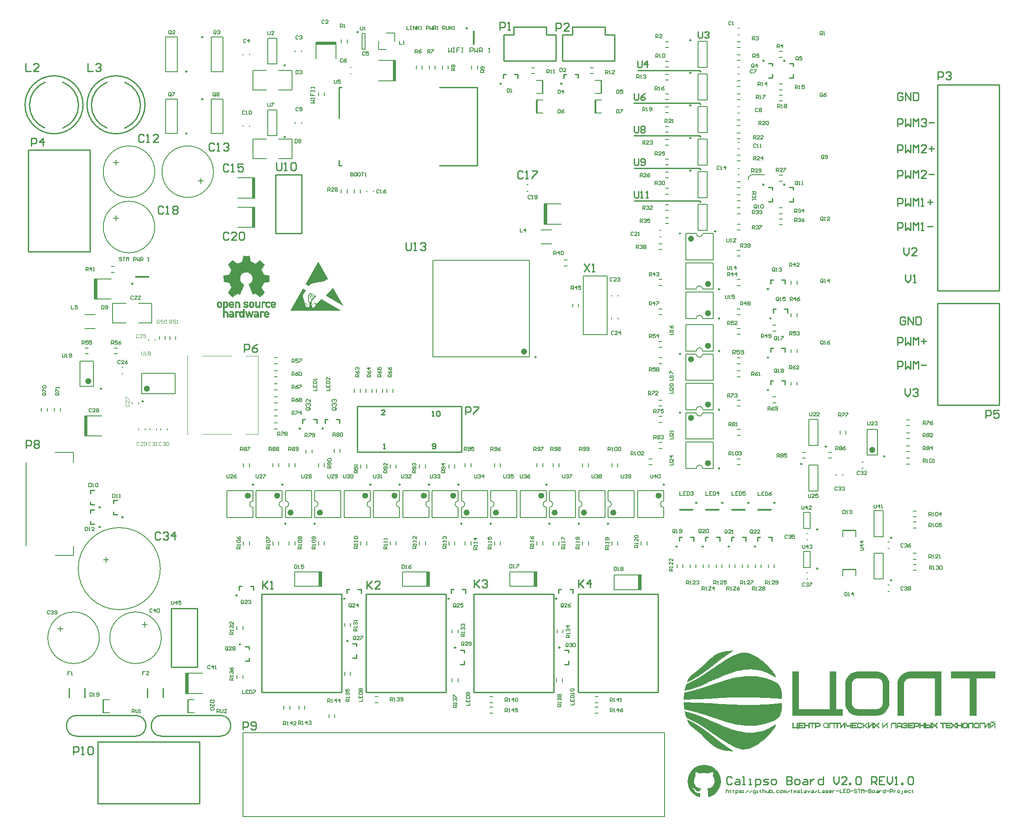
<source format=gto>
G04 Layer_Color=65535*
%FSAX44Y44*%
%MOMM*%
G71*
G01*
G75*
%ADD46C,0.2540*%
%ADD100C,0.2000*%
%ADD101C,0.2500*%
%ADD102C,0.6000*%
%ADD103C,0.0127*%
%ADD104C,0.1270*%
%ADD105C,0.1000*%
%ADD106C,0.0254*%
%ADD107C,0.1240*%
%ADD108C,0.1500*%
%ADD109R,2.7940X0.3810*%
%ADD110R,0.3810X2.7940*%
%ADD111R,2.5400X0.2540*%
%ADD112R,0.2540X2.5400*%
%ADD113R,0.5500X3.9000*%
%ADD114R,3.9000X0.5500*%
%ADD115R,0.8000X2.8000*%
G36*
X02299788Y00446722D02*
X02298382D01*
Y00456565D01*
X02299788D01*
Y00446722D01*
D02*
G37*
G36*
X02326646Y00455159D02*
X02322428D01*
Y00446722D01*
X02321021D01*
Y00455159D01*
X02316803D01*
Y00456565D01*
X02326646D01*
Y00455159D01*
D02*
G37*
G36*
X02337192D02*
X02328755D01*
Y00452347D01*
X02335786D01*
Y00450940D01*
X02328755D01*
Y00448128D01*
X02337192D01*
Y00446722D01*
X02327349D01*
Y00456565D01*
X02337192D01*
Y00455159D01*
D02*
G37*
G36*
X02288539Y00453050D02*
X02294163D01*
X02294714Y00452993D01*
X02295232Y00452830D01*
X02295703Y00452571D01*
X02296118Y00452229D01*
X02296464Y00451813D01*
X02296730Y00451335D01*
X02296904Y00450807D01*
X02296976Y00450238D01*
Y00449534D01*
X02296919Y00448985D01*
X02296758Y00448466D01*
X02296501Y00447990D01*
X02296160Y00447569D01*
X02295745Y00447219D01*
X02295267Y00446952D01*
X02294736Y00446782D01*
X02294163Y00446722D01*
X02287132D01*
Y00456565D01*
X02288539D01*
Y00453050D01*
D02*
G37*
G36*
X02239451Y00456508D02*
X02239969Y00456345D01*
X02240440Y00456087D01*
X02240855Y00455745D01*
X02241201Y00455329D01*
X02241467Y00454851D01*
X02241641Y00454322D01*
X02241713Y00453753D01*
Y00446722D01*
X02240307D01*
Y00449534D01*
X02233276D01*
Y00446722D01*
X02231870D01*
Y00453753D01*
X02231926Y00454302D01*
X02232087Y00454821D01*
X02232344Y00455298D01*
X02232685Y00455718D01*
X02233100Y00456068D01*
X02233578Y00456335D01*
X02234109Y00456505D01*
X02234682Y00456565D01*
X02238900D01*
X02239451Y00456508D01*
D02*
G37*
G36*
X02263790Y00455159D02*
X02255353D01*
Y00452347D01*
X02262384D01*
Y00450940D01*
X02255353D01*
Y00448128D01*
X02263790D01*
Y00446722D01*
X02253946D01*
Y00456565D01*
X02263790D01*
Y00455159D01*
D02*
G37*
G36*
X02272497Y00456508D02*
X02273014Y00456345D01*
X02273486Y00456087D01*
X02273900Y00455745D01*
X02274246Y00455329D01*
X02274512Y00454851D01*
X02274687Y00454322D01*
X02274758Y00453753D01*
Y00452347D01*
X02274702Y00451798D01*
X02274540Y00451278D01*
X02274283Y00450802D01*
X02273942Y00450381D01*
X02273528Y00450031D01*
X02273049Y00449764D01*
X02272519Y00449594D01*
X02271946Y00449534D01*
X02266321D01*
Y00446722D01*
X02264915D01*
Y00456565D01*
X02271946D01*
X02272497Y00456508D01*
D02*
G37*
G36*
X02245657Y00446789D02*
X02245650Y00446789D01*
X02245654D01*
X02245657Y00446789D01*
D02*
G37*
G36*
X02155470Y00447480D02*
X02155470Y00447480D01*
X02155470Y00447480D01*
X02155470Y00447480D01*
D02*
G37*
G36*
X02155461Y00447489D02*
X02155461Y00447489D01*
X02155461Y00447488D01*
X02155464Y00447486D01*
X02155469Y00447480D01*
X02155470D01*
X02155470Y00447480D01*
X02155470Y00447480D01*
X02155470Y00447480D01*
X02155469Y00447480D01*
X02155468Y00447481D01*
X02155466Y00447483D01*
X02155464Y00447485D01*
X02155462Y00447488D01*
X02155461Y00447489D01*
X02155461Y00447489D01*
D02*
G37*
G36*
X02244829Y00454974D02*
X02244832Y00454977D01*
X02244833Y00454977D01*
X02244829Y00454974D01*
D02*
G37*
G36*
X02367693Y00456507D02*
X02368212Y00456341D01*
X02368689Y00456079D01*
X02369109Y00455734D01*
X02369460Y00455316D01*
X02369727Y00454839D01*
X02369897Y00454314D01*
X02369956Y00453753D01*
Y00449534D01*
X02369899Y00448969D01*
X02369734Y00448442D01*
X02369474Y00447965D01*
X02369130Y00447548D01*
X02368714Y00447204D01*
X02368236Y00446944D01*
X02367709Y00446780D01*
X02367144Y00446722D01*
X02362925D01*
X02362356Y00446779D01*
X02361828Y00446942D01*
X02361350Y00447200D01*
X02360934Y00447543D01*
X02360591Y00447958D01*
X02360333Y00448437D01*
X02360170Y00448965D01*
X02360113Y00449534D01*
Y00453753D01*
X02360171Y00454318D01*
X02360335Y00454845D01*
X02360595Y00455322D01*
X02360939Y00455739D01*
X02361356Y00456083D01*
X02361833Y00456343D01*
X02362360Y00456508D01*
X02362925Y00456565D01*
X02367144D01*
X02367693Y00456507D01*
D02*
G37*
G36*
X02389910D02*
X02390430Y00456341D01*
X02390907Y00456079D01*
X02391327Y00455734D01*
X02391677Y00455316D01*
X02391944Y00454839D01*
X02392114Y00454314D01*
X02392174Y00453753D01*
Y00449534D01*
X02392117Y00448969D01*
X02391952Y00448442D01*
X02391692Y00447965D01*
X02391348Y00447548D01*
X02390931Y00447204D01*
X02390454Y00446944D01*
X02389927Y00446780D01*
X02389362Y00446722D01*
X02385143D01*
X02384574Y00446779D01*
X02384045Y00446942D01*
X02383567Y00447200D01*
X02383152Y00447543D01*
X02382809Y00447958D01*
X02382551Y00448437D01*
X02382388Y00448965D01*
X02382331Y00449534D01*
Y00453753D01*
X02382388Y00454318D01*
X02382553Y00454845D01*
X02382813Y00455322D01*
X02383157Y00455739D01*
X02383574Y00456083D01*
X02384051Y00456343D01*
X02384578Y00456508D01*
X02385143Y00456565D01*
X02389362D01*
X02389910Y00456507D01*
D02*
G37*
G36*
X02401877Y00455159D02*
X02394846D01*
Y00446722D01*
X02393440D01*
Y00456565D01*
X02401877D01*
Y00455159D01*
D02*
G37*
G36*
X02153686D02*
X02145249D01*
Y00452347D01*
X02152280D01*
Y00450940D01*
X02145249D01*
Y00448128D01*
X02153686D01*
Y00446722D01*
X02143843D01*
Y00456565D01*
X02153686D01*
Y00455159D01*
D02*
G37*
G36*
X02371645Y00455342D02*
X02371645Y00455342D01*
X02371644Y00455342D01*
X02371644Y00455342D01*
X02371645Y00455342D01*
X02371645Y00455342D01*
X02371645Y00455343D01*
X02371645Y00455342D01*
D02*
G37*
G36*
X02050613Y00455159D02*
X02042176D01*
Y00452347D01*
X02049207D01*
Y00450940D01*
X02042176D01*
Y00448128D01*
X02050613D01*
Y00446722D01*
X02040770D01*
Y00456565D01*
X02050613D01*
Y00455159D01*
D02*
G37*
G36*
X02371638Y00455332D02*
X02371638Y00455332D01*
X02371637Y00455331D01*
X02371638Y00455332D01*
X02371640Y00455335D01*
X02371641Y00455337D01*
X02371643Y00455340D01*
X02371644Y00455341D01*
X02371644Y00455341D01*
X02371644Y00455341D01*
X02371644Y00455342D01*
X02371638Y00455332D01*
D02*
G37*
G36*
X02371985Y00455755D02*
X02371985Y00455755D01*
X02371985Y00455755D01*
X02371985Y00455755D01*
D02*
G37*
G36*
X02381103Y00456622D02*
X02381122Y00456603D01*
X02381132Y00456579D01*
Y00456565D01*
Y00446722D01*
Y00446709D01*
X02381122Y00446684D01*
X02381103Y00446665D01*
X02381078Y00446655D01*
X02379646D01*
X02379621Y00446665D01*
X02379602Y00446684D01*
X02379592Y00446709D01*
Y00446722D01*
Y00455092D01*
X02374038D01*
X02373766Y00455064D01*
X02373515Y00454986D01*
X02373288Y00454862D01*
X02373089Y00454698D01*
X02372925Y00454500D01*
X02372802Y00454273D01*
X02372723Y00454022D01*
X02372695Y00453750D01*
Y00446722D01*
Y00446709D01*
X02372685Y00446684D01*
X02372666Y00446665D01*
X02372641Y00446655D01*
X02371208D01*
X02371184Y00446665D01*
X02371165Y00446684D01*
X02371155Y00446709D01*
Y00446722D01*
Y00453753D01*
Y00453754D01*
X02371155Y00453755D01*
X02371155Y00453757D01*
X02371155Y00453758D01*
D01*
X02371155Y00453760D01*
X02371155D01*
X02371155Y00453759D01*
X02371155Y00453759D01*
X02371155Y00453758D01*
X02371155D01*
X02371155Y00453759D01*
X02371155Y00453760D01*
Y00453760D01*
D01*
X02371155Y00453761D01*
X02371211Y00454313D01*
X02371211Y00454314D01*
X02371211Y00454314D01*
X02371211Y00454315D01*
X02371211Y00454316D01*
X02371211Y00454316D01*
X02371212Y00454318D01*
X02371212Y00454321D01*
X02371213Y00454324D01*
X02371213Y00454327D01*
X02371214Y00454328D01*
X02371214D01*
X02371214Y00454329D01*
X02371214Y00454328D01*
D01*
X02371214Y00454327D01*
X02371214Y00454327D01*
X02371211Y00454315D01*
X02371211D01*
X02371211Y00454313D01*
X02371214Y00454329D01*
X02371375Y00454846D01*
X02371376Y00454847D01*
X02371376Y00454848D01*
X02371376Y00454849D01*
X02371377Y00454852D01*
X02371379Y00454855D01*
X02371380Y00454858D01*
X02371381Y00454859D01*
X02371381D01*
X02371381Y00454860D01*
X02371637Y00455330D01*
X02371637Y00455330D01*
X02371637Y00455331D01*
X02371637Y00455331D01*
X02371638Y00455332D01*
X02371645Y00455343D01*
X02371985Y00455755D01*
X02371986Y00455756D01*
X02371985Y00455755D01*
X02371986Y00455756D01*
X02371987Y00455757D01*
X02371989Y00455759D01*
X02371991Y00455761D01*
X02371993Y00455764D01*
X02371995Y00455765D01*
Y00455765D01*
X02372409Y00456109D01*
X02372411Y00456110D01*
X02372413Y00456112D01*
X02372416Y00456114D01*
X02372418Y00456115D01*
X02372420Y00456116D01*
X02372420D01*
X02372421Y00456116D01*
X02372897Y00456380D01*
X02372897Y00456380D01*
X02372898Y00456380D01*
X02372898Y00456380D01*
X02372898Y00456381D01*
X02372898Y00456380D01*
X02372898Y00456381D01*
X02372898Y00456381D01*
X02372899Y00456381D01*
X02372899Y00456381D01*
X02372898Y00456381D01*
X02372898Y00456381D01*
X02372899Y00456381D01*
X02372902Y00456382D01*
X02372905Y00456384D01*
X02372908Y00456385D01*
X02372910Y00456385D01*
Y00456385D01*
X02373441Y00456558D01*
X02373442Y00456559D01*
X02373445Y00456560D01*
X02373448Y00456561D01*
X02373452Y00456561D01*
X02373453Y00456561D01*
Y00456561D01*
X02374026Y00456632D01*
X02374027Y00456632D01*
X02374029Y00456632D01*
X02374031Y00456632D01*
X02374033Y00456632D01*
X02381078D01*
X02381103Y00456622D01*
D02*
G37*
G36*
X02163284Y00456139D02*
X02163283Y00456140D01*
D01*
X02163284Y00456139D01*
D02*
G37*
G36*
X02230501Y00456622D02*
X02230520Y00456603D01*
X02230531Y00456579D01*
Y00456565D01*
Y00446722D01*
Y00446709D01*
X02230520Y00446684D01*
X02230501Y00446665D01*
X02230477Y00446655D01*
X02229044D01*
X02229019Y00446665D01*
X02229000Y00446684D01*
X02228990Y00446709D01*
Y00446722D01*
Y00455092D01*
X02223436D01*
X02223164Y00455064D01*
X02222913Y00454986D01*
X02222686Y00454862D01*
X02222487Y00454698D01*
X02222323Y00454500D01*
X02222200Y00454273D01*
X02222121Y00454022D01*
X02222094Y00453750D01*
Y00446722D01*
Y00446709D01*
X02222083Y00446684D01*
X02222064Y00446665D01*
X02222040Y00446655D01*
X02220607D01*
X02220582Y00446665D01*
X02220563Y00446684D01*
X02220553Y00446709D01*
Y00446722D01*
Y00453753D01*
Y00453754D01*
X02220553Y00453755D01*
X02220553Y00453757D01*
X02220553Y00453759D01*
X02220553Y00453760D01*
Y00453760D01*
X02220609Y00454315D01*
X02220609Y00454316D01*
X02220610Y00454320D01*
X02220611Y00454323D01*
X02220611Y00454326D01*
X02220612Y00454328D01*
D01*
X02220612Y00454328D01*
X02220612Y00454328D01*
X02220612Y00454327D01*
X02220612Y00454328D01*
X02220612D01*
X02220612Y00454328D01*
X02220612Y00454328D01*
X02220612Y00454329D01*
X02220612Y00454329D01*
X02220773Y00454846D01*
X02220774Y00454847D01*
X02220774Y00454848D01*
X02220775Y00454851D01*
X02220776Y00454854D01*
X02220777Y00454857D01*
X02220778Y00454858D01*
Y00454858D01*
X02220779Y00454859D01*
X02220780Y00454860D01*
X02221035Y00455330D01*
X02221035Y00455330D01*
X02221035Y00455330D01*
X02221035Y00455330D01*
X02221035Y00455330D01*
X02221035Y00455331D01*
X02221035Y00455331D01*
X02221036Y00455332D01*
X02221036Y00455332D01*
X02221037Y00455334D01*
X02221038Y00455336D01*
X02221040Y00455338D01*
X02221042Y00455341D01*
X02221042Y00455342D01*
D01*
X02221043Y00455342D01*
X02221043Y00455342D01*
X02221043Y00455343D01*
X02221383Y00455755D01*
X02221383Y00455755D01*
X02221384Y00455755D01*
X02221384Y00455756D01*
X02221384Y00455756D01*
X02221384Y00455756D01*
X02221384Y00455756D01*
X02221384Y00455756D01*
X02221384Y00455756D01*
X02221385Y00455757D01*
X02221387Y00455759D01*
X02221389Y00455761D01*
X02221391Y00455764D01*
X02221393Y00455765D01*
Y00455765D01*
X02221808Y00456109D01*
X02221809Y00456110D01*
X02221811Y00456112D01*
X02221814Y00456114D01*
X02221817Y00456115D01*
X02221818Y00456116D01*
X02221818D01*
X02221819Y00456116D01*
X02222295Y00456380D01*
X02222296Y00456380D01*
X02222297Y00456381D01*
X02222300Y00456382D01*
X02222303Y00456384D01*
X02222306Y00456385D01*
X02222308Y00456385D01*
Y00456385D01*
X02222839Y00456558D01*
X02222840Y00456559D01*
X02222843Y00456560D01*
X02222846Y00456561D01*
X02222850Y00456561D01*
X02222851Y00456561D01*
Y00456561D01*
X02223424Y00456632D01*
X02223425Y00456632D01*
X02223427Y00456632D01*
X02223429Y00456632D01*
X02223431Y00456632D01*
X02230477D01*
X02230501Y00456622D01*
D02*
G37*
G36*
X02110235Y00446722D02*
X02108829D01*
Y00455159D01*
X02101798D01*
Y00446722D01*
X02100392D01*
Y00456565D01*
X02110235D01*
Y00446722D01*
D02*
G37*
G36*
X02250400Y00456442D02*
X02250904Y00456283D01*
X02251370Y00456031D01*
X02251781Y00455696D01*
X02252125Y00455290D01*
X02252387Y00454824D01*
X02252554Y00454308D01*
X02252613Y00453751D01*
X02252599Y00453450D01*
X02252554Y00453160D01*
X02252481Y00452884D01*
X02252379Y00452621D01*
X02252247Y00452370D01*
X02252087Y00452132D01*
X02251898Y00451907D01*
X02251679Y00451692D01*
Y00451692D01*
X02251678Y00451692D01*
Y00451692D01*
X02251677Y00451691D01*
X02251678Y00451692D01*
X02251658Y00451643D01*
X02251678Y00451595D01*
X02251679Y00451595D01*
X02251898Y00451380D01*
X02252087Y00451155D01*
X02252247Y00450917D01*
X02252379Y00450667D01*
X02252481Y00450403D01*
X02252554Y00450127D01*
X02252599Y00449837D01*
X02252613Y00449536D01*
X02252558Y00448999D01*
X02252401Y00448492D01*
X02252150Y00448027D01*
X02251817Y00447617D01*
X02251412Y00447274D01*
X02250945Y00447014D01*
X02250428Y00446848D01*
X02249865Y00446789D01*
X02245654D01*
X02245104Y00446844D01*
X02244596Y00447000D01*
X02244136Y00447249D01*
X02243733Y00447580D01*
X02243398Y00447984D01*
X02243141Y00448451D01*
X02242974Y00448972D01*
X02242914Y00449467D01*
X02244183D01*
X02244206Y00449246D01*
X02244206Y00449245D01*
X02244206Y00449245D01*
X02244208Y00449232D01*
X02244291Y00448968D01*
X02244296Y00448956D01*
X02244296Y00448955D01*
X02244425Y00448718D01*
X02244426Y00448717D01*
X02244426Y00448717D01*
X02244433Y00448707D01*
X02244605Y00448498D01*
X02244614Y00448489D01*
X02244614Y00448490D01*
X02244614Y00448489D01*
X02244614Y00448489D01*
X02244615Y00448489D01*
X02244822Y00448318D01*
X02244823Y00448317D01*
X02244823Y00448317D01*
X02244832Y00448311D01*
X02244834Y00448310D01*
X02245071Y00448181D01*
X02245072Y00448180D01*
X02245072Y00448180D01*
X02245084Y00448175D01*
X02245348Y00448093D01*
X02245361Y00448090D01*
X02245360Y00448090D01*
X02245361Y00448090D01*
X02245361Y00448090D01*
X02245362Y00448090D01*
X02245642Y00448061D01*
X02245643Y00448061D01*
X02245643Y00448061D01*
X02245650Y00448061D01*
X02249869D01*
X02249875Y00448061D01*
X02249877Y00448061D01*
X02250157Y00448090D01*
X02250157D01*
X02250158Y00448090D01*
Y00448090D01*
X02250158Y00448090D01*
X02250158D01*
D01*
X02250158Y00448090D01*
X02250158Y00448090D01*
X02250159Y00448090D01*
X02250158Y00448090D01*
X02250171Y00448093D01*
X02250435Y00448175D01*
X02250435D01*
X02250447Y00448180D01*
X02250446Y00448180D01*
X02250447Y00448180D01*
X02250447Y00448180D01*
X02250448Y00448181D01*
X02250685Y00448310D01*
X02250686Y00448310D01*
Y00448310D01*
X02250696Y00448317D01*
X02250905Y00448489D01*
X02250905D01*
X02250914Y00448498D01*
X02251086Y00448707D01*
X02251086Y00448707D01*
X02251093Y00448717D01*
X02251092Y00448716D01*
X02251093Y00448717D01*
X02251093Y00448717D01*
X02251094Y00448718D01*
X02251222Y00448955D01*
X02251223Y00448956D01*
X02251223Y00448956D01*
X02251224Y00448957D01*
X02251223Y00448956D01*
X02251228Y00448968D01*
X02251310Y00449232D01*
X02251310D01*
X02251313Y00449245D01*
X02251313Y00449244D01*
X02251313Y00449245D01*
X02251313Y00449245D01*
X02251313Y00449246D01*
X02251342Y00449526D01*
X02251342Y00449529D01*
X02251342Y00449541D01*
X02251342Y00449540D01*
X02251342Y00449539D01*
Y00449540D01*
X02251342Y00449541D01*
Y00449541D01*
X02251342Y00449542D01*
X02251313Y00449822D01*
X02251313Y00449822D01*
X02251313Y00449824D01*
X02251313Y00449823D01*
X02251313Y00449825D01*
X02251313Y00449824D01*
X02251310Y00449837D01*
X02251228Y00450100D01*
X02251228Y00450100D01*
X02251223Y00450112D01*
X02251224Y00450111D01*
X02251223Y00450112D01*
X02251223Y00450112D01*
X02251223Y00450112D01*
X02251223Y00450112D01*
X02251223Y00450112D01*
X02251223Y00450112D01*
X02251223Y00450112D01*
X02251222Y00450113D01*
X02251094Y00450350D01*
X02251094D01*
X02251093Y00450351D01*
X02251093Y00450351D01*
X02251092Y00450352D01*
X02251093Y00450351D01*
X02251086Y00450362D01*
X02250914Y00450570D01*
X02250914Y00450570D01*
X02250905Y00450579D01*
X02250696Y00450751D01*
X02250696Y00450751D01*
X02250686Y00450759D01*
X02250686Y00450758D01*
X02250686Y00450758D01*
X02250686Y00450759D01*
X02250686D01*
X02250686Y00450759D01*
X02250686Y00450759D01*
X02250686Y00450759D01*
X02250685Y00450759D01*
X02250448Y00450888D01*
X02250448D01*
X02250447Y00450889D01*
X02250447Y00450889D01*
X02250446Y00450889D01*
X02250447Y00450889D01*
X02250435Y00450894D01*
X02250171Y00450976D01*
X02250171Y00450976D01*
X02250158Y00450979D01*
X02250158D01*
X02250158D01*
D01*
X02250158Y00450979D01*
X02250157Y00450979D01*
X02250157Y00450979D01*
X02250157Y00450979D01*
X02249877Y00451007D01*
X02249877D01*
X02249875Y00451007D01*
X02249875Y00451007D01*
X02249874Y00451007D01*
X02249875Y00451007D01*
X02249869Y00451008D01*
X02247124D01*
Y00452279D01*
X02249869D01*
X02249875Y00452280D01*
X02249877Y00452280D01*
X02250157Y00452308D01*
X02250157D01*
X02250158Y00452309D01*
Y00452309D01*
X02250158Y00452309D01*
X02250158D01*
D01*
X02250158Y00452309D01*
X02250158Y00452309D01*
X02250159Y00452309D01*
X02250158Y00452309D01*
X02250171Y00452311D01*
X02250435Y00452393D01*
X02250435D01*
X02250447Y00452398D01*
X02250446Y00452398D01*
X02250447Y00452399D01*
X02250447Y00452398D01*
X02250448Y00452399D01*
X02250685Y00452528D01*
X02250686Y00452529D01*
Y00452529D01*
X02250696Y00452536D01*
X02250905Y00452708D01*
X02250905D01*
X02250914Y00452717D01*
X02251086Y00452925D01*
X02251086D01*
X02251093Y00452936D01*
X02251093Y00452935D01*
X02251093Y00452936D01*
X02251093Y00452936D01*
X02251094Y00452937D01*
X02251222Y00453174D01*
X02251223Y00453175D01*
X02251223Y00453175D01*
X02251223Y00453175D01*
X02251223Y00453176D01*
D01*
X02251223Y00453175D01*
X02251228Y00453187D01*
X02251310Y00453450D01*
X02251310D01*
X02251313Y00453464D01*
X02251313Y00453462D01*
X02251313Y00453464D01*
X02251313Y00453464D01*
X02251313Y00453465D01*
X02251342Y00453745D01*
X02251342Y00453746D01*
X02251342Y00453747D01*
X02251342D01*
X02251342Y00453760D01*
X02251342Y00453759D01*
X02251342Y00453759D01*
X02251342Y00453760D01*
Y00453760D01*
X02251342Y00453760D01*
X02251342Y00453761D01*
X02251342Y00453761D01*
Y00453761D01*
X02251313Y00454041D01*
X02251313Y00454041D01*
X02251313Y00454042D01*
X02251313Y00454042D01*
X02251313Y00454043D01*
X02251313Y00454042D01*
X02251310Y00454055D01*
X02251228Y00454319D01*
X02251228Y00454319D01*
X02251223Y00454331D01*
X02251224Y00454330D01*
X02251223Y00454330D01*
X02251223Y00454331D01*
X02251223Y00454331D01*
X02251223Y00454331D01*
X02251223Y00454331D01*
X02251223Y00454331D01*
X02251223Y00454331D01*
X02251222Y00454332D01*
X02251094Y00454569D01*
X02251094D01*
X02251092Y00454571D01*
Y00454571D01*
X02251093Y00454570D01*
X02251092Y00454571D01*
D01*
X02251092Y00454571D01*
X02251091Y00454574D01*
X02251089Y00454577D01*
X02251087Y00454579D01*
X02251086Y00454581D01*
Y00454581D01*
X02250914Y00454789D01*
Y00454789D01*
X02250905Y00454798D01*
X02250905Y00454797D01*
X02250905Y00454797D01*
X02250905Y00454798D01*
X02250905Y00454798D01*
D01*
X02250905Y00454798D01*
X02250904Y00454798D01*
X02250904Y00454798D01*
X02250905Y00454798D01*
X02250903Y00454799D01*
X02250697Y00454969D01*
Y00454969D01*
X02250695Y00454971D01*
X02250686Y00454977D01*
X02250687Y00454977D01*
X02250687Y00454976D01*
X02250687Y00454977D01*
X02250686Y00454977D01*
X02250686Y00454977D01*
X02250685Y00454978D01*
X02250448Y00455107D01*
X02250448D01*
X02250447Y00455107D01*
X02250447Y00455107D01*
X02250446Y00455108D01*
X02250447Y00455107D01*
X02250435Y00455112D01*
X02250171Y00455195D01*
X02250171Y00455194D01*
X02250158Y00455197D01*
X02250158D01*
X02250158D01*
D01*
X02250158Y00455197D01*
X02250157Y00455197D01*
X02250157Y00455197D01*
X02250157Y00455197D01*
X02249877Y00455226D01*
X02249877D01*
X02249875Y00455226D01*
X02249875Y00455226D01*
X02249874Y00455226D01*
X02249875Y00455226D01*
X02249869Y00455226D01*
X02245650D01*
X02245643Y00455226D01*
X02245642Y00455226D01*
X02245362Y00455197D01*
X02245361Y00455197D01*
X02245361Y00455197D01*
X02245362Y00455197D01*
X02245362Y00455197D01*
X02245361Y00455197D01*
X02245361D01*
X02245361D01*
D01*
X02245361D01*
X02245361D01*
X02245361Y00455197D01*
X02245360Y00455197D01*
X02245361Y00455197D01*
X02245348Y00455194D01*
X02245084Y00455112D01*
Y00455112D01*
X02245072Y00455107D01*
X02245073Y00455108D01*
X02245073Y00455108D01*
X02245072Y00455107D01*
X02245072Y00455107D01*
X02245071Y00455107D01*
X02244834Y00454978D01*
X02244834Y00454978D01*
X02244833Y00454977D01*
X02244833Y00454977D01*
X02244832Y00454977D01*
X02244831Y00454976D01*
X02244828Y00454974D01*
X02244826Y00454972D01*
X02244824Y00454971D01*
X02244823Y00454970D01*
X02244823D01*
X02244822Y00454969D01*
X02244822Y00454969D01*
X02244822Y00454969D01*
X02244615Y00454799D01*
X02244614Y00454798D01*
D01*
X02244613Y00454797D01*
X02244614Y00454798D01*
X02244605Y00454789D01*
X02244433Y00454581D01*
Y00454580D01*
X02244426Y00454570D01*
X02244426Y00454571D01*
X02244426Y00454570D01*
X02244426Y00454570D01*
X02244425Y00454569D01*
X02244296Y00454332D01*
X02244296Y00454332D01*
X02244296Y00454331D01*
D01*
X02244296Y00454331D01*
Y00454331D01*
X02244295Y00454330D01*
X02244296Y00454331D01*
X02244291Y00454319D01*
X02244208Y00454055D01*
Y00454055D01*
X02244206Y00454042D01*
X02244206Y00454041D01*
X02244183Y00453820D01*
X02242912D01*
X02242960Y00454288D01*
X02243118Y00454795D01*
X02243368Y00455260D01*
X02243702Y00455671D01*
X02244107Y00456013D01*
X02244573Y00456273D01*
X02245091Y00456439D01*
X02245654Y00456498D01*
X02249865D01*
X02250400Y00456442D01*
D02*
G37*
G36*
X02120781Y00455159D02*
X02116563D01*
Y00446722D01*
X02115157D01*
Y00455159D01*
X02110938D01*
Y00456565D01*
X02120781D01*
Y00455159D01*
D02*
G37*
G36*
X02096862Y00456507D02*
X02097382Y00456341D01*
X02097859Y00456079D01*
X02098279Y00455734D01*
X02098629Y00455316D01*
X02098896Y00454839D01*
X02099066Y00454314D01*
X02099126Y00453753D01*
Y00449534D01*
X02099069Y00448969D01*
X02098904Y00448442D01*
X02098644Y00447965D01*
X02098300Y00447548D01*
X02097883Y00447204D01*
X02097406Y00446944D01*
X02096879Y00446780D01*
X02096314Y00446722D01*
X02092095D01*
X02091526Y00446779D01*
X02090997Y00446942D01*
X02090520Y00447200D01*
X02090104Y00447543D01*
X02089761Y00447958D01*
X02089503Y00448437D01*
X02089340Y00448965D01*
X02089283Y00449534D01*
Y00453753D01*
X02089341Y00454318D01*
X02089505Y00454845D01*
X02089765Y00455322D01*
X02090109Y00455739D01*
X02090526Y00456083D01*
X02091003Y00456343D01*
X02091530Y00456508D01*
X02092095Y00456565D01*
X02096314D01*
X02096862Y00456507D01*
D02*
G37*
G36*
X02371637Y00455331D02*
X02371637Y00455331D01*
X02371637Y00455331D01*
X02371637Y00455331D01*
X02371637Y00455331D01*
X02371637Y00455331D01*
X02371637Y00455331D01*
D02*
G37*
G36*
X02072128Y00455159D02*
X02067909D01*
Y00446722D01*
X02066503D01*
Y00455159D01*
X02062284D01*
Y00456565D01*
X02072128D01*
Y00455159D01*
D02*
G37*
G36*
X02080412Y00456508D02*
X02080930Y00456345D01*
X02081402Y00456087D01*
X02081816Y00455745D01*
X02082162Y00455329D01*
X02082428Y00454851D01*
X02082603Y00454322D01*
X02082674Y00453753D01*
Y00452347D01*
X02082617Y00451798D01*
X02082456Y00451278D01*
X02082199Y00450802D01*
X02081858Y00450381D01*
X02081443Y00450031D01*
X02080965Y00449764D01*
X02080435Y00449594D01*
X02079861Y00449534D01*
X02074237D01*
Y00446722D01*
X02072831D01*
Y00456565D01*
X02079861D01*
X02080412Y00456508D01*
D02*
G37*
G36*
X02163040Y00449541D02*
X02163040Y00449541D01*
X02163040Y00449541D01*
X02163040Y00449541D01*
D02*
G37*
G36*
X02170560Y00451643D02*
X02175482Y00446722D01*
X02173499D01*
X02169280Y00450940D01*
X02167045D01*
Y00446722D01*
X02165638D01*
Y00456565D01*
X02167045D01*
Y00452347D01*
X02169280D01*
X02173499Y00456565D01*
X02175482D01*
X02170560Y00451643D01*
D02*
G37*
G36*
X02251223Y00450112D02*
X02251223Y00450113D01*
X02251223Y00450113D01*
X02251223Y00450112D01*
D02*
G37*
G36*
X02285726Y00446722D02*
X02284320D01*
Y00450940D01*
X02277289D01*
Y00446722D01*
X02275883D01*
Y00456565D01*
X02277289D01*
Y00452347D01*
X02284320D01*
Y00456565D01*
X02285726D01*
Y00446722D01*
D02*
G37*
G36*
X02310756Y00454456D02*
X02307001Y00451629D01*
X02310756Y00448803D01*
Y00446722D01*
X02309350D01*
Y00448100D01*
X02305835Y00450744D01*
X02302319Y00448100D01*
Y00446722D01*
X02300913D01*
Y00448803D01*
X02304667Y00451629D01*
X02300913Y00454456D01*
Y00456565D01*
X02302319D01*
Y00455159D01*
X02305835Y00452515D01*
X02309350Y00455159D01*
Y00456565D01*
X02310756D01*
Y00454456D01*
D02*
G37*
G36*
X02196996D02*
X02193241Y00451629D01*
X02196996Y00448803D01*
Y00446722D01*
X02195590D01*
Y00448100D01*
X02192074Y00450744D01*
X02188559Y00448100D01*
Y00446722D01*
X02187153D01*
Y00448803D01*
X02190907Y00451629D01*
X02187153Y00454456D01*
Y00456565D01*
X02188559D01*
Y00455159D01*
X02192074Y00452515D01*
X02195590Y00455159D01*
Y00456565D01*
X02196996D01*
Y00454456D01*
D02*
G37*
G36*
X02358847Y00446722D02*
X02357441D01*
Y00450940D01*
X02350410D01*
Y00446722D01*
X02349004D01*
Y00456565D01*
X02350410D01*
Y00452347D01*
X02357441D01*
Y00456565D01*
X02358847D01*
Y00446722D01*
D02*
G37*
G36*
X01843884Y00495663D02*
X01867704Y00494574D01*
X01889427Y00493441D01*
X01910232Y00492475D01*
X01931295Y00491886D01*
X01953794Y00491885D01*
X01978908Y00492682D01*
X02007814Y00494487D01*
X02007275Y00485843D01*
X02006457Y00478929D01*
X02005051Y00473430D01*
X02002746Y00469030D01*
X01999233Y00465415D01*
X01994202Y00462270D01*
X01987343Y00459280D01*
X01978346Y00456130D01*
X01958206Y00451816D01*
X01938178Y00451529D01*
X01918219Y00454362D01*
X01898285Y00459411D01*
X01878331Y00465770D01*
X01858314Y00472533D01*
X01838190Y00478796D01*
X01817915Y00483653D01*
X01816788Y00496498D01*
X01843884Y00495663D01*
D02*
G37*
G36*
X02250685Y00450759D02*
X02250686Y00450759D01*
X02250685Y00450759D01*
X02250685Y00450759D01*
D02*
G37*
G36*
X02250685Y00450759D02*
X02250685Y00450759D01*
X02250685Y00450759D01*
Y00450759D01*
X02250685Y00450759D01*
D02*
G37*
G36*
X02251223Y00450113D02*
X02251222Y00450113D01*
Y00450113D01*
X02251223Y00450113D01*
D02*
G37*
G36*
X02061581Y00446722D02*
X02060175D01*
Y00450940D01*
X02053144D01*
Y00446722D01*
X02051738D01*
Y00456565D01*
X02053144D01*
Y00452347D01*
X02060175D01*
Y00456565D01*
X02061581D01*
Y00446722D01*
D02*
G37*
G36*
X02142475Y00456622D02*
X02142494Y00456603D01*
X02142504Y00456579D01*
Y00456565D01*
Y00446722D01*
Y00446709D01*
X02142494Y00446684D01*
X02142475Y00446665D01*
X02142450Y00446655D01*
X02141017D01*
X02140992Y00446665D01*
X02140973Y00446684D01*
X02140963Y00446709D01*
Y00446722D01*
Y00450184D01*
X02135405D01*
X02135403Y00450184D01*
X02135401Y00450184D01*
X02135400Y00450184D01*
X02135399Y00450185D01*
X02134846Y00450240D01*
X02134844Y00450240D01*
X02134841Y00450241D01*
X02134838Y00450242D01*
X02134835Y00450242D01*
X02134833Y00450243D01*
X02134312Y00450403D01*
X02134310Y00450404D01*
X02134307Y00450405D01*
X02134304Y00450406D01*
X02134301Y00450407D01*
X02134300Y00450408D01*
X02133823Y00450663D01*
X02133822Y00450664D01*
X02133819Y00450665D01*
X02133816Y00450667D01*
X02133813Y00450669D01*
X02133812Y00450670D01*
X02133812Y00450670D01*
X02133812Y00450670D01*
X02133394Y00451009D01*
X02133393Y00451009D01*
X02133393Y00451009D01*
X02133393Y00451009D01*
X02133393Y00451010D01*
X02133392Y00451010D01*
X02133391Y00451011D01*
X02133389Y00451013D01*
X02133387Y00451015D01*
X02133385Y00451017D01*
X02133384Y00451018D01*
X02133384Y00451018D01*
X02133383Y00451019D01*
X02133035Y00451432D01*
X02133035Y00451432D01*
X02133035Y00451432D01*
X02133035Y00451432D01*
X02133035Y00451433D01*
X02133035Y00451433D01*
X02133033Y00451434D01*
X02133032Y00451437D01*
X02133030Y00451439D01*
X02133028Y00451442D01*
X02133027Y00451443D01*
X02133027Y00451443D01*
X02133027Y00451444D01*
X02132763Y00451920D01*
X02132763Y00451920D01*
X02132762Y00451921D01*
X02132762Y00451922D01*
X02132762Y00451922D01*
X02132762Y00451922D01*
X02132762Y00451922D01*
X02132762Y00451922D01*
X02132762Y00451921D01*
X02132761Y00451923D01*
X02132760Y00451926D01*
X02132759Y00451929D01*
X02132758Y00451932D01*
X02132757Y00451934D01*
X02132588Y00452466D01*
X02132588Y00452468D01*
X02132587Y00452471D01*
X02132586Y00452475D01*
X02132586Y00452478D01*
X02132586Y00452480D01*
X02132586Y00452480D01*
X02132586Y00452480D01*
X02132527Y00453056D01*
X02132526Y00453057D01*
Y00453057D01*
X02132526Y00453058D01*
X02132526Y00453059D01*
X02132526Y00453061D01*
X02132526Y00453063D01*
Y00453064D01*
Y00456565D01*
Y00456579D01*
X02132536Y00456603D01*
X02132555Y00456622D01*
X02132580Y00456632D01*
X02134013D01*
X02134038Y00456622D01*
X02134057Y00456603D01*
X02134067Y00456579D01*
Y00456565D01*
Y00453067D01*
X02134095Y00452795D01*
X02134173Y00452544D01*
X02134297Y00452317D01*
X02134460Y00452118D01*
X02134659Y00451955D01*
X02134886Y00451831D01*
X02135137Y00451753D01*
X02135409Y00451725D01*
X02140963D01*
Y00456565D01*
Y00456579D01*
X02140973Y00456603D01*
X02140992Y00456622D01*
X02141017Y00456632D01*
X02142450D01*
X02142475Y00456622D01*
D02*
G37*
G36*
X02251223Y00450113D02*
X02251223Y00450113D01*
X02251223Y00450113D01*
X02251223Y00450113D01*
D02*
G37*
G36*
X02347879Y00454456D02*
X02344125Y00451629D01*
X02347879Y00448803D01*
Y00446722D01*
X02346473D01*
Y00448100D01*
X02342958Y00450744D01*
X02339442Y00448100D01*
Y00446722D01*
X02338036D01*
Y00448803D01*
X02341790Y00451629D01*
X02338036Y00454456D01*
Y00456565D01*
X02339442D01*
Y00455159D01*
X02342958Y00452515D01*
X02346473Y00455159D01*
Y00456565D01*
X02347879D01*
Y00454456D01*
D02*
G37*
G36*
X02251223Y00454332D02*
X02251222Y00454332D01*
Y00454332D01*
X02251223Y00454332D01*
D02*
G37*
G36*
X02251223Y00454332D02*
X02251223Y00454332D01*
X02251223Y00454332D01*
X02251223Y00454332D01*
D02*
G37*
G36*
X02251223Y00454331D02*
X02251223Y00454331D01*
X02251223Y00454332D01*
X02251223Y00454331D01*
D02*
G37*
G36*
X02038520Y00448128D02*
X02039926D01*
Y00445316D01*
X02038520D01*
Y00446722D01*
X02028677D01*
Y00456565D01*
X02030083D01*
Y00448128D01*
X02037114D01*
Y00456565D01*
X02038520D01*
Y00448128D01*
D02*
G37*
G36*
X02155108Y00447908D02*
X02155112Y00447903D01*
X02155112D01*
X02155112Y00447903D01*
X02155112Y00447903D01*
X02155112Y00447903D01*
X02155112Y00447903D01*
X02155112Y00447903D01*
X02155112Y00447903D01*
X02155110Y00447905D01*
X02155109Y00447907D01*
X02155107Y00447910D01*
X02155105Y00447912D01*
X02155105Y00447912D01*
X02155108Y00447908D01*
D02*
G37*
G36*
X02244822Y00454969D02*
X02244823Y00454971D01*
X02244829Y00454974D01*
X02244822Y00454969D01*
D02*
G37*
G36*
X02250904Y00454798D02*
X02250904Y00454799D01*
X02250903Y00454799D01*
Y00454799D01*
X02250904Y00454798D01*
D02*
G37*
G36*
X02213589Y00446722D02*
X02212183D01*
Y00454667D01*
X02205152Y00446722D01*
X02203746D01*
Y00456565D01*
X02205152D01*
Y00448761D01*
X02212183Y00456565D01*
X02213589D01*
Y00446722D01*
D02*
G37*
G36*
X02412423D02*
X02411017D01*
Y00454667D01*
X02403986Y00446722D01*
X02402580D01*
Y00456565D01*
X02403986D01*
Y00448761D01*
X02411017Y00456565D01*
X02412423D01*
Y00446722D01*
D02*
G37*
G36*
X02423672D02*
X02422267D01*
Y00454667D01*
X02415236Y00446722D01*
X02413829D01*
Y00456565D01*
X02415236D01*
Y00448761D01*
X02422267Y00456565D01*
X02423672D01*
Y00446722D01*
D02*
G37*
G36*
X02154662Y00454328D02*
X02154662Y00454329D01*
X02154662Y00454329D01*
X02154662Y00454328D01*
D02*
G37*
G36*
X02131328Y00446722D02*
X02129922D01*
Y00454667D01*
X02122891Y00446722D01*
X02121484D01*
Y00456565D01*
X02122891D01*
Y00448761D01*
X02129922Y00456565D01*
X02131328D01*
Y00446722D01*
D02*
G37*
G36*
X02164509Y00454330D02*
X02164509Y00454332D01*
D01*
X02164509Y00454330D01*
D02*
G37*
G36*
X02186028Y00446722D02*
X02184622D01*
Y00454667D01*
X02177591Y00446722D01*
X02176185D01*
Y00456565D01*
X02177591D01*
Y00448761D01*
X02184622Y00456565D01*
X02186028D01*
Y00446722D01*
D02*
G37*
G36*
X02249869Y00456498D02*
X02249865D01*
X02249862Y00456498D01*
X02249869Y00456498D01*
D02*
G37*
G36*
X00948940Y01258387D02*
X00948939Y01258391D01*
X00948940Y01258391D01*
X00950223Y01258136D01*
X00950229Y01258150D01*
X00950366Y01258123D01*
X00951419Y01257419D01*
X00951409Y01257407D01*
X00949697Y01255363D01*
X00949011Y01255821D01*
X00948927Y01255838D01*
X00948922Y01255825D01*
X00948119Y01255985D01*
X00948119Y01255990D01*
X00948118Y01255990D01*
X00947167Y01255801D01*
X00946520Y01255368D01*
X00946525Y01255362D01*
X00946389Y01255272D01*
X00945994Y01254681D01*
X00945977Y01254595D01*
X00945966Y01254599D01*
X00945755Y01253538D01*
X00945769Y01253465D01*
X00945818Y01253466D01*
Y01246361D01*
X00943440D01*
Y01258183D01*
X00945818D01*
Y01256920D01*
X00945855Y01256926D01*
X00946106Y01257302D01*
X00947167Y01258011D01*
X00947159Y01258031D01*
X00947228Y01258077D01*
X00948864Y01258402D01*
X00948940Y01258387D01*
D02*
G37*
G36*
X01007768Y01277236D02*
X01007767Y01277236D01*
X01007795Y01277241D01*
X01009043Y01276993D01*
Y01276993D01*
X01009776Y01276847D01*
X01010187Y01276573D01*
X01010194Y01276585D01*
X01010376Y01276510D01*
X01011755Y01275452D01*
X01012030Y01275094D01*
X01012020Y01275085D01*
X01010273Y01273528D01*
X01010035Y01273885D01*
X01009169Y01274463D01*
X01009170Y01274465D01*
X01008976Y01274594D01*
X01007882Y01274812D01*
X01007860Y01274808D01*
X01007862Y01274814D01*
X01007786Y01274829D01*
X01006497Y01274572D01*
X01006501Y01274561D01*
X01006450Y01274551D01*
X01005662Y01274025D01*
X01005542Y01273845D01*
X01005543Y01273844D01*
X01005057Y01273116D01*
X01004971Y01272686D01*
X01004966Y01272688D01*
X01004664Y01271170D01*
X01004684Y01271072D01*
X01004685Y01271075D01*
X01004665Y01270977D01*
X01004966Y01269466D01*
X01004971Y01269468D01*
X01005055Y01269044D01*
X01005543Y01268315D01*
X01005541Y01268314D01*
X01005658Y01268138D01*
X01006446Y01267613D01*
X01006501Y01267601D01*
X01006497Y01267590D01*
X01007786Y01267334D01*
X01007862Y01267349D01*
X01007860Y01267356D01*
X01007884Y01267351D01*
X01008975Y01267568D01*
X01009175Y01267702D01*
X01009174Y01267704D01*
X01010017Y01268267D01*
X01010271Y01268647D01*
X01012030Y01267070D01*
X01011757Y01266715D01*
X01010396Y01265670D01*
X01010192Y01265586D01*
X01010188Y01265594D01*
X01009791Y01265329D01*
X01009043Y01265180D01*
Y01265180D01*
X01007795Y01264932D01*
X01007767Y01264937D01*
X01007768Y01264937D01*
X01007742Y01264932D01*
X01005791Y01265320D01*
X01005785Y01265306D01*
X01005625Y01265338D01*
X01004034Y01266401D01*
X01004046Y01266415D01*
X01003769Y01266600D01*
X01003337Y01267246D01*
X01003337Y01267246D01*
X01002829Y01268006D01*
X01002776Y01268275D01*
X01002810Y01268287D01*
X01002616Y01268755D01*
X01002509Y01269566D01*
X01002509Y01269566D01*
X01002317Y01271021D01*
X01002324Y01271074D01*
X01002324Y01271073D01*
X01002317Y01271125D01*
X01002509Y01272582D01*
X01002509Y01272582D01*
X01002616Y01273398D01*
X01002809Y01273864D01*
X01002776Y01273876D01*
X01002831Y01274151D01*
X01003337Y01274909D01*
X01003337Y01274909D01*
X01003779Y01275570D01*
X01004045Y01275748D01*
X01004032Y01275762D01*
X01005645Y01276841D01*
X01005783Y01276868D01*
X01005790Y01276853D01*
X01007743Y01277242D01*
X01007768Y01277236D01*
D02*
G37*
G36*
X00975502Y01277240D02*
X00975500Y01277238D01*
X00975556Y01277249D01*
X00976743Y01277013D01*
X00976743Y01277012D01*
X00977405Y01276881D01*
X00977740Y01276657D01*
X00977757Y01276687D01*
X00977853Y01276648D01*
X00978507Y01276145D01*
X00978510Y01276149D01*
X00979047Y01275791D01*
X00979134Y01275660D01*
X00979132Y01275657D01*
X00980022Y01274325D01*
X00980098Y01273943D01*
X00980094Y01273941D01*
X00980328Y01272763D01*
X00980292Y01272760D01*
X00980445Y01271209D01*
X00980434Y01271100D01*
X00980436Y01271101D01*
X00980448Y01270988D01*
X00980293Y01269413D01*
X00980330Y01269409D01*
X00980094Y01268222D01*
X00980098Y01268220D01*
X00980022Y01267838D01*
X00979132Y01266506D01*
X00979128Y01266510D01*
X00979020Y01266350D01*
X00978510Y01266009D01*
X00978507Y01266012D01*
X00977900Y01265546D01*
X00977752Y01265485D01*
X00977742Y01265503D01*
X00977432Y01265296D01*
X00976743Y01265159D01*
X00976743Y01265159D01*
X00975556Y01264923D01*
X00975500Y01264934D01*
X00975502Y01264932D01*
X00975444Y01264921D01*
X00974245Y01265159D01*
Y01265159D01*
X00973557Y01265296D01*
X00973245Y01265504D01*
X00973241Y01265496D01*
X00972479Y01266005D01*
X00972482Y01266008D01*
X00971992Y01266335D01*
X00971873Y01266513D01*
X00971865Y01266506D01*
X00970969Y01267846D01*
X00970895Y01268219D01*
X00970900Y01268222D01*
X00970664Y01269409D01*
X00970701Y01269413D01*
X00970546Y01270988D01*
X00970557Y01271101D01*
X00970559Y01271101D01*
X00970559Y01271100D01*
X00970626Y01271101D01*
X00970559Y01271101D01*
D01*
D01*
D01*
D01*
X00970548Y01271209D01*
X00970701Y01272760D01*
X00970666Y01272763D01*
X00970900Y01273942D01*
X00970895Y01273944D01*
X00970969Y01274317D01*
X00971865Y01275658D01*
X00971867Y01275656D01*
X00971967Y01275806D01*
X00972481Y01276150D01*
X00972485Y01276145D01*
X00973151Y01276656D01*
X00973229Y01276688D01*
X00973247Y01276656D01*
X00973583Y01276881D01*
X00974245Y01277012D01*
X00974245Y01277013D01*
X00975444Y01277251D01*
X00975502Y01277240D01*
D02*
G37*
G36*
X00961000Y01246361D02*
X00958623D01*
X00958653Y01247564D01*
X00958514Y01247355D01*
X00957258Y01246517D01*
X00957261Y01246509D01*
X00957186Y01246459D01*
X00955610Y01246145D01*
X00955567Y01246153D01*
X00955568Y01246141D01*
X00955535Y01246134D01*
X00954551Y01246330D01*
X00954551Y01246330D01*
X00953964Y01246447D01*
X00953680Y01246637D01*
X00953678Y01246633D01*
X00952711Y01247279D01*
X00952399Y01247746D01*
X00952395Y01247743D01*
X00951872Y01248526D01*
X00951730Y01249236D01*
X00951723Y01249234D01*
X00951566Y01250426D01*
X00951590Y01250427D01*
X00951455Y01252138D01*
X00951467Y01252286D01*
X00951469Y01252285D01*
X00951458Y01252431D01*
X00951591Y01254121D01*
X00951568Y01254122D01*
X00951723Y01255299D01*
X00951731Y01255297D01*
X00951871Y01256005D01*
X00952396Y01256789D01*
X00952397Y01256789D01*
X00952701Y01257244D01*
X00953679Y01257898D01*
X00953682Y01257893D01*
X00953991Y01258100D01*
X00954551Y01258212D01*
X00954551Y01258212D01*
X00955536Y01258408D01*
X00955568Y01258401D01*
X00955567Y01258379D01*
X00955617Y01258389D01*
X00956985Y01258117D01*
X00957231Y01257952D01*
X00957236Y01257960D01*
X00958623Y01257034D01*
Y01256920D01*
X00958689Y01256990D01*
X00958623Y01257034D01*
Y01262954D01*
X00961000D01*
Y01246361D01*
D02*
G37*
G36*
X00912943Y01277240D02*
X00912941Y01277238D01*
X00912996Y01277249D01*
X00914183Y01277013D01*
X00914183Y01277012D01*
X00914846Y01276881D01*
X00915181Y01276657D01*
X00915198Y01276687D01*
X00915293Y01276648D01*
X00915948Y01276145D01*
X00915951Y01276149D01*
X00916487Y01275791D01*
X00916574Y01275660D01*
X00916573Y01275657D01*
X00917462Y01274325D01*
X00917539Y01273943D01*
X00917534Y01273941D01*
X00917768Y01272763D01*
X00917733Y01272760D01*
X00917885Y01271209D01*
X00917875Y01271100D01*
X00917877Y01271101D01*
X00917888Y01270988D01*
X00917733Y01269413D01*
X00917770Y01269409D01*
X00917534Y01268222D01*
X00917539Y01268220D01*
X00917462Y01267838D01*
X00916573Y01266506D01*
X00916568Y01266510D01*
X00916460Y01266349D01*
X00915950Y01266009D01*
X00915948Y01266012D01*
X00915340Y01265546D01*
X00915192Y01265485D01*
X00915182Y01265503D01*
X00914872Y01265296D01*
X00914183Y01265159D01*
Y01265159D01*
X00912996Y01264923D01*
X00912941Y01264934D01*
X00912943Y01264932D01*
X00912885Y01264921D01*
X00911686Y01265159D01*
Y01265159D01*
X00910997Y01265296D01*
X00910686Y01265504D01*
X00910681Y01265496D01*
X00909920Y01266005D01*
X00909922Y01266008D01*
X00909432Y01266336D01*
X00909313Y01266513D01*
X00909306Y01266506D01*
X00908410Y01267846D01*
X00908336Y01268219D01*
X00908341Y01268222D01*
X00908104Y01269409D01*
X00908141Y01269413D01*
X00907986Y01270988D01*
X00907997Y01271101D01*
X00907999Y01271101D01*
D01*
D01*
D01*
D01*
X00907999Y01271100D01*
X00908067Y01271101D01*
X00907999Y01271101D01*
X00907988Y01271209D01*
X00908141Y01272760D01*
X00908106Y01272763D01*
X00908340Y01273942D01*
X00908336Y01273944D01*
X00908410Y01274317D01*
X00909306Y01275658D01*
X00909307Y01275656D01*
X00909407Y01275806D01*
X00909922Y01276150D01*
X00909925Y01276145D01*
X00910592Y01276656D01*
X00910669Y01276688D01*
X00910687Y01276656D01*
X00911023Y01276881D01*
X00911685Y01277012D01*
Y01277013D01*
X00912885Y01277251D01*
X00912943Y01277240D01*
D02*
G37*
G36*
X00937941Y01276870D02*
X00937946Y01276881D01*
X00937992Y01276872D01*
X00939542Y01275836D01*
X00939528Y01275823D01*
X00939688Y01275715D01*
X00940646Y01274283D01*
X00940657Y01274227D01*
X00940663Y01274229D01*
X00941061Y01272231D01*
X00941043Y01272143D01*
X00940953Y01272145D01*
Y01270188D01*
X00933531Y01270189D01*
X00933516Y01270116D01*
X00933758Y01268901D01*
X00933768Y01268904D01*
X00933794Y01268771D01*
X00934295Y01268023D01*
X00934363Y01267977D01*
X00934361Y01267975D01*
X00935146Y01267450D01*
X00935275Y01267424D01*
X00935274Y01267422D01*
X00936364Y01267205D01*
X00936406Y01267213D01*
X00936405Y01267207D01*
X00936426Y01267203D01*
X00937752Y01267467D01*
X00937811Y01267506D01*
X00937811Y01267506D01*
X00939000Y01268301D01*
X00939046Y01268369D01*
X00939001Y01268412D01*
X00940751Y01266917D01*
X00940483Y01266516D01*
X00939793Y01266055D01*
X00939792Y01266057D01*
X00938830Y01265414D01*
X00938774Y01265403D01*
X00938783Y01265380D01*
X00936467Y01264919D01*
X00936449Y01264922D01*
X00936449Y01264930D01*
X00934642Y01265290D01*
X00934652Y01265321D01*
X00933406Y01265837D01*
X00932917Y01266212D01*
X00932921Y01266217D01*
X00932467Y01266520D01*
X00932173Y01266960D01*
X00931657Y01267731D01*
X00931604Y01268000D01*
X00931627Y01268008D01*
X00931440Y01268461D01*
X00931320Y01269372D01*
X00931320D01*
X00931109Y01270971D01*
X00931118Y01271041D01*
X00931118Y01271040D01*
X00931110Y01271101D01*
X00931311Y01272634D01*
X00931442Y01273627D01*
X00931584Y01273969D01*
X00931578Y01273971D01*
X00931655Y01274359D01*
X00932098Y01275023D01*
X00932099Y01275022D01*
X00932530Y01275667D01*
X00932776Y01275831D01*
X00932762Y01275848D01*
X00934354Y01276911D01*
X00934358Y01276913D01*
X00934372Y01276880D01*
X00936088Y01277222D01*
X00936088Y01277224D01*
X00936124Y01277231D01*
X00937941Y01276870D01*
D02*
G37*
G36*
X00984086Y01258402D02*
X00984083Y01258356D01*
X00984254Y01258379D01*
X00986035Y01258144D01*
X00986027Y01258111D01*
X00986822Y01257953D01*
X00987549Y01257468D01*
X00987549Y01257468D01*
X00987951Y01257199D01*
X00988569Y01256274D01*
X00988569Y01256273D01*
X00988586Y01256281D01*
X00988600Y01256260D01*
X00988769Y01255410D01*
X00988769Y01255410D01*
X00988968Y01254413D01*
X00988860Y01254412D01*
Y01246317D01*
X00986560D01*
Y01247361D01*
X00986519Y01247356D01*
X00986198Y01246876D01*
X00985565Y01246453D01*
X00985533Y01246447D01*
X00985545Y01246417D01*
X00984707Y01246250D01*
X00984707Y01246253D01*
X00983723Y01246124D01*
X00983673Y01246130D01*
X00983673Y01246078D01*
X00981943Y01246422D01*
X00981947Y01246438D01*
X00981727Y01246481D01*
X00980676Y01247183D01*
X00980693Y01247198D01*
X00980549Y01247294D01*
X00979846Y01248346D01*
X00979833Y01248341D01*
X00979831Y01248343D01*
X00979553Y01249741D01*
X00979563Y01249789D01*
X00979557Y01249787D01*
X00979549Y01249829D01*
X00979815Y01251167D01*
X00979815Y01251168D01*
X00979834Y01251263D01*
X00980533Y01252309D01*
X00980537Y01252305D01*
X00980579Y01252368D01*
X00981565Y01253027D01*
X00981726Y01253059D01*
X00981721Y01253073D01*
X00983325Y01253392D01*
X00983357Y01253386D01*
X00983357Y01253297D01*
X00986560D01*
X00986663Y01254545D01*
X00986683Y01254594D01*
X00986418Y01255235D01*
X00986419Y01255236D01*
X00986261Y01255618D01*
X00985984Y01255733D01*
X00985975Y01255719D01*
X00985691Y01255909D01*
X00985236Y01256000D01*
X00985236Y01256000D01*
X00984352Y01256176D01*
X00984196Y01256144D01*
X00984199Y01256182D01*
X00984167Y01256189D01*
X00983446Y01256045D01*
X00983446Y01256040D01*
X00982824Y01255917D01*
X00982821Y01255919D01*
X00982287Y01255562D01*
X00982018Y01255159D01*
X00980200Y01256590D01*
X00980549Y01257113D01*
X00981810Y01257955D01*
X00981806Y01257966D01*
X00981888Y01258021D01*
X00982882Y01258219D01*
X00982881Y01258219D01*
X00983945Y01258430D01*
X00984086Y01258402D01*
D02*
G37*
G36*
X00935906D02*
X00935903Y01258356D01*
X00936074Y01258379D01*
X00937855Y01258144D01*
X00937848Y01258111D01*
X00938643Y01257953D01*
X00939370Y01257468D01*
X00939370Y01257468D01*
X00939772Y01257199D01*
X00940389Y01256274D01*
X00940390Y01256273D01*
X00940407Y01256281D01*
X00940420Y01256260D01*
X00940589Y01255410D01*
X00940590Y01255410D01*
X00940788Y01254413D01*
X00940681Y01254412D01*
Y01246317D01*
X00938380D01*
Y01247361D01*
X00938339Y01247356D01*
X00938019Y01246876D01*
X00937385Y01246453D01*
X00937353Y01246447D01*
X00937365Y01246417D01*
X00936528Y01246250D01*
X00936527Y01246253D01*
X00935543Y01246124D01*
X00935494Y01246130D01*
X00935494Y01246078D01*
X00933763Y01246422D01*
X00933768Y01246438D01*
X00933547Y01246481D01*
X00932497Y01247183D01*
X00932514Y01247198D01*
X00932370Y01247294D01*
X00931667Y01248346D01*
X00931653Y01248341D01*
X00931652Y01248343D01*
X00931374Y01249741D01*
X00931383Y01249789D01*
X00931378Y01249787D01*
X00931369Y01249829D01*
X00931635Y01251167D01*
X00931635Y01251168D01*
X00931654Y01251263D01*
X00932353Y01252309D01*
X00932357Y01252305D01*
X00932400Y01252368D01*
X00933385Y01253027D01*
X00933546Y01253059D01*
X00933542Y01253073D01*
X00935145Y01253392D01*
X00935178Y01253386D01*
X00935177Y01253297D01*
X00938380D01*
X00938483Y01254545D01*
X00938503Y01254594D01*
X00938238Y01255235D01*
X00938240Y01255236D01*
X00938081Y01255618D01*
X00937804Y01255733D01*
X00937796Y01255719D01*
X00937512Y01255909D01*
X00937056Y01256000D01*
X00937056Y01256000D01*
X00936172Y01256176D01*
X00936017Y01256144D01*
X00936019Y01256182D01*
X00935988Y01256189D01*
X00935266Y01256045D01*
X00935266Y01256040D01*
X00934645Y01255917D01*
X00934641Y01255919D01*
X00934107Y01255562D01*
X00933838Y01255159D01*
X00932020Y01256590D01*
X00932370Y01257113D01*
X00933630Y01257955D01*
X00933626Y01257966D01*
X00933708Y01258021D01*
X00934702Y01258219D01*
X00934702Y01258219D01*
X00935765Y01258430D01*
X00935906Y01258402D01*
D02*
G37*
G36*
X00933843Y01255155D02*
X00933838Y01255158D01*
X00933838Y01255159D01*
X00933843Y01255155D01*
D02*
G37*
G36*
X01019446Y01276870D02*
X01019451Y01276881D01*
X01019497Y01276872D01*
X01021047Y01275836D01*
X01021033Y01275823D01*
X01021193Y01275715D01*
X01022150Y01274283D01*
X01022161Y01274227D01*
X01022168Y01274229D01*
X01022566Y01272231D01*
X01022548Y01272143D01*
X01022458Y01272145D01*
Y01270188D01*
X01015036Y01270189D01*
X01015022Y01270115D01*
X01015263Y01268901D01*
X01015273Y01268904D01*
X01015299Y01268771D01*
X01015800Y01268023D01*
X01015868Y01267977D01*
X01015865Y01267975D01*
X01016651Y01267450D01*
X01016780Y01267424D01*
X01016779Y01267422D01*
X01017869Y01267205D01*
X01017911Y01267213D01*
X01017910Y01267207D01*
X01017931Y01267203D01*
X01019257Y01267467D01*
X01019316Y01267506D01*
X01019316Y01267506D01*
X01020505Y01268301D01*
X01020551Y01268369D01*
X01020506Y01268412D01*
X01022256Y01266917D01*
X01021988Y01266516D01*
X01021298Y01266055D01*
X01021297Y01266057D01*
X01020335Y01265414D01*
X01020279Y01265403D01*
X01020288Y01265380D01*
X01017972Y01264919D01*
X01017953Y01264922D01*
X01017954Y01264930D01*
X01016147Y01265290D01*
X01016157Y01265321D01*
X01014911Y01265837D01*
X01014422Y01266212D01*
X01014426Y01266217D01*
X01013972Y01266520D01*
X01013678Y01266960D01*
X01013678Y01266960D01*
X01013162Y01267732D01*
X01013109Y01268000D01*
X01013132Y01268008D01*
X01012945Y01268460D01*
X01012825Y01269372D01*
X01012825D01*
X01012614Y01270970D01*
X01012624Y01271041D01*
X01012623Y01271040D01*
X01012615Y01271103D01*
X01012816Y01272634D01*
X01012816Y01272634D01*
X01012947Y01273625D01*
X01013089Y01273969D01*
X01013083Y01273971D01*
X01013160Y01274360D01*
X01013603Y01275023D01*
X01013604Y01275022D01*
X01014035Y01275667D01*
X01014281Y01275831D01*
X01014266Y01275848D01*
X01015859Y01276911D01*
X01015863Y01276912D01*
X01015877Y01276880D01*
X01017593Y01277222D01*
X01017593Y01277224D01*
X01017629Y01277231D01*
X01019446Y01276870D01*
D02*
G37*
G36*
X00982023Y01255155D02*
X00982017Y01255158D01*
X00982018Y01255159D01*
X00982023Y01255155D01*
D02*
G37*
G36*
X01833436Y00330196D02*
X01833436Y00330196D01*
X01833437Y00330196D01*
X01833436Y00330196D01*
D02*
G37*
G36*
X01833437Y00330196D02*
X01833437Y00330196D01*
X01833437Y00330196D01*
X01833437Y00330197D01*
X01833437Y00330196D01*
D02*
G37*
G36*
X01154462Y01268506D02*
X01119451Y01288720D01*
X01120317Y01289516D01*
X01122444Y01291670D01*
X01124674Y01294062D01*
X01127210Y01296819D01*
X01130251Y01300070D01*
X01134001Y01303940D01*
X01154462Y01268506D01*
D02*
G37*
G36*
X00991970Y01265176D02*
X00989592D01*
Y01266428D01*
X00989551Y01266422D01*
X00989303Y01266051D01*
X00988248Y01265346D01*
X00988255Y01265327D01*
X00988184Y01265279D01*
X00986567Y01264958D01*
X00986492Y01264972D01*
X00986494Y01264966D01*
X00985098Y01265244D01*
X00985089Y01265222D01*
X00985028Y01265234D01*
X00983792Y01266060D01*
X00983801Y01266070D01*
X00983511Y01266264D01*
X00982793Y01267338D01*
X00982793Y01267342D01*
X00982780Y01267336D01*
X00982610Y01268191D01*
X00982609Y01268191D01*
X00982426Y01269111D01*
X00982432Y01269139D01*
X00982531Y01269139D01*
Y01276998D01*
X00984909D01*
X00984856Y01269948D01*
X00984846Y01269894D01*
X00985050Y01268866D01*
X00985056Y01268868D01*
X00985082Y01268741D01*
X00985547Y01268045D01*
X00985546Y01268044D01*
X00985554Y01268033D01*
X00986284Y01267545D01*
X00986317Y01267539D01*
X00986318Y01267538D01*
X00987233Y01267356D01*
X00987265Y01267363D01*
X00987264Y01267364D01*
X00987292Y01267358D01*
X00988191Y01267537D01*
X00988192Y01267535D01*
X00988209Y01267539D01*
X00988945Y01268031D01*
X00988954Y01268045D01*
X00988954Y01268045D01*
X00989419Y01268741D01*
X00989445Y01268868D01*
X00989451Y01268866D01*
X00989655Y01269894D01*
X00989644Y01269948D01*
X00989592Y01269948D01*
Y01276998D01*
X00991970D01*
Y01265176D01*
D02*
G37*
G36*
X01010271Y01268648D02*
X01010271Y01268647D01*
X01010265Y01268652D01*
X01010271Y01268648D01*
D02*
G37*
G36*
X01834229Y00330419D02*
X01834229D01*
X01834229D01*
D01*
D02*
G37*
G36*
X00948531Y01277202D02*
X00948530Y01277205D01*
X00949907Y01276931D01*
X00949917Y01276957D01*
X00949950Y01276950D01*
X00951207Y01276110D01*
X00951198Y01276099D01*
X00951487Y01275905D01*
X00952209Y01274826D01*
X00952221Y01274831D01*
X00952222Y01274829D01*
X00952391Y01273979D01*
X00952392Y01273979D01*
X00952574Y01273062D01*
X00952569Y01273035D01*
X00952470Y01273036D01*
Y01265176D01*
X00950093D01*
X00950145Y01272215D01*
X00950155Y01272268D01*
X00949952Y01273290D01*
X00949946Y01273288D01*
X00949921Y01273414D01*
X00949454Y01274112D01*
X00949454Y01274112D01*
X00949439Y01274134D01*
X00948703Y01274625D01*
X00948693Y01274628D01*
X00948692Y01274626D01*
X00947792Y01274805D01*
X00947764Y01274799D01*
X00947765Y01274800D01*
X00947734Y01274806D01*
X00946818Y01274624D01*
X00946817Y01274624D01*
X00946791Y01274619D01*
X00946062Y01274132D01*
X00946048Y01274112D01*
X00946048Y01274112D01*
X00945581Y01273414D01*
X00945556Y01273288D01*
X00945550Y01273290D01*
X00945347Y01272268D01*
X00945357Y01272215D01*
X00945409Y01272216D01*
Y01265176D01*
X00943031D01*
Y01276998D01*
X00945409D01*
Y01275735D01*
X00945446Y01275741D01*
X00945697Y01276117D01*
X00946758Y01276826D01*
X00946750Y01276846D01*
X00946819Y01276892D01*
X00948455Y01277217D01*
X00948531Y01277202D01*
D02*
G37*
G36*
X01000169D02*
X01000168Y01277206D01*
X01000169Y01277206D01*
X01001452Y01276951D01*
X01001458Y01276965D01*
X01001594Y01276938D01*
X01002648Y01276234D01*
X01002638Y01276222D01*
X01000926Y01274178D01*
X01000240Y01274637D01*
X01000156Y01274653D01*
X01000151Y01274640D01*
X00999348Y01274800D01*
X00999348Y01274805D01*
X00999347Y01274805D01*
X00998396Y01274616D01*
X00997748Y01274183D01*
X00997753Y01274178D01*
X00997618Y01274087D01*
X00997223Y01273496D01*
X00997206Y01273411D01*
X00997195Y01273414D01*
X00996984Y01272353D01*
X00996998Y01272280D01*
X00997047Y01272281D01*
Y01265176D01*
X00994669D01*
Y01276998D01*
X00997047D01*
Y01275735D01*
X00997083Y01275741D01*
X00997335Y01276117D01*
X00998396Y01276826D01*
X00998388Y01276846D01*
X00998457Y01276892D01*
X01000092Y01277217D01*
X01000169Y01277202D01*
D02*
G37*
G36*
X00964236Y01277242D02*
X00964234Y01277205D01*
X00964284Y01277211D01*
X00965672Y01277029D01*
X00965672Y01277030D01*
X00966921Y01276782D01*
X00966889Y01276699D01*
X00967897Y01276281D01*
X00968873Y01275532D01*
X00968869Y01275528D01*
X00967405Y01273804D01*
X00966911Y01274184D01*
X00965943Y01274585D01*
X00965969Y01274652D01*
X00964310Y01274982D01*
X00964233Y01274967D01*
X00964236Y01274957D01*
X00964161Y01274972D01*
X00963270Y01274795D01*
X00963266Y01274816D01*
X00962607Y01274543D01*
X00962602Y01274546D01*
X00962516Y01274511D01*
X00962097Y01273500D01*
X00962112Y01273465D01*
X00962134Y01273467D01*
X00962289Y01273093D01*
X00962288Y01273093D01*
X00962454Y01272692D01*
X00962474Y01272683D01*
X00962486Y01272693D01*
X00963009Y01272476D01*
X00963007Y01272470D01*
X00963768Y01272319D01*
X00963770Y01272352D01*
X00965730Y01272267D01*
X00966580Y01272098D01*
X00966580Y01272098D01*
X00967302Y01271954D01*
X00967331Y01271935D01*
X00967322Y01271916D01*
X00967330Y01271914D01*
X00968205Y01271329D01*
X00968366Y01271088D01*
X00968368Y01271089D01*
X00968927Y01270251D01*
X00968980Y01269984D01*
X00968981D01*
X00969235Y01268709D01*
X00969228Y01268673D01*
X00969205Y01268675D01*
X00969218Y01268610D01*
X00968966Y01267342D01*
X00968817Y01267120D01*
X00968809Y01267124D01*
X00968304Y01266368D01*
X00967730Y01265984D01*
X00967730Y01265985D01*
X00966864Y01265406D01*
X00966153Y01265265D01*
X00966164Y01265220D01*
X00964320Y01264977D01*
X00964256Y01264986D01*
X00964257Y01264982D01*
X00964208Y01264976D01*
X00962293Y01265228D01*
X00961480Y01265565D01*
X00961480Y01265565D01*
X00960516Y01265965D01*
X00959022Y01267111D01*
X00959053Y01267144D01*
X00960643Y01268717D01*
X00962383Y01267554D01*
X00962389Y01267564D01*
X00964394Y01267165D01*
X00964443Y01267175D01*
X00964442Y01267196D01*
X00964480Y01267188D01*
X00965366Y01267364D01*
X00965366Y01267365D01*
X00965838Y01267458D01*
X00966118Y01267646D01*
X00966118Y01267645D01*
X00966491Y01267799D01*
X00966624Y01268120D01*
X00966619Y01268123D01*
X00966883Y01268761D01*
X00966870Y01268791D01*
X00966859Y01268787D01*
X00966868Y01268809D01*
X00966686Y01269249D01*
X00966686Y01269249D01*
X00966551Y01269576D01*
X00966436Y01269623D01*
X00966445Y01269635D01*
X00965964Y01269834D01*
X00965966Y01269843D01*
X00965329Y01269969D01*
X00965328Y01269948D01*
X00963232Y01270105D01*
X00961865Y01270377D01*
X00961868Y01270385D01*
X00961799Y01270399D01*
X00960774Y01271084D01*
X00960781Y01271091D01*
X00960631Y01271192D01*
X00960032Y01272088D01*
X00960027Y01272114D01*
X00960020Y01272112D01*
X00959759Y01273426D01*
X00959771Y01273490D01*
X00959772Y01273488D01*
X00959772Y01273490D01*
X00959771Y01273490D01*
X00959756Y01273568D01*
X00960044Y01275019D01*
X00960093Y01275092D01*
X00960114Y01275083D01*
X00960688Y01275943D01*
X00961091Y01276212D01*
X00961090Y01276214D01*
X00961993Y01276818D01*
X00962505Y01276919D01*
X00962504Y01276923D01*
X00964173Y01277254D01*
X00964236Y01277242D01*
D02*
G37*
G36*
X01006505Y01258055D02*
X01006511Y01258066D01*
X01006557Y01258057D01*
X01008106Y01257021D01*
X01008092Y01257007D01*
X01008253Y01256900D01*
X01009210Y01255468D01*
X01009221Y01255412D01*
X01009228Y01255414D01*
X01009625Y01253416D01*
X01009607Y01253328D01*
X01009517Y01253329D01*
Y01251373D01*
X01002096Y01251374D01*
X01002081Y01251300D01*
X01002322Y01250086D01*
X01002332Y01250089D01*
X01002359Y01249956D01*
X01002859Y01249208D01*
X01002927Y01249162D01*
X01002925Y01249160D01*
X01003710Y01248635D01*
X01003839Y01248609D01*
X01003839Y01248607D01*
X01004929Y01248390D01*
X01004970Y01248398D01*
X01004969Y01248392D01*
X01004990Y01248388D01*
X01006316Y01248651D01*
X01006375Y01248691D01*
X01006376Y01248691D01*
X01007565Y01249486D01*
X01007610Y01249554D01*
X01007566Y01249597D01*
X01009316Y01248102D01*
X01009047Y01247701D01*
X01008357Y01247240D01*
X01008356Y01247242D01*
X01007394Y01246598D01*
X01007339Y01246587D01*
X01007348Y01246565D01*
X01005031Y01246104D01*
X01005013Y01246107D01*
X01005013Y01246115D01*
X01003206Y01246474D01*
X01003217Y01246506D01*
X01001970Y01247022D01*
X01001482Y01247397D01*
X01001485Y01247402D01*
X01001031Y01247705D01*
X01000737Y01248145D01*
Y01248145D01*
X01000222Y01248917D01*
X01000168Y01249185D01*
X01000191Y01249193D01*
X01000004Y01249644D01*
X00999884Y01250557D01*
X00999884D01*
X00999674Y01252155D01*
X00999683Y01252226D01*
X00999682Y01252225D01*
X00999674Y01252288D01*
X00999876Y01253819D01*
X01000006Y01254810D01*
X01000148Y01255154D01*
X01000142Y01255156D01*
X01000220Y01255545D01*
X01000663Y01256207D01*
X01000663Y01256207D01*
X01001094Y01256852D01*
X01001340Y01257016D01*
X01001326Y01257033D01*
X01002918Y01258096D01*
X01002923Y01258097D01*
X01002937Y01258065D01*
X01004652Y01258407D01*
X01004652Y01258409D01*
X01004689Y01258416D01*
X01006505Y01258055D01*
D02*
G37*
G36*
X00997157Y01258387D02*
X00997155Y01258391D01*
X00997156Y01258391D01*
X00998439Y01258136D01*
X00998445Y01258150D01*
X00998582Y01258123D01*
X00999635Y01257419D01*
X00999626Y01257407D01*
X00997914Y01255363D01*
X00997228Y01255821D01*
X00997144Y01255838D01*
X00997139Y01255825D01*
X00996336Y01255985D01*
X00996336Y01255990D01*
X00996335Y01255990D01*
X00995384Y01255801D01*
X00994736Y01255368D01*
X00994741Y01255362D01*
X00994606Y01255272D01*
X00994211Y01254681D01*
X00994194Y01254595D01*
X00994183Y01254599D01*
X00993971Y01253538D01*
X00993986Y01253465D01*
X00994035Y01253466D01*
Y01246361D01*
X00991657D01*
Y01258183D01*
X00994035D01*
Y01256920D01*
X00994071Y01256926D01*
X00994322Y01257302D01*
X00995383Y01258011D01*
X00995376Y01258031D01*
X00995445Y01258077D01*
X00997080Y01258402D01*
X00997157Y01258387D01*
D02*
G37*
G36*
X01124077Y01321111D02*
X01118806Y01318228D01*
X01113371Y01316363D01*
X01107962Y01315210D01*
X01102759Y01314451D01*
X01097947Y01313778D01*
X01093710Y01312876D01*
X01090231Y01311436D01*
X01087699Y01309143D01*
X01086681Y01307640D01*
X01080295Y01311327D01*
X01105020Y01354161D01*
X01124077Y01321111D01*
D02*
G37*
G36*
X00971019Y01366175D02*
X00971154Y01365848D01*
X00971143Y01365846D01*
X00973179Y01355226D01*
X00973315Y01354899D01*
X00973533Y01354808D01*
X00973533D01*
X00982427Y01351124D01*
X00982646Y01351034D01*
X00982973Y01351169D01*
X00982966Y01351179D01*
X00991916Y01357248D01*
X00992243Y01357384D01*
X00992680Y01357202D01*
X00992647Y01357169D01*
X01000332Y01349550D01*
X01000514Y01349113D01*
X01000378Y01348786D01*
X01000368Y01348793D01*
X00994299Y01339843D01*
X00994164Y01339516D01*
X00994254Y01339297D01*
X00997938Y01330403D01*
X00998029Y01330185D01*
X00998356Y01330049D01*
X00998358Y01330061D01*
X01008978Y01328024D01*
X01009305Y01327889D01*
X01009486Y01327451D01*
X01009439D01*
X01009486Y01316629D01*
X01009305Y01316192D01*
X01008978Y01316057D01*
X01008976Y01316068D01*
X00998356Y01314032D01*
X00998029Y01313896D01*
X00997938Y01313677D01*
X00994254Y01304784D01*
X00994164Y01304565D01*
X00994299Y01304238D01*
X00994309Y01304245D01*
X01000378Y01295295D01*
X01000514Y01294968D01*
X01000332Y01294531D01*
X01000299Y01294564D01*
X00992680Y01286878D01*
X00992243Y01286697D01*
X00991916Y01286833D01*
X00991923Y01286842D01*
X00982973Y01292912D01*
X00982646Y01293047D01*
X00982427Y01292957D01*
X00978355Y01291270D01*
X00978136Y01291179D01*
X00977699Y01291360D01*
X00977607Y01291582D01*
X00970109Y01309944D01*
X00970020Y01310161D01*
X00970201Y01310598D01*
X00970399Y01310680D01*
X00970403Y01310671D01*
X00971478Y01311116D01*
X00974090Y01313121D01*
X00976095Y01315733D01*
X00977355Y01318776D01*
X00977785Y01322040D01*
X00977355Y01325305D01*
X00976095Y01328347D01*
X00974090Y01330960D01*
X00971478Y01332965D01*
X00968435Y01334225D01*
X00965170Y01334655D01*
X00961906Y01334225D01*
X00958863Y01332965D01*
X00956251Y01330960D01*
X00954246Y01328347D01*
X00952986Y01325305D01*
X00952556Y01322040D01*
X00952986Y01318776D01*
X00954246Y01315733D01*
X00956251Y01313121D01*
X00958863Y01311116D01*
X00959938Y01310671D01*
X00959942Y01310680D01*
X00960140Y01310598D01*
X00960321Y01310161D01*
X00960232Y01309944D01*
X00960232D01*
X00952734Y01291582D01*
X00952642Y01291360D01*
X00952205Y01291179D01*
X00951986Y01291270D01*
X00947914Y01292957D01*
X00947695Y01293047D01*
X00947368Y01292912D01*
X00947375Y01292902D01*
X00938425Y01286833D01*
X00938098Y01286697D01*
X00937661Y01286878D01*
X00937694Y01286912D01*
X00930008Y01294531D01*
X00929827Y01294968D01*
X00929963Y01295295D01*
X00929972Y01295288D01*
X00936042Y01304238D01*
X00936177Y01304565D01*
X00936087Y01304784D01*
X00932403Y01313677D01*
X00932312Y01313896D01*
X00931985Y01314032D01*
X00931983Y01314020D01*
X00921363Y01316057D01*
X00921036Y01316192D01*
X00920855Y01316629D01*
X00920902D01*
X00920855Y01327451D01*
X00921036Y01327889D01*
X00921363Y01328024D01*
X00921365Y01328013D01*
X00931985Y01330049D01*
X00932312Y01330185D01*
X00932403Y01330403D01*
X00936087Y01339297D01*
X00936177Y01339516D01*
X00936042Y01339843D01*
X00936032Y01339836D01*
X00929963Y01348786D01*
X00929827Y01349113D01*
X00930008Y01349550D01*
X00930042Y01349517D01*
X00937661Y01357202D01*
X00938098Y01357384D01*
X00938425Y01357248D01*
X00938418Y01357238D01*
X00947368Y01351169D01*
X00947695Y01351034D01*
X00947914Y01351124D01*
X00956807Y01354808D01*
X00957026Y01354899D01*
X00957161Y01355226D01*
X00957150Y01355228D01*
X00959187Y01365848D01*
X00959322Y01366175D01*
X00959759Y01366356D01*
Y01366309D01*
X00970581Y01366356D01*
X00971019Y01366175D01*
D02*
G37*
G36*
X02421441Y00458842D02*
X02421283Y00458335D01*
X02421033Y00457870D01*
X02420700Y00457460D01*
X02420294Y00457118D01*
X02419828Y00456857D01*
X02419310Y00456691D01*
X02418751Y00456633D01*
X02418205Y00456687D01*
X02417697Y00456844D01*
X02417236Y00457092D01*
X02416834Y00457423D01*
X02416499Y00457827D01*
X02416242Y00458294D01*
X02416075Y00458815D01*
X02416015Y00459310D01*
X02417284D01*
X02417307Y00459089D01*
X02417307Y00459088D01*
X02417307Y00459088D01*
X02417309Y00459075D01*
X02417392Y00458811D01*
X02417397Y00458799D01*
X02417396Y00458800D01*
X02417397Y00458799D01*
X02417397Y00458799D01*
X02417397Y00458798D01*
X02417526Y00458562D01*
X02417527Y00458560D01*
X02417527Y00458560D01*
X02417534Y00458550D01*
X02417706Y00458342D01*
X02417715Y00458333D01*
X02417716Y00458332D01*
X02417923Y00458161D01*
X02417923Y00458161D01*
X02417923Y00458161D01*
X02417933Y00458154D01*
X02417935Y00458153D01*
X02418172Y00458024D01*
X02418173Y00458023D01*
X02418173Y00458023D01*
X02418185Y00458018D01*
X02418448Y00457936D01*
X02418462Y00457933D01*
X02418463Y00457933D01*
X02418743Y00457905D01*
X02418744Y00457905D01*
X02418744Y00457905D01*
X02418757Y00457904D01*
X02418759Y00457905D01*
X02419039Y00457933D01*
X02419040Y00457933D01*
Y00457933D01*
X02419054Y00457936D01*
X02419317Y00458018D01*
X02419317D01*
X02419329Y00458023D01*
X02419328Y00458023D01*
X02419328Y00458023D01*
X02419329Y00458023D01*
X02419329Y00458023D01*
X02419329Y00458023D01*
X02419330Y00458023D01*
X02419330Y00458023D01*
X02419329Y00458023D01*
X02419329Y00458023D01*
X02419330Y00458024D01*
X02419567Y00458153D01*
X02419568Y00458153D01*
Y00458153D01*
X02419568Y00458153D01*
X02419569Y00458154D01*
X02419568Y00458153D01*
X02419579Y00458161D01*
X02419787Y00458332D01*
X02419787D01*
X02419796Y00458341D01*
X02419968Y00458550D01*
X02419968Y00458550D01*
X02419975Y00458560D01*
X02419976Y00458561D01*
D01*
X02419976Y00458561D01*
X02419975Y00458561D01*
X02419976Y00458561D01*
X02419976Y00458561D01*
X02419976Y00458562D01*
X02420105Y00458798D01*
X02420105Y00458799D01*
X02420111Y00458811D01*
X02420193Y00459075D01*
X02420193D01*
X02420195Y00459088D01*
X02420196Y00459089D01*
X02420218Y00459310D01*
X02421489D01*
X02421441Y00458842D01*
D02*
G37*
G36*
X01874421Y00358461D02*
X01874421D01*
X01874421Y00358461D01*
Y00358461D01*
D02*
G37*
G36*
X01863165Y00374062D02*
X01869151Y00372206D01*
X01874568Y00369264D01*
X01879287Y00365373D01*
X01883180Y00360653D01*
X01886121Y00355237D01*
X01887977Y00349249D01*
X01888627Y00342821D01*
X01888208Y00337652D01*
X01887002Y00332747D01*
X01885071Y00328174D01*
X01882480Y00323997D01*
X01879298Y00320282D01*
X01875585Y00317095D01*
X01871410Y00314502D01*
X01866846Y00312571D01*
X01865849Y00312559D01*
X01865201Y00312886D01*
X01864843Y00313421D01*
X01864733Y00314043D01*
X01864751Y00317214D01*
Y00317214D01*
Y00317214D01*
X01864751Y00317214D01*
Y00317214D01*
X01864770Y00322806D01*
Y00322806D01*
X01864770Y00322812D01*
X01864592Y00324856D01*
X01864589Y00324869D01*
X01864112Y00326531D01*
X01864106Y00326544D01*
D01*
X01864106Y00326544D01*
X01864106Y00326544D01*
X01864106Y00326544D01*
X01864106Y00326544D01*
X01863416Y00327833D01*
X01863416Y00327833D01*
X01863416Y00327834D01*
X01863416Y00327834D01*
X01863416Y00327834D01*
X01863416Y00327834D01*
X01863407Y00327847D01*
X01863407Y00327847D01*
X01862667Y00328675D01*
X01865212Y00329060D01*
X01865213Y00329061D01*
X01865214Y00329061D01*
X01865214D01*
X01865213Y00329061D01*
X01865213Y00329060D01*
X01865220Y00329062D01*
X01865220D01*
X01867832Y00329731D01*
X01867841Y00329735D01*
X01867841D01*
X01870303Y00330764D01*
X01870315Y00330770D01*
X01870315D01*
X01872535Y00332248D01*
X01872547Y00332258D01*
X01872547D01*
X01872547Y00332259D01*
X01874433Y00334273D01*
X01874435Y00334274D01*
X01874443Y00334287D01*
Y00334287D01*
X01874444Y00334288D01*
X01875905Y00336930D01*
X01875905Y00336931D01*
X01875911Y00336945D01*
X01875911D01*
X01876853Y00340306D01*
X01876856Y00340319D01*
Y00340319D01*
X01876856Y00340320D01*
X01877192Y00344484D01*
X01877193Y00344487D01*
Y00344487D01*
X01877193Y00344486D01*
X01877193Y00344491D01*
X01877192Y00344503D01*
X01877192Y00344503D01*
X01877192Y00344504D01*
X01877191Y00344504D01*
X01877191Y00344504D01*
X01876315Y00349261D01*
X01876311Y00349274D01*
X01876315Y00349263D01*
X01876315Y00349262D01*
X01876315Y00349262D01*
X01876315Y00349263D01*
X01876315Y00349265D01*
X01876313Y00349271D01*
X01876311Y00349276D01*
X01876308Y00349282D01*
X01876307Y00349284D01*
X01876306Y00349285D01*
X01876307Y00349284D01*
X01876307Y00349284D01*
X01876311Y00349274D01*
X01876306Y00349285D01*
X01876305Y00349287D01*
X01873911Y00353077D01*
X01874236Y00354090D01*
X01874236Y00354091D01*
X01874236Y00354091D01*
X01874238Y00354101D01*
X01874238D01*
X01874523Y00355939D01*
X01874524Y00355949D01*
X01874524Y00355952D01*
X01874524Y00355952D01*
X01874421Y00358462D01*
Y00358462D01*
X01874421Y00358463D01*
X01874421Y00358463D01*
X01874421Y00358462D01*
Y00358462D01*
X01874421Y00358461D01*
Y00358461D01*
X01874421Y00358463D01*
X01874419Y00358478D01*
X01874419Y00358478D01*
X01874418Y00358478D01*
X01874418Y00358479D01*
X01874418Y00358479D01*
X01873590Y00361543D01*
X01873590Y00361543D01*
X01873589Y00361544D01*
X01873589Y00361544D01*
X01873589Y00361544D01*
X01873589Y00361544D01*
X01873534Y00361593D01*
X01873534Y00361593D01*
X01873533Y00361593D01*
X01873020Y00361663D01*
X01873018Y00361663D01*
X01873019Y00361663D01*
X01873010Y00361664D01*
X01873017Y00361663D01*
X01873018Y00361663D01*
X01873018Y00361663D01*
X01873017D01*
X01873016Y00361664D01*
X01873012Y00361664D01*
X01873009Y00361664D01*
X01873005Y00361664D01*
X01873004Y00361664D01*
X01873010Y00361664D01*
X01873003Y00361664D01*
X01873003D01*
X01873003Y00361664D01*
X01873003Y00361664D01*
X01873004Y00361664D01*
X01873004Y00361664D01*
X01873004D01*
X01873004D01*
D01*
X01873004D01*
X01873004Y00361664D01*
X01873004D01*
X01873003Y00361664D01*
X01873004Y00361664D01*
X01873004D01*
D01*
D01*
X01873004D01*
X01873004D01*
X01873003Y00361664D01*
X01873003Y00361664D01*
X01873003D01*
X01871415Y00361506D01*
X01871415D01*
X01871414Y00361506D01*
X01871414Y00361506D01*
X01871414Y00361506D01*
X01871399Y00361503D01*
X01871399D01*
X01868668Y00360571D01*
X01868656Y00360565D01*
D01*
X01868656Y00360565D01*
X01868657Y00360565D01*
X01868656Y00360565D01*
Y00360565D01*
X01868656Y00360565D01*
X01868656Y00360565D01*
X01868656Y00360565D01*
Y00360565D01*
X01864734Y00358321D01*
X01860816Y00359114D01*
X01860815Y00359114D01*
X01860806Y00359115D01*
X01860806Y00359115D01*
X01856745Y00359392D01*
X01856735D01*
Y00359392D01*
X01852674Y00359115D01*
X01852665Y00359114D01*
Y00359114D01*
X01852664Y00359113D01*
X01852664D01*
X01848752Y00358321D01*
X01844824Y00360565D01*
X01844812Y00360571D01*
X01844812Y00360571D01*
X01844811Y00360571D01*
X01842078Y00361503D01*
X01842077Y00361503D01*
X01842063Y00361506D01*
X01842061Y00361506D01*
X01840472Y00361664D01*
X01840471Y00361664D01*
D01*
X01840470Y00361664D01*
X01840471Y00361664D01*
X01840456Y00361663D01*
X01840456D01*
X01840455Y00361663D01*
X01840456Y00361663D01*
X01840470Y00361664D01*
X01840468Y00361664D01*
X01840465Y00361664D01*
X01840461Y00361664D01*
X01840457Y00361664D01*
X01840455Y00361663D01*
X01840454Y00361663D01*
X01840454D01*
X01839943Y00361593D01*
X01839941Y00361593D01*
X01839942D01*
X01839942Y00361593D01*
D01*
X01839943Y00361593D01*
X01839942Y00361593D01*
X01839942D01*
X01839887Y00361544D01*
Y00361544D01*
X01839059Y00358478D01*
X01839057Y00358463D01*
Y00358463D01*
X01838954Y00355952D01*
X01838955Y00355939D01*
X01838955Y00355938D01*
X01839238Y00354102D01*
X01839238Y00354101D01*
X01839238Y00354101D01*
X01839240Y00354091D01*
X01839240Y00354091D01*
X01839568Y00353077D01*
X01837170Y00349285D01*
X01837161Y00349262D01*
Y00349262D01*
X01836282Y00344503D01*
X01836281Y00344486D01*
X01836614Y00340325D01*
X01836617Y00340312D01*
X01836617Y00340312D01*
X01836617Y00340311D01*
X01837559Y00336956D01*
X01837559Y00336955D01*
X01837564Y00336942D01*
X01837565Y00336941D01*
X01837565Y00336940D01*
X01839024Y00334296D01*
X01839024Y00334295D01*
X01839025Y00334294D01*
X01839034Y00334282D01*
X01839034Y00334282D01*
X01839035Y00334281D01*
X01840917Y00332263D01*
X01840917Y00332262D01*
X01840929Y00332252D01*
X01840929Y00332252D01*
X01843145Y00330768D01*
X01843156Y00330762D01*
X01845612Y00329726D01*
X01845621Y00329723D01*
X01845620Y00329723D01*
X01845622Y00329723D01*
X01845622Y00329723D01*
X01848227Y00329043D01*
X01848228Y00329043D01*
X01848228Y00329043D01*
X01848235Y00329042D01*
X01848235Y00329042D01*
X01848236Y00329042D01*
X01850788Y00328650D01*
X01849605Y00327080D01*
X01849594Y00327058D01*
X01849595Y00327059D01*
X01849594Y00327058D01*
Y00327058D01*
Y00327058D01*
X01849594Y00327057D01*
Y00327057D01*
X01848825Y00324479D01*
X01847043Y00323877D01*
X01844623Y00323684D01*
X01842017Y00324551D01*
X01839635Y00327126D01*
X01839322Y00327605D01*
X01839316Y00327612D01*
X01839316Y00327612D01*
X01838386Y00328691D01*
X01838375Y00328702D01*
X01838375Y00328702D01*
X01836841Y00329822D01*
X01836820Y00329832D01*
X01836821Y00329832D01*
X01836819Y00329833D01*
X01834702Y00330440D01*
X01834701Y00330440D01*
X01834701Y00330440D01*
X01834682Y00330443D01*
Y00330443D01*
X01834552Y00330441D01*
X01834548Y00330441D01*
D01*
X01834549Y00330441D01*
X01834548Y00330441D01*
Y00330441D01*
X01834547Y00330441D01*
Y00330441D01*
X01834237Y00330420D01*
X01834235Y00330420D01*
X01834229Y00330419D01*
Y00330419D01*
X01833836Y00330351D01*
X01833824Y00330348D01*
X01833824Y00330348D01*
X01833824D01*
X01833824Y00330348D01*
X01833825Y00330348D01*
X01833823Y00330347D01*
X01833823D01*
X01833461Y00330211D01*
X01833460Y00330211D01*
X01833452Y00330206D01*
X01833459Y00330211D01*
X01833459D01*
X01833459Y00330211D01*
X01833459Y00330211D01*
X01833459Y00330211D01*
X01833456Y00330209D01*
X01833450Y00330206D01*
X01833444Y00330202D01*
X01833439Y00330198D01*
X01833436Y00330196D01*
X01833436Y00330196D01*
X01833436Y00330196D01*
X01833436Y00330195D01*
X01833435Y00330195D01*
X01833435Y00330195D01*
X01833437Y00330196D01*
X01833437Y00330196D01*
X01833452Y00330206D01*
X01833435Y00330195D01*
X01833435Y00330195D01*
X01833435Y00330195D01*
X01833435Y00330195D01*
X01833209Y00329969D01*
X01833208Y00329968D01*
X01833189Y00329917D01*
X01833206Y00329570D01*
X01833219Y00329533D01*
X01833585Y00329047D01*
X01833597Y00329035D01*
X01833598Y00329035D01*
X01834421Y00328380D01*
X01834428Y00328375D01*
X01834430Y00328374D01*
X01834774Y00328167D01*
X01835643Y00327435D01*
X01836786Y00326010D01*
X01837950Y00323729D01*
X01838045Y00323493D01*
X01838046Y00323491D01*
X01838046Y00323491D01*
X01838045Y00323492D01*
X01838048Y00323485D01*
X01838383Y00322865D01*
X01838389Y00322856D01*
X01838389Y00322855D01*
X01839018Y00322016D01*
X01839019Y00322016D01*
X01839019Y00322015D01*
X01839019Y00322015D01*
X01839020Y00322014D01*
X01839020Y00322014D01*
X01839019Y00322015D01*
X01839027Y00322006D01*
X01840013Y00321099D01*
X01840025Y00321090D01*
X01840024Y00321090D01*
X01840026Y00321089D01*
X01840026Y00321089D01*
X01841428Y00320274D01*
X01841428Y00320274D01*
X01841428Y00320274D01*
X01841428Y00320274D01*
X01841429Y00320273D01*
X01841429Y00320273D01*
X01841429Y00320273D01*
X01841428Y00320273D01*
X01841443Y00320267D01*
X01843324Y00319697D01*
X01843339Y00319694D01*
X01845757Y00319527D01*
X01845771Y00319527D01*
X01845771D01*
X01848711Y00319910D01*
X01848721Y00318039D01*
Y00318039D01*
X01848735Y00316296D01*
Y00316296D01*
X01848748Y00314913D01*
Y00314913D01*
X01848754Y00314043D01*
X01848640Y00313426D01*
X01848281Y00312895D01*
X01847635Y00312564D01*
X01846652Y00312567D01*
X01842085Y00314498D01*
X01837905Y00317089D01*
X01834191Y00320276D01*
X01831004Y00323991D01*
X01828411Y00328170D01*
X01826478Y00332743D01*
X01825270Y00337650D01*
X01824853Y00342821D01*
X01825501Y00349249D01*
X01827357Y00355237D01*
X01830299Y00360653D01*
X01834193Y00365372D01*
X01838913Y00369264D01*
X01844327Y00372206D01*
X01850313Y00374062D01*
X01856740Y00374710D01*
X01863165Y00374062D01*
D02*
G37*
G36*
X01829340Y00476589D02*
X01839939Y00473161D01*
X01850685Y00468988D01*
X01861482Y00464340D01*
X01872238Y00459484D01*
X01882856Y00454691D01*
X01893242Y00450227D01*
X01903301Y00446362D01*
X01909050Y00444404D01*
X01914959Y00442567D01*
X01921018Y00440915D01*
X01927218Y00439511D01*
X01933550Y00438419D01*
X01940002Y00437702D01*
X01946565Y00437426D01*
X01953230Y00437653D01*
X01961270Y00438587D01*
X01967966Y00440008D01*
X01973604Y00441814D01*
X01978466Y00443904D01*
X01982837Y00446176D01*
X01987002Y00448527D01*
X01991244Y00450855D01*
X01995848Y00453060D01*
X01994645Y00449782D01*
X01993020Y00446591D01*
X01991067Y00443509D01*
X01988882Y00440558D01*
X01986560Y00437759D01*
X01984197Y00435134D01*
X01981888Y00432706D01*
X01979727Y00430495D01*
X01977221Y00427999D01*
X01974869Y00425784D01*
X01972582Y00423777D01*
X01970272Y00421904D01*
X01967852Y00420092D01*
X01965233Y00418265D01*
X01962328Y00416351D01*
X01959049Y00414276D01*
X01951131Y00409827D01*
X01944129Y00406967D01*
X01937760Y00405572D01*
X01931737Y00405513D01*
X01925773Y00406666D01*
X01919584Y00408904D01*
X01912882Y00412100D01*
X01905382Y00416129D01*
X01899522Y00419481D01*
X01893744Y00423010D01*
X01888036Y00426680D01*
X01882387Y00430456D01*
X01876785Y00434301D01*
X01871217Y00438181D01*
X01865672Y00442059D01*
X01860137Y00445900D01*
X01847457Y00454132D01*
X01837953Y00459501D01*
X01831113Y00462853D01*
X01826427Y00465036D01*
X01823383Y00466896D01*
X01821468Y00469279D01*
X01820172Y00473033D01*
X01818983Y00479003D01*
X01829340Y00476589D01*
D02*
G37*
G36*
X02161704Y00456632D02*
X02161705Y00456632D01*
X02161707Y00456632D01*
X02161708Y00456632D01*
X02161707Y00456632D01*
X02161707D01*
X02161709Y00456632D01*
X02162259Y00456575D01*
X02162259Y00456575D01*
X02162261Y00456575D01*
X02162264Y00456575D01*
X02162268Y00456574D01*
X02162271Y00456573D01*
X02162273Y00456573D01*
X02162790Y00456409D01*
X02162790Y00456409D01*
X02162791Y00456409D01*
X02162794Y00456408D01*
X02162797Y00456407D01*
X02162800Y00456405D01*
X02162802Y00456404D01*
X02163273Y00456146D01*
X02163273Y00456146D01*
X02163275Y00456145D01*
X02163277Y00456144D01*
X02163280Y00456142D01*
X02163283Y00456140D01*
X02163283Y00456140D01*
Y00456140D01*
X02163283Y00456139D01*
X02163284Y00456139D01*
X02163284Y00456139D01*
X02163285Y00456138D01*
X02163285Y00456138D01*
X02163698Y00455797D01*
Y00455797D01*
X02163698Y00455797D01*
X02163698Y00455797D01*
X02163699Y00455796D01*
X02163699Y00455796D01*
X02163700Y00455796D01*
X02163701Y00455795D01*
X02163703Y00455793D01*
X02163705Y00455791D01*
X02163707Y00455789D01*
X02163708Y00455788D01*
X02163708Y00455787D01*
X02164053Y00455372D01*
X02164054Y00455372D01*
X02164055Y00455370D01*
X02164056Y00455368D01*
X02164058Y00455365D01*
X02164060Y00455363D01*
X02164061Y00455361D01*
X02164327Y00454883D01*
X02164327Y00454883D01*
X02164327Y00454882D01*
X02164329Y00454879D01*
X02164330Y00454876D01*
X02164331Y00454873D01*
X02164332Y00454872D01*
X02164506Y00454343D01*
X02164506Y00454343D01*
X02164507Y00454342D01*
X02164508Y00454338D01*
X02164508Y00454335D01*
X02164509Y00454332D01*
X02164509Y00454332D01*
X02164509Y00454332D01*
X02164509Y00454331D01*
X02164509Y00454331D01*
X02164509Y00454330D01*
X02164509Y00454329D01*
X02164509Y00454329D01*
X02164580Y00453763D01*
X02164580Y00453761D01*
X02164582Y00453747D01*
X02164574Y00453719D01*
X02164554Y00453698D01*
X02164528Y00453686D01*
X02163095D01*
X02163071Y00453695D01*
X02163053Y00453711D01*
X02163042Y00453734D01*
X02163040Y00453746D01*
X02163040Y00453747D01*
X02163012Y00454022D01*
X02162934Y00454273D01*
X02162810Y00454500D01*
X02162646Y00454698D01*
X02162448Y00454862D01*
X02162221Y00454986D01*
X02161970Y00455064D01*
X02161698Y00455092D01*
X02157486D01*
X02157489Y00455092D01*
X02157483Y00455092D01*
X02157486D01*
X02157214Y00455064D01*
X02156963Y00454986D01*
X02156736Y00454862D01*
X02156537Y00454698D01*
X02156374Y00454500D01*
X02156250Y00454273D01*
X02156172Y00454022D01*
X02156144Y00453750D01*
Y00449538D01*
X02156172Y00449265D01*
X02156250Y00449015D01*
X02156374Y00448787D01*
X02156537Y00448589D01*
X02156736Y00448425D01*
X02156963Y00448302D01*
X02157214Y00448223D01*
X02157486Y00448195D01*
X02161698D01*
X02161970Y00448223D01*
X02162221Y00448302D01*
X02162448Y00448425D01*
X02162646Y00448589D01*
X02162810Y00448787D01*
X02162934Y00449015D01*
X02163012Y00449265D01*
X02163040Y00449540D01*
Y00449540D01*
X02163040Y00449540D01*
X02163040Y00449541D01*
X02163040Y00449541D01*
D01*
Y00449541D01*
Y00449541D01*
X02163040D01*
X02163040Y00449542D01*
X02163040Y00449542D01*
X02163040Y00449541D01*
X02163042Y00449553D01*
X02163053Y00449576D01*
X02163071Y00449593D01*
X02163095Y00449602D01*
X02164528D01*
X02164554Y00449590D01*
X02164573Y00449569D01*
X02164582Y00449542D01*
X02164581Y00449527D01*
X02164581Y00449526D01*
X02164524Y00448979D01*
Y00448979D01*
X02164524Y00448979D01*
X02164524Y00448979D01*
X02164524Y00448979D01*
X02164524Y00448977D01*
X02164524Y00448974D01*
X02164523Y00448971D01*
X02164522Y00448968D01*
X02164522Y00448966D01*
X02164522Y00448966D01*
X02164522Y00448966D01*
X02164521Y00448965D01*
X02164521Y00448965D01*
X02164521Y00448965D01*
X02164360Y00448447D01*
X02164360Y00448447D01*
X02164360Y00448446D01*
X02164360Y00448446D01*
X02164360Y00448446D01*
X02164360Y00448446D01*
X02164360Y00448445D01*
X02164360Y00448446D01*
X02164360Y00448446D01*
X02164360Y00448446D01*
Y00448446D01*
X02164359Y00448445D01*
X02164358Y00448442D01*
X02164357Y00448439D01*
X02164356Y00448436D01*
X02164355Y00448435D01*
X02164099Y00447959D01*
X02164098Y00447957D01*
Y00447957D01*
X02164098Y00447956D01*
X02164096Y00447953D01*
X02164094Y00447951D01*
X02164092Y00447948D01*
X02164091Y00447947D01*
X02163750Y00447527D01*
X02163750D01*
X02163749Y00447525D01*
X02163747Y00447523D01*
X02163745Y00447521D01*
X02163743Y00447519D01*
X02163741Y00447518D01*
X02163327Y00447167D01*
X02163327D01*
X02163325Y00447166D01*
X02163323Y00447164D01*
X02163320Y00447162D01*
X02163317Y00447161D01*
X02163316Y00447160D01*
X02162838Y00446893D01*
X02162838D01*
X02162836Y00446892D01*
X02162833Y00446891D01*
X02162830Y00446889D01*
X02162827Y00446888D01*
X02162826Y00446888D01*
X02162295Y00446718D01*
X02162295D01*
X02162293Y00446717D01*
X02162290Y00446716D01*
X02162286Y00446716D01*
X02162283Y00446715D01*
X02162281Y00446715D01*
X02161708Y00446655D01*
X02161708D01*
X02161707Y00446655D01*
X02161705Y00446655D01*
X02161704Y00446655D01*
X02161702Y00446655D01*
X02157482D01*
X02157480Y00446655D01*
X02157478Y00446655D01*
X02157477Y00446655D01*
X02157476Y00446655D01*
X02156923Y00446711D01*
X02156921Y00446711D01*
X02156918Y00446711D01*
X02156915Y00446712D01*
X02156912Y00446713D01*
X02156910Y00446713D01*
X02156389Y00446874D01*
X02156387Y00446874D01*
X02156384Y00446875D01*
X02156381Y00446876D01*
X02156378Y00446878D01*
X02156377Y00446879D01*
X02155900Y00447133D01*
X02155898Y00447134D01*
X02155896Y00447136D01*
X02155893Y00447137D01*
X02155891Y00447139D01*
X02155890Y00447140D01*
D01*
X02155889Y00447140D01*
X02155890Y00447140D01*
Y00447140D01*
X02155890Y00447140D01*
X02155889Y00447140D01*
X02155889Y00447141D01*
X02155889Y00447141D01*
X02155889Y00447141D01*
X02155470Y00447479D01*
Y00447479D01*
X02155470Y00447480D01*
X02155470Y00447480D01*
X02155470Y00447480D01*
X02155464Y00447486D01*
X02155461Y00447488D01*
X02155461Y00447489D01*
X02155461Y00447489D01*
X02155461Y00447489D01*
X02155461Y00447489D01*
X02155461Y00447489D01*
X02155112Y00447902D01*
Y00447902D01*
X02155112Y00447902D01*
X02155112Y00447903D01*
X02155112Y00447903D01*
X02155112Y00447903D01*
X02155108Y00447908D01*
X02155105Y00447912D01*
X02155105Y00447912D01*
D01*
D01*
D01*
X02155105Y00447914D01*
X02155104Y00447915D01*
X02154840Y00448391D01*
X02154840Y00448391D01*
X02154840Y00448391D01*
X02154839Y00448391D01*
X02154839Y00448392D01*
D01*
X02154838Y00448393D01*
X02154837Y00448396D01*
X02154836Y00448399D01*
X02154834Y00448402D01*
X02154834Y00448404D01*
X02154665Y00448937D01*
X02154665Y00448938D01*
X02154664Y00448942D01*
X02154663Y00448945D01*
X02154663Y00448949D01*
X02154663Y00448950D01*
X02154663Y00448951D01*
Y00448951D01*
X02154663Y00448951D01*
X02154663Y00448951D01*
Y00448951D01*
X02154663Y00448951D01*
X02154663Y00448950D01*
X02154663Y00448950D01*
X02154663Y00448950D01*
X02154663Y00448950D01*
X02154663Y00448951D01*
X02154662Y00448957D01*
X02154663Y00448951D01*
X02154603Y00449527D01*
Y00449527D01*
X02154603Y00449527D01*
X02154603Y00449527D01*
Y00449527D01*
D01*
X02154603Y00449528D01*
X02154603Y00449528D01*
X02154603Y00449528D01*
X02154603Y00449528D01*
Y00449528D01*
X02154603Y00449527D01*
X02154603Y00449527D01*
X02154603Y00449528D01*
X02154603Y00449530D01*
X02154603Y00449532D01*
X02154603Y00449533D01*
Y00449534D01*
Y00453753D01*
Y00453754D01*
X02154603Y00453755D01*
X02154603Y00453757D01*
X02154603Y00453759D01*
X02154603Y00453760D01*
X02154603Y00453761D01*
X02154659Y00454313D01*
X02154659D01*
X02154659Y00454314D01*
X02154660Y00454314D01*
X02154660Y00454315D01*
X02154660Y00454316D01*
X02154660Y00454316D01*
X02154660Y00454318D01*
X02154660Y00454321D01*
X02154661Y00454324D01*
X02154662Y00454327D01*
X02154662Y00454328D01*
X02154662Y00454328D01*
X02154662Y00454327D01*
X02154662Y00454328D01*
X02154662Y00454329D01*
X02154824Y00454846D01*
X02154824Y00454846D01*
X02154824Y00454846D01*
X02154824Y00454847D01*
X02154824Y00454847D01*
X02154824Y00454847D01*
X02154824Y00454847D01*
Y00454847D01*
X02154824Y00454847D01*
X02154824Y00454848D01*
X02154825Y00454849D01*
X02154826Y00454852D01*
X02154827Y00454855D01*
X02154828Y00454858D01*
X02154829Y00454859D01*
X02154829Y00454859D01*
X02154829Y00454859D01*
X02154830Y00454860D01*
X02154830Y00454860D01*
X02154830Y00454860D01*
X02154830Y00454860D01*
X02155085Y00455330D01*
X02155086Y00455331D01*
X02155086D01*
X02155086Y00455332D01*
X02155088Y00455335D01*
X02155090Y00455337D01*
X02155091Y00455340D01*
X02155092Y00455341D01*
X02155092Y00455341D01*
X02155093Y00455342D01*
X02155093Y00455342D01*
X02155093Y00455342D01*
X02155094Y00455342D01*
X02155433Y00455755D01*
X02155433Y00455755D01*
X02155434Y00455755D01*
X02155434Y00455755D01*
X02155434Y00455756D01*
X02155434D01*
X02155435Y00455757D01*
X02155437Y00455759D01*
X02155439Y00455761D01*
X02155442Y00455764D01*
X02155443Y00455765D01*
X02155858Y00456109D01*
Y00456109D01*
X02155859Y00456110D01*
X02155862Y00456112D01*
X02155864Y00456114D01*
X02155867Y00456115D01*
X02155868Y00456116D01*
X02155869Y00456116D01*
X02155868Y00456116D01*
X02155867Y00456116D01*
X02155869Y00456116D01*
X02155869Y00456116D01*
X02156346Y00456380D01*
X02156346Y00456380D01*
X02156346D01*
X02156348Y00456381D01*
X02156351Y00456382D01*
X02156353Y00456384D01*
X02156357Y00456385D01*
X02156358Y00456385D01*
X02156889Y00456558D01*
Y00456558D01*
X02156890Y00456559D01*
X02156893Y00456560D01*
X02156897Y00456561D01*
X02156900Y00456561D01*
X02156901Y00456561D01*
X02157474Y00456632D01*
Y00456632D01*
X02157475Y00456632D01*
X02157477Y00456632D01*
X02157480Y00456632D01*
X02157482Y00456632D01*
X02161702D01*
X02161704Y00456632D01*
D02*
G37*
G36*
X02419568Y00458153D02*
X02419568Y00458153D01*
D01*
X02419568Y00458153D01*
X02419568Y00458153D01*
D02*
G37*
G36*
X02419976Y00458561D02*
X02419976Y00458562D01*
X02419976Y00458562D01*
X02419976Y00458561D01*
D02*
G37*
G36*
X01831698Y00459261D02*
X01840060Y00454410D01*
X01848840Y00448579D01*
X01857809Y00442113D01*
X01866738Y00435354D01*
X01875400Y00428647D01*
X01883566Y00422337D01*
X01891008Y00416765D01*
X01912717Y00401956D01*
X01901786Y00402506D01*
X01892652Y00404106D01*
X01884886Y00406721D01*
X01878060Y00410314D01*
X01871745Y00414848D01*
X01865512Y00420287D01*
X01858933Y00426593D01*
X01851579Y00433731D01*
X01846070Y00438677D01*
X01841284Y00442495D01*
X01837154Y00445560D01*
X01833611Y00448251D01*
X01830590Y00450942D01*
X01828023Y00454011D01*
X01825842Y00457834D01*
X01823981Y00462788D01*
X01831698Y00459261D01*
D02*
G37*
G36*
X02197419Y00555759D02*
X02201913Y00554323D01*
X02206035Y00552058D01*
X02209671Y00549068D01*
X02212702Y00545456D01*
X02215012Y00541326D01*
X02216483Y00536783D01*
X02217000Y00531931D01*
Y00495437D01*
X02216503Y00490550D01*
X02215080Y00485991D01*
X02212831Y00481859D01*
X02209854Y00478255D01*
X02206249Y00475278D01*
X02202118Y00473028D01*
X02197558Y00471605D01*
X02192671Y00471109D01*
X02156178D01*
X02151256Y00471600D01*
X02146680Y00473011D01*
X02142546Y00475246D01*
X02138950Y00478210D01*
X02135986Y00481806D01*
X02133751Y00485940D01*
X02132340Y00490515D01*
X02131849Y00495437D01*
Y00531931D01*
X02132345Y00536818D01*
X02133768Y00541377D01*
X02136018Y00545509D01*
X02138995Y00549113D01*
X02142600Y00552090D01*
X02146731Y00554340D01*
X02151291Y00555764D01*
X02156178Y00556260D01*
X02192671D01*
X02197419Y00555759D01*
D02*
G37*
G36*
X01937760Y00593339D02*
X01944129Y00591943D01*
X01951131Y00589084D01*
X01959049Y00584635D01*
X01962328Y00582560D01*
X01965233Y00580646D01*
X01967852Y00578819D01*
X01970272Y00577006D01*
X01972582Y00575133D01*
X01974869Y00573126D01*
X01977221Y00570911D01*
X01979727Y00568415D01*
X01981888Y00566205D01*
X01984197Y00563776D01*
X01986560Y00561152D01*
X01988882Y00558353D01*
X01991067Y00555401D01*
X01993020Y00552319D01*
X01994645Y00549128D01*
X01995848Y00545851D01*
X01991244Y00548055D01*
X01987002Y00550384D01*
X01982837Y00552735D01*
X01978466Y00555006D01*
X01973604Y00557096D01*
X01967966Y00558903D01*
X01961270Y00560324D01*
X01953230Y00561258D01*
X01946565Y00561485D01*
X01940002Y00561208D01*
X01933550Y00560492D01*
X01927218Y00559400D01*
X01921018Y00557995D01*
X01914959Y00556343D01*
X01909050Y00554506D01*
X01903301Y00552549D01*
X01893242Y00548684D01*
X01882856Y00544220D01*
X01872238Y00539426D01*
X01861482Y00534570D01*
X01850685Y00529922D01*
X01839939Y00525750D01*
X01829340Y00522322D01*
X01818983Y00519907D01*
X01820172Y00525878D01*
X01821468Y00529631D01*
X01823383Y00532015D01*
X01826427Y00533875D01*
X01831113Y00536057D01*
X01837953Y00539409D01*
X01847457Y00544778D01*
X01860137Y00553010D01*
X01865672Y00556851D01*
X01871217Y00560729D01*
X01876785Y00564609D01*
X01882387Y00568455D01*
X01888036Y00572230D01*
X01893744Y00575900D01*
X01899522Y00579429D01*
X01905382Y00582782D01*
X01912882Y00586810D01*
X01919584Y00590006D01*
X01925773Y00592244D01*
X01931737Y00593397D01*
X01937760Y00593339D01*
D02*
G37*
G36*
X01891008Y00582145D02*
X01883566Y00576574D01*
X01875400Y00570263D01*
X01866738Y00563556D01*
X01857809Y00556797D01*
X01848840Y00550331D01*
X01840060Y00544500D01*
X01831698Y00539649D01*
X01823981Y00536122D01*
X01825842Y00541076D01*
X01828023Y00544899D01*
X01830590Y00547968D01*
X01833611Y00550660D01*
X01837154Y00553350D01*
X01841284Y00556416D01*
X01846070Y00560233D01*
X01851579Y00565179D01*
X01858933Y00572317D01*
X01865512Y00578624D01*
X01871745Y00584062D01*
X01878060Y00588596D01*
X01884886Y00592189D01*
X01892652Y00594804D01*
X01901786Y00596405D01*
X01912717Y00596954D01*
X01891008Y00582145D01*
D02*
G37*
G36*
X00975391Y01246361D02*
X00973298D01*
X00970822Y01254630D01*
X00970778D01*
X00968308Y01246361D01*
X00966209D01*
X00962432Y01258183D01*
X00964947D01*
X00967215Y01249903D01*
X00967258D01*
X00969936Y01258183D01*
X00971669D01*
X00974342Y01249903D01*
X00974391D01*
X00976653Y01258183D01*
X00979173D01*
X00975391Y01246361D01*
D02*
G37*
G36*
X00926431Y01277027D02*
X00926431Y01277027D01*
X00926981Y01276917D01*
X00927295Y01276708D01*
X00927297Y01276712D01*
X00928310Y01276035D01*
X00928597Y01275607D01*
X00928593Y01275603D01*
X00929112Y01274825D01*
X00929254Y01274112D01*
X00929264Y01274114D01*
X00929420Y01272930D01*
X00929397Y01272930D01*
X00929531Y01271222D01*
X00929520Y01271073D01*
X00929519Y01271074D01*
X00929530Y01270927D01*
X00929397Y01269228D01*
X00929419Y01269227D01*
X00929264Y01268044D01*
X00929254Y01268046D01*
X00929113Y01267337D01*
X00928593Y01266559D01*
X00928594Y01266559D01*
X00928299Y01266117D01*
X00927298Y01265448D01*
X00927296Y01265452D01*
X00927009Y01265260D01*
X00926430Y01265145D01*
Y01265145D01*
X00925454Y01264951D01*
X00925422Y01264957D01*
X00925424Y01264980D01*
X00925364Y01264968D01*
X00923958Y01265248D01*
X00923750Y01265387D01*
X00923747Y01265382D01*
X00922367Y01266304D01*
X00922367Y01256920D01*
X00922404Y01256926D01*
X00922655Y01257302D01*
X00923716Y01258011D01*
X00923708Y01258031D01*
X00923777Y01258077D01*
X00925413Y01258402D01*
X00925489Y01258387D01*
X00925488Y01258390D01*
X00926865Y01258116D01*
X00926876Y01258141D01*
X00926908Y01258135D01*
X00928165Y01257295D01*
X00928156Y01257284D01*
X00928446Y01257090D01*
X00929167Y01256011D01*
X00929179Y01256016D01*
X00929180Y01256014D01*
X00929349Y01255164D01*
X00929350Y01255164D01*
X00929532Y01254247D01*
X00929527Y01254220D01*
X00929429Y01254221D01*
Y01246361D01*
X00927051D01*
X00927103Y01253400D01*
X00927113Y01253453D01*
X00926910Y01254475D01*
X00926904Y01254473D01*
X00926879Y01254599D01*
X00926412Y01255297D01*
X00926412Y01255297D01*
X00926397Y01255319D01*
X00925662Y01255810D01*
X00925651Y01255812D01*
X00925650Y01255811D01*
X00924751Y01255990D01*
X00924722Y01255984D01*
X00924723Y01255985D01*
X00924692Y01255991D01*
X00923776Y01255809D01*
X00923775Y01255809D01*
X00923749Y01255804D01*
X00923020Y01255317D01*
X00923006Y01255297D01*
X00923006Y01255297D01*
X00922539Y01254599D01*
X00922514Y01254473D01*
X00922508Y01254475D01*
X00922305Y01253453D01*
X00922316Y01253400D01*
X00922367Y01253401D01*
Y01246361D01*
X00919990D01*
Y01276998D01*
X00922367D01*
X00922340Y01275781D01*
X00922493Y01276011D01*
X00923730Y01276837D01*
X00923727Y01276845D01*
X00923811Y01276902D01*
X00925379Y01277214D01*
X00925423Y01277205D01*
X00925422Y01277215D01*
X00925454Y01277221D01*
X00926431Y01277027D01*
D02*
G37*
G36*
X01840025Y00321090D02*
X01840025Y00321090D01*
X01840025Y00321090D01*
X01840025Y00321090D01*
D02*
G37*
G36*
X02423028Y00544095D02*
X02386534D01*
Y00471109D01*
X02374370D01*
Y00544095D01*
X02337876D01*
Y00556260D01*
X02423028D01*
Y00544095D01*
D02*
G37*
G36*
X02318622Y00471109D02*
X02306458D01*
Y00544095D01*
X02257800D01*
X02255357Y00543847D01*
X02253077Y00543135D01*
X02251011Y00542010D01*
X02249209Y00540522D01*
X02247721Y00538720D01*
X02246596Y00536654D01*
X02245884Y00534375D01*
X02245636Y00531931D01*
Y00471109D01*
X02233471D01*
Y00531931D01*
X02233958Y00536734D01*
X02235357Y00541223D01*
X02237577Y00545306D01*
X02240527Y00548885D01*
X02244115Y00551866D01*
X02248251Y00554152D01*
X02252843Y00555649D01*
X02257800Y00556260D01*
X02318622D01*
Y00471109D01*
D02*
G37*
G36*
X02113602Y00483273D02*
X02125767D01*
Y00471053D01*
X02028451Y00471109D01*
Y00556260D01*
X02040615D01*
Y00483273D01*
X02101438D01*
Y00556260D01*
X02113602D01*
Y00483273D01*
D02*
G37*
G36*
X01958206Y00547094D02*
X01978346Y00542780D01*
X01987343Y00539630D01*
X01994202Y00536640D01*
X01999233Y00533495D01*
X02002746Y00529880D01*
X02005051Y00525480D01*
X02006457Y00519981D01*
X02007275Y00513067D01*
X02007814Y00504423D01*
X01978908Y00506228D01*
X01953794Y00507025D01*
X01931295Y00507024D01*
X01910232Y00506435D01*
X01889427Y00505469D01*
X01867704Y00504337D01*
X01843884Y00503247D01*
X01816788Y00502412D01*
X01817915Y00515257D01*
X01838190Y00520114D01*
X01858314Y00526377D01*
X01878331Y00533141D01*
X01898285Y00539500D01*
X01918219Y00544548D01*
X01938178Y00547382D01*
X01958206Y00547094D01*
D02*
G37*
G36*
X01081296Y01299292D02*
X01078936Y01295372D01*
X01076371Y01291325D01*
X01075778Y01290455D01*
X01075368Y01289444D01*
X01075321Y01287888D01*
X01075819Y01285384D01*
X01076809Y01281229D01*
X01077574Y01277808D01*
X01078395Y01275206D01*
X01079548Y01273505D01*
X01079957Y01273313D01*
X01080424D01*
X01080935Y01273403D01*
X01081468Y01273484D01*
X01082010Y01273455D01*
X01082543Y01273209D01*
X01083052Y01272651D01*
X01083519Y01271675D01*
X01083850Y01270634D01*
X01084149Y01269518D01*
X01084433Y01268408D01*
X01084710Y01267388D01*
X01084999Y01266547D01*
X01085313Y01265964D01*
X01085667Y01265724D01*
X01086076Y01265908D01*
X01086985Y01267116D01*
X01087806Y01268885D01*
X01088304Y01271006D01*
X01088250Y01273263D01*
X01087897Y01274677D01*
X01087457Y01275702D01*
X01086971Y01276430D01*
X01086487Y01276953D01*
X01086049Y01277360D01*
X01085702Y01277742D01*
X01085487Y01278187D01*
X01085454Y01278788D01*
X01085627Y01282470D01*
X01085543Y01285506D01*
X01085437Y01287716D01*
X01085557Y01288907D01*
X01085919Y01289566D01*
X01086481Y01290482D01*
X01087188Y01291550D01*
X01087982Y01292664D01*
X01088813Y01293716D01*
X01089555Y01294523D01*
X01091671Y01293302D01*
X01091512Y01293359D01*
X01090766Y01292834D01*
X01089883Y01291821D01*
X01088908Y01290564D01*
X01088021Y01289537D01*
X01087428Y01288708D01*
X01087203Y01287600D01*
X01087422Y01285730D01*
X01087638Y01283681D01*
X01087513Y01282197D01*
X01087260Y01281056D01*
X01087111Y01280033D01*
X01087227Y01278889D01*
X01087570Y01277722D01*
X01088056Y01276820D01*
X01088595Y01276475D01*
X01089090Y01276616D01*
X01089685Y01276975D01*
X01090303Y01277536D01*
X01090865Y01278282D01*
X01091291Y01279195D01*
X01091506Y01280258D01*
X01091427Y01281453D01*
X01090979Y01282761D01*
X01089949Y01284944D01*
X01089507Y01286422D01*
X01089652Y01287743D01*
X01090392Y01289458D01*
X01091324Y01291095D01*
X01091988Y01292032D01*
X01092275Y01292607D01*
X01092122Y01293041D01*
X01096493Y01290518D01*
X01096469Y01290529D01*
X01095927Y01290374D01*
X01095378Y01289822D01*
X01094950Y01288832D01*
X01094778Y01287352D01*
X01094910Y01286046D01*
X01095200Y01285153D01*
X01095553Y01284634D01*
X01095882Y01284452D01*
X01096239Y01284524D01*
X01096659Y01284793D01*
X01096998Y01285264D01*
X01097126Y01285936D01*
X01097012Y01286503D01*
X01096802Y01286823D01*
X01096595Y01287177D01*
X01096504Y01287836D01*
X01096643Y01288514D01*
X01096947Y01288869D01*
X01097246Y01289115D01*
X01097366Y01289458D01*
X01097177Y01290123D01*
X01101034Y01287896D01*
X01100946Y01287654D01*
X01099931Y01286329D01*
X01098499Y01284803D01*
X01096853Y01283123D01*
X01095194Y01281335D01*
X01093728Y01279479D01*
X01092657Y01277604D01*
X01092188Y01275750D01*
X01091963Y01272684D01*
X01091787Y01270677D01*
X01091775Y01269567D01*
X01092050Y01269189D01*
X01092331Y01269416D01*
X01092730Y01270067D01*
X01093249Y01270995D01*
X01093897Y01272062D01*
X01094679Y01273120D01*
X01095601Y01274028D01*
X01096665Y01274642D01*
X01097885Y01274817D01*
X01098993Y01274640D01*
X01099777Y01274321D01*
X01100301Y01273914D01*
X01100636Y01273468D01*
X01100853Y01273036D01*
X01101018Y01272666D01*
X01101203Y01272411D01*
X01101474Y01272322D01*
X01102689Y01273416D01*
X01104964Y01276120D01*
X01108268Y01279646D01*
X01111162Y01282049D01*
X01149995Y01259629D01*
X01050454D01*
X01075335Y01302733D01*
X01081296Y01299292D01*
D02*
G37*
%LPC*%
G36*
X02294156Y00451576D02*
X02294160Y00451576D01*
X02288606D01*
Y00448195D01*
X02294160D01*
X02294432Y00448223D01*
X02294683Y00448302D01*
X02294910Y00448425D01*
X02295108Y00448589D01*
X02295273Y00448787D01*
X02295396Y00449015D01*
X02295475Y00449265D01*
X02295502Y00449538D01*
Y00449534D01*
X02295503Y00449541D01*
X02295502Y00449538D01*
Y00450234D01*
X02295475Y00450506D01*
X02295396Y00450757D01*
X02295273Y00450984D01*
X02295108Y00451183D01*
X02294910Y00451347D01*
X02294683Y00451470D01*
X02294432Y00451548D01*
X02294160Y00451576D01*
X02294163D01*
X02294156Y00451576D01*
D02*
G37*
G36*
X02234393Y00455201D02*
X02234392Y00455200D01*
X02234392Y00455200D01*
X02234379Y00455195D01*
X02234380Y00455195D01*
X02234391Y00455200D01*
X02234391D01*
X02234392Y00455200D01*
X02234391Y00455200D01*
X02234393Y00455200D01*
X02234393Y00455201D01*
D02*
G37*
G36*
X02238900Y00455232D02*
X02238905Y00455228D01*
X02238907Y00455229D01*
X02238906Y00455229D01*
X02238907Y00455229D01*
X02238907Y00455229D01*
X02238907Y00455227D01*
X02238905Y00455228D01*
X02238900Y00455226D01*
X02234679Y00455229D01*
X02234682Y00455232D01*
X02234675Y00455229D01*
X02234675D01*
X02234674Y00455228D01*
X02234675Y00455227D01*
X02234674Y00455226D01*
X02234393Y00455200D01*
X02234391Y00455197D01*
X02234393Y00455197D01*
X02234380Y00455195D01*
X02234379Y00455195D01*
X02234107Y00455108D01*
X02234116Y00455112D01*
X02234104Y00455107D01*
X02234104Y00455107D01*
X02234102Y00455107D01*
X02234104Y00455107D01*
X02234104Y00455108D01*
X02234107Y00455108D01*
X02234104Y00455107D01*
X02234104Y00455107D01*
X02234103Y00455107D01*
X02233866Y00454978D01*
X02233866Y00454978D01*
X02233864Y00454977D01*
X02233854Y00454973D01*
X02233864Y00454977D01*
X02233864Y00454977D01*
X02233855Y00454971D01*
X02233853Y00454969D01*
X02233647Y00454799D01*
X02233645Y00454801D01*
X02233643Y00454800D01*
D01*
X02233644Y00454800D01*
X02233643Y00454799D01*
X02233643Y00454800D01*
X02233637Y00454798D01*
X02233634Y00454791D01*
X02233640Y00454795D01*
X02233637Y00454789D01*
X02233458Y00454571D01*
X02233462Y00454583D01*
X02233457Y00454570D01*
X02233457Y00454570D01*
X02233457Y00454569D01*
X02233457Y00454569D01*
X02233457Y00454570D01*
X02233457Y00454570D01*
X02233458Y00454571D01*
X02233457Y00454570D01*
X02233458Y00454571D01*
X02233458Y00454570D01*
X02233457Y00454569D01*
X02233457Y00454569D01*
X02233328Y00454332D01*
X02233328Y00454332D01*
X02233327Y00454331D01*
X02233327Y00454331D01*
X02233322Y00454319D01*
X02233324Y00454323D01*
X02233322Y00454319D01*
X02233235Y00454043D01*
X02233240Y00454056D01*
X02233237Y00454042D01*
X02233237Y00454041D01*
X02233205Y00453759D01*
X02233203Y00453753D01*
X02233207Y00453757D01*
X02233206Y00453760D01*
X02233206Y00453761D01*
X02233209Y00453759D01*
X02233207Y00453757D01*
X02233208Y00453753D01*
X02233203Y00450940D01*
X02233224Y00450889D01*
X02233276Y00450868D01*
Y00450873D01*
X02240307Y00450868D01*
X02240358Y00450889D01*
X02240379Y00450940D01*
X02240374D01*
X02240377Y00453756D01*
X02240374Y00453760D01*
X02240374Y00453761D01*
X02240347Y00454042D01*
X02240345Y00454043D01*
X02240343Y00454054D01*
X02240347Y00454044D01*
Y00454044D01*
X02240348Y00454043D01*
X02240347Y00454044D01*
X02240347Y00454042D01*
X02240348Y00454041D01*
X02240348Y00454043D01*
X02240348Y00454043D01*
X02240342Y00454056D01*
X02240343Y00454054D01*
X02240342Y00454055D01*
X02240256Y00454328D01*
X02240255Y00454331D01*
X02240254Y00454332D01*
X02240125Y00454571D01*
X02240126Y00454569D01*
X02240125Y00454571D01*
X02240117Y00454581D01*
X02239944Y00454793D01*
X02239936Y00454798D01*
X02239935Y00454799D01*
X02239729Y00454973D01*
X02239731Y00454972D01*
X02239729Y00454973D01*
X02239729Y00454973D01*
X02239728Y00454973D01*
X02239717Y00454977D01*
X02239716Y00454978D01*
X02239479Y00455107D01*
X02239478Y00455108D01*
X02239472Y00455110D01*
X02239478Y00455108D01*
X02239478Y00455108D01*
X02239478Y00455107D01*
X02239479Y00455107D01*
X02239467Y00455112D01*
X02239472Y00455110D01*
X02239467Y00455112D01*
X02239190Y00455200D01*
X02239203Y00455195D01*
X02239190Y00455197D01*
X02239189Y00455197D01*
X02238908Y00455226D01*
X02238907Y00455226D01*
X02238907Y00455227D01*
X02238908Y00455226D01*
X02238909Y00455228D01*
X02238907Y00455229D01*
X02238907D01*
X02238900Y00455232D01*
D02*
G37*
G36*
X02233865Y00454977D02*
X02233853Y00454973D01*
X02233854Y00454973D01*
X02233865Y00454977D01*
D02*
G37*
G36*
X02233854Y00454973D02*
X02233854Y00454973D01*
X02233853Y00454973D01*
D01*
X02233854Y00454973D01*
D02*
G37*
G36*
X02233853Y00454973D02*
X02233851Y00454972D01*
X02233853Y00454973D01*
Y00454973D01*
D02*
G37*
G36*
X02239478Y00455108D02*
X02239479Y00455107D01*
X02239480Y00455107D01*
X02239478Y00455107D01*
X02239478Y00455108D01*
D02*
G37*
G36*
X02239718Y00454977D02*
X02239728Y00454973D01*
X02239729Y00454973D01*
X02239718Y00454977D01*
D02*
G37*
G36*
X02240120Y00454583D02*
X02240125Y00454571D01*
D01*
X02240120Y00454583D01*
D02*
G37*
G36*
X02240377Y00453760D02*
Y00453756D01*
X02240379Y00453753D01*
X02240377Y00453760D01*
D02*
G37*
G36*
X02240255Y00454331D02*
X02240256Y00454328D01*
X02240260Y00454319D01*
X02240255Y00454331D01*
D02*
G37*
G36*
X02233853Y00454973D02*
X02233852Y00454972D01*
X02233853Y00454969D01*
X02233853Y00454973D01*
D02*
G37*
G36*
X02239938Y00454800D02*
X02239944Y00454793D01*
X02239948Y00454791D01*
X02239945Y00454798D01*
X02239938Y00454800D01*
D02*
G37*
%LPD*%
G36*
X02233864Y00454977D02*
X02233864Y00454977D01*
X02233866Y00454978D01*
X02233864Y00454977D01*
D02*
G37*
G36*
X02234104Y00455108D02*
X02234104Y00455107D01*
X02234105Y00455108D01*
X02234104Y00455108D01*
D02*
G37*
G36*
X02233647Y00454799D02*
X02233640Y00454795D01*
X02233643Y00454799D01*
X02233647Y00454799D01*
D02*
G37*
G36*
X02234676Y00455229D02*
X02234675D01*
X02234676Y00455229D01*
X02234676Y00455229D01*
D02*
G37*
G36*
X02233206Y00453760D02*
X02233205Y00453759D01*
Y00453759D01*
X02233206Y00453760D01*
Y00453760D01*
D02*
G37*
G36*
X02233324Y00454323D02*
X02233327Y00454330D01*
X02233327Y00454330D01*
X02233327Y00454331D01*
X02233327Y00454330D01*
X02233328Y00454332D01*
X02233324Y00454323D01*
D02*
G37*
G36*
X02234679Y00455229D02*
X02234675Y00455226D01*
X02234675Y00455227D01*
X02234676Y00455229D01*
X02234679D01*
D02*
G37*
%LPC*%
G36*
X02271939Y00455092D02*
X02271942Y00455092D01*
X02266388D01*
Y00451008D01*
X02271942D01*
X02272214Y00451035D01*
X02272465Y00451114D01*
X02272692Y00451237D01*
X02272891Y00451401D01*
X02273055Y00451600D01*
X02273179Y00451827D01*
X02273257Y00452078D01*
X02273285Y00452350D01*
Y00452347D01*
X02273285Y00452354D01*
X02273285Y00452350D01*
Y00453750D01*
X02273257Y00454022D01*
X02273179Y00454273D01*
X02273055Y00454500D01*
X02272891Y00454698D01*
X02272693Y00454862D01*
X02272465Y00454986D01*
X02272214Y00455064D01*
X02271942Y00455092D01*
X02271946D01*
X02271939Y00455092D01*
D02*
G37*
G36*
X02367137D02*
X02367141Y00455092D01*
X02362929D01*
X02362657Y00455064D01*
X02362406Y00454986D01*
X02362178Y00454862D01*
X02361980Y00454698D01*
X02361816Y00454500D01*
X02361693Y00454273D01*
X02361614Y00454022D01*
X02361587Y00453750D01*
Y00449538D01*
X02361614Y00449265D01*
X02361693Y00449015D01*
X02361816Y00448787D01*
X02361980Y00448589D01*
X02362179Y00448425D01*
X02362406Y00448302D01*
X02362657Y00448223D01*
X02362929Y00448195D01*
X02367141D01*
X02367413Y00448223D01*
X02367664Y00448302D01*
X02367891Y00448425D01*
X02368089Y00448589D01*
X02368253Y00448787D01*
X02368377Y00449015D01*
X02368455Y00449265D01*
X02368483Y00449538D01*
Y00449534D01*
X02368483Y00449541D01*
X02368483Y00449538D01*
Y00453750D01*
X02368455Y00454022D01*
X02368377Y00454273D01*
X02368253Y00454500D01*
X02368089Y00454698D01*
X02367891Y00454862D01*
X02367664Y00454986D01*
X02367413Y00455064D01*
X02367141Y00455092D01*
X02367144D01*
X02367137Y00455092D01*
D02*
G37*
G36*
X02362929Y00448195D02*
X02362925D01*
X02362932Y00448195D01*
X02362929Y00448195D01*
D02*
G37*
G36*
X02361587Y00453753D02*
X02361586Y00453746D01*
X02361587Y00453750D01*
Y00453753D01*
D02*
G37*
G36*
X02383695Y00449252D02*
X02383693D01*
X02383696Y00449246D01*
X02383695Y00449252D01*
D02*
G37*
G36*
X02383699Y00449246D02*
X02383696Y00449246D01*
X02383696Y00449244D01*
X02383696Y00449245D01*
X02383701Y00449232D01*
X02383701Y00449233D01*
X02383696Y00449243D01*
D01*
X02383696Y00449244D01*
X02383696Y00449243D01*
X02383699Y00449245D01*
X02383699Y00449246D01*
D02*
G37*
G36*
X02383664Y00449534D02*
X02383667Y00449527D01*
Y00449527D01*
X02383668Y00449526D01*
X02383669Y00449527D01*
X02383667Y00449528D01*
Y00449531D01*
X02383664Y00449534D01*
D02*
G37*
G36*
X02390841D02*
X02390837Y00449529D01*
X02390838Y00449527D01*
X02390841Y00449534D01*
D02*
G37*
G36*
X02389365Y00448058D02*
X02389362Y00448055D01*
X02389369Y00448058D01*
X02389369D01*
X02389368Y00448058D01*
X02389368Y00448058D01*
X02389365D01*
D02*
G37*
G36*
X02389664Y00448092D02*
X02389663Y00448092D01*
X02389652Y00448088D01*
X02389652D01*
X02389652Y00448087D01*
X02389651Y00448087D01*
X02389664Y00448092D01*
D02*
G37*
G36*
X02389652Y00448088D02*
X02389651Y00448087D01*
X02389650Y00448087D01*
X02389652Y00448087D01*
X02389652Y00448088D01*
D02*
G37*
G36*
X02389369Y00448060D02*
X02389368Y00448058D01*
X02389369D01*
X02389370Y00448059D01*
X02389369Y00448060D01*
D02*
G37*
G36*
X02390586Y00448717D02*
X02390585Y00448716D01*
X02390581Y00448705D01*
X02390586Y00448717D01*
D02*
G37*
G36*
X02384096Y00448496D02*
X02384099Y00448490D01*
X02384105Y00448487D01*
X02384099Y00448494D01*
X02384096Y00448496D01*
D02*
G37*
G36*
X02385143Y00455232D02*
X02385136Y00455229D01*
X02385140D01*
X02385136Y00455226D01*
X02385135Y00455226D01*
X02384854Y00455200D01*
X02384853Y00455197D01*
X02384842Y00455195D01*
X02384852Y00455200D01*
X02384852D01*
X02384853Y00455200D01*
X02384852Y00455200D01*
X02384854Y00455200D01*
X02384855Y00455201D01*
X02384853Y00455200D01*
X02384854Y00455200D01*
X02384841Y00455195D01*
X02384842Y00455195D01*
X02384841Y00455195D01*
X02384568Y00455108D01*
X02384577Y00455112D01*
X02384565Y00455107D01*
X02384568Y00455108D01*
X02384565Y00455107D01*
X02384564Y00455107D01*
X02384325Y00454977D01*
X02384326Y00454977D01*
X02384326Y00454977D01*
X02384327Y00454978D01*
X02384325Y00454977D01*
X02384324Y00454976D01*
X02384326Y00454977D01*
X02384325Y00454977D01*
X02384325Y00454977D01*
X02384314Y00454972D01*
X02384324Y00454976D01*
X02384315Y00454970D01*
X02384103Y00454797D01*
X02384098Y00454789D01*
X02383920Y00454571D01*
X02383924Y00454583D01*
X02383919Y00454570D01*
X02383920Y00454571D01*
X02383919Y00454570D01*
X02383918Y00454569D01*
X02383789Y00454331D01*
X02383788Y00454330D01*
X02383786Y00454325D01*
X02383788Y00454330D01*
X02383788Y00454330D01*
X02383789Y00454331D01*
X02383788Y00454330D01*
X02383789Y00454331D01*
X02383789Y00454332D01*
X02383789Y00454331D01*
X02383789Y00454331D01*
X02383784Y00454319D01*
X02383786Y00454325D01*
X02383784Y00454319D01*
X02383696Y00454043D01*
X02383701Y00454056D01*
X02383699Y00454042D01*
X02383698Y00454042D01*
X02383699Y00454041D01*
X02383670Y00453761D01*
X02383668Y00453758D01*
X02383667Y00453760D01*
X02383664Y00453753D01*
X02383668Y00453758D01*
X02383670Y00453753D01*
X02383667Y00449531D01*
X02383670Y00449527D01*
X02383669Y00449527D01*
X02383670Y00449526D01*
X02383695Y00449252D01*
X02383699D01*
X02383699Y00449246D01*
X02383701Y00449233D01*
X02383702Y00449232D01*
X02383788Y00448959D01*
X02383784Y00448968D01*
X02383789Y00448956D01*
X02383789Y00448956D01*
X02383788Y00448957D01*
X02383788Y00448957D01*
X02383788Y00448959D01*
X02383789Y00448956D01*
X02383789Y00448956D01*
X02383788Y00448957D01*
X02383789Y00448956D01*
X02383789Y00448955D01*
X02383789Y00448956D01*
X02383790Y00448955D01*
X02383918Y00448718D01*
X02383919Y00448716D01*
X02383919Y00448717D01*
X02383918Y00448718D01*
X02383918Y00448718D01*
X02383919Y00448717D01*
X02383919Y00448717D01*
X02383924Y00448705D01*
X02383919Y00448716D01*
X02383926Y00448707D01*
X02384099Y00448494D01*
X02384107Y00448489D01*
X02384325Y00448311D01*
X02384314Y00448315D01*
X02384326Y00448310D01*
X02384326Y00448310D01*
X02384327Y00448309D01*
X02384327Y00448310D01*
X02384326Y00448310D01*
X02384325Y00448311D01*
X02384326Y00448310D01*
X02384327Y00448310D01*
X02384327Y00448310D01*
X02384564Y00448181D01*
X02384573Y00448177D01*
X02384566Y00448179D01*
X02384566Y00448179D01*
X02384565Y00448180D01*
X02384566Y00448179D01*
X02384564Y00448181D01*
X02384564Y00448180D01*
X02384565Y00448180D01*
X02384565Y00448180D01*
X02384577Y00448175D01*
X02384573Y00448177D01*
X02384577Y00448175D01*
X02384854Y00448087D01*
X02384841Y00448092D01*
X02384854Y00448090D01*
X02384854Y00448089D01*
X02384852Y00448088D01*
X02384855Y00448087D01*
X02384854Y00448089D01*
X02384855Y00448090D01*
X02385137Y00448058D01*
X02385143Y00448055D01*
X02385139Y00448059D01*
X02385143Y00448061D01*
X02389365Y00448058D01*
X02389368Y00448061D01*
X02389369Y00448060D01*
X02389370Y00448061D01*
X02389651Y00448087D01*
X02389652Y00448090D01*
X02389663Y00448092D01*
X02389664Y00448093D01*
X02389937Y00448179D01*
X02389928Y00448175D01*
X02389940Y00448180D01*
X02389937Y00448179D01*
X02389940Y00448180D01*
X02389941Y00448181D01*
X02390180Y00448310D01*
X02390190Y00448314D01*
Y00448314D01*
D01*
Y00448314D01*
X02390192Y00448315D01*
X02390190Y00448315D01*
Y00448314D01*
D01*
X02390190Y00448315D01*
X02390181Y00448311D01*
X02390180Y00448310D01*
X02390179Y00448310D01*
D01*
X02390178Y00448309D01*
X02390179Y00448310D01*
X02390179Y00448310D01*
X02390177Y00448310D01*
X02390179Y00448310D01*
X02390179Y00448310D01*
X02390181Y00448311D01*
X02390189Y00448317D01*
X02390190Y00448315D01*
X02390190D01*
X02390190Y00448318D01*
X02390397Y00448489D01*
X02390403Y00448493D01*
X02390400Y00448487D01*
X02390406Y00448490D01*
X02390409Y00448496D01*
X02390403Y00448493D01*
X02390407Y00448498D01*
X02390585Y00448716D01*
X02390586Y00448717D01*
X02390587Y00448718D01*
X02390720Y00448966D01*
X02390716Y00448956D01*
X02390721Y00448968D01*
X02390720Y00448966D01*
X02390721Y00448968D01*
X02390809Y00449245D01*
X02390804Y00449232D01*
X02390806Y00449245D01*
X02390806Y00449246D01*
X02390835Y00449526D01*
X02390837Y00449529D01*
X02390835Y00449534D01*
X02390838Y00453756D01*
X02390841Y00453753D01*
X02390838Y00453760D01*
Y00453756D01*
X02390835Y00453760D01*
X02390835Y00453761D01*
X02390806Y00454041D01*
X02390804Y00454054D01*
X02390809Y00454043D01*
X02390804Y00454056D01*
X02390804Y00454054D01*
X02390803Y00454055D01*
X02390717Y00454328D01*
X02390721Y00454319D01*
X02390716Y00454331D01*
X02390717Y00454328D01*
X02390716Y00454331D01*
X02390715Y00454332D01*
X02390586Y00454571D01*
X02390587Y00454569D01*
X02390586Y00454571D01*
X02390579Y00454580D01*
X02390578Y00454582D01*
X02390409Y00454792D01*
X02390406Y00454798D01*
X02390400Y00454800D01*
X02390406Y00454794D01*
X02390398Y00454798D01*
X02390397Y00454799D01*
X02390190Y00454973D01*
X02390192Y00454972D01*
X02390190Y00454973D01*
X02390190Y00454973D01*
X02390189Y00454973D01*
X02390179Y00454977D01*
X02390177Y00454978D01*
X02389940Y00455107D01*
X02389939Y00455108D01*
X02389933Y00455110D01*
X02389939Y00455108D01*
X02389939Y00455108D01*
X02389940Y00455107D01*
X02389940Y00455107D01*
X02389928Y00455112D01*
X02389933Y00455110D01*
X02389928Y00455112D01*
X02389651Y00455200D01*
X02389664Y00455195D01*
X02389651Y00455197D01*
X02389650Y00455197D01*
X02389368Y00455229D01*
X02389369Y00455229D01*
X02389369D01*
X02389370Y00455228D01*
X02389367Y00455226D01*
X02389366Y00455228D01*
X02389362Y00455226D01*
X02385140Y00455229D01*
X02385143Y00455232D01*
D02*
G37*
G36*
X02389362D02*
X02389366Y00455228D01*
X02389369Y00455229D01*
X02389368Y00455229D01*
X02389368D01*
X02389362Y00455232D01*
D02*
G37*
G36*
X02390179Y00454977D02*
X02390189Y00454973D01*
X02390190Y00454973D01*
X02390179Y00454977D01*
D02*
G37*
G36*
X02389939Y00455108D02*
X02389940Y00455107D01*
X02389941Y00455107D01*
X02389940Y00455107D01*
X02389939Y00455108D01*
D02*
G37*
G36*
X02390581Y00454582D02*
X02390586Y00454571D01*
Y00454571D01*
X02390581Y00454582D01*
D02*
G37*
G36*
X02383696Y00454044D02*
X02383696Y00454041D01*
X02383698Y00454042D01*
X02383696Y00454044D01*
D02*
G37*
G36*
X02384105Y00454800D02*
X02384099Y00454798D01*
X02384096Y00454791D01*
X02384103Y00454797D01*
X02384105Y00454800D01*
D02*
G37*
%LPD*%
G36*
X02384326Y00448310D02*
X02384326Y00448310D01*
X02384325Y00448310D01*
X02384326Y00448310D01*
D02*
G37*
G36*
X02383667Y00449528D02*
Y00449527D01*
X02383667Y00449528D01*
X02383667Y00449528D01*
D02*
G37*
G36*
X02390180Y00448310D02*
X02390179Y00448310D01*
D01*
X02390180Y00448310D01*
X02390180Y00448310D01*
D02*
G37*
G36*
X02385139Y00448059D02*
X02385136Y00448058D01*
X02385135Y00448059D01*
X02385137Y00448061D01*
X02385139Y00448059D01*
D02*
G37*
G36*
X02385137Y00448061D02*
X02385137Y00448061D01*
X02385136Y00448061D01*
X02385137Y00448061D01*
D02*
G37*
G36*
X02385137Y00448058D02*
X02385137D01*
X02385136Y00448058D01*
X02385136D01*
X02385137Y00448058D01*
D02*
G37*
G36*
X02383919Y00448717D02*
X02383919Y00448716D01*
X02383919Y00448717D01*
X02383919Y00448717D01*
D02*
G37*
G36*
X02390190Y00448314D02*
D01*
X02390191Y00448315D01*
X02390190Y00448314D01*
D02*
G37*
G36*
D02*
X02390180Y00448310D01*
X02390180D01*
X02390190Y00448314D01*
D01*
D02*
G37*
G36*
X02390409Y00454792D02*
X02390410Y00454790D01*
X02390406Y00454794D01*
X02390409Y00454792D01*
D02*
G37*
%LPC*%
G36*
X02372695Y00453753D02*
X02372695Y00453746D01*
X02372695Y00453750D01*
Y00453753D01*
D02*
G37*
G36*
X02221042Y00455342D02*
X02221042D01*
X02221042Y00455341D01*
X02221042Y00455341D01*
X02221042Y00455341D01*
X02221042Y00455342D01*
D02*
G37*
G36*
X02221042Y00455341D02*
X02221035Y00455331D01*
X02221035D01*
X02221035Y00455330D01*
X02221035Y00455330D01*
X02221042Y00455341D01*
D02*
G37*
G36*
X02222094Y00453753D02*
X02222093Y00453746D01*
X02222094Y00453750D01*
Y00453753D01*
D02*
G37*
G36*
X02251342Y00449528D02*
X02251342Y00449527D01*
X02251342Y00449526D01*
X02251342Y00449527D01*
X02251342Y00449528D01*
D02*
G37*
G36*
X02250686Y00450758D02*
X02250687Y00450758D01*
X02250686Y00450758D01*
X02250686Y00450758D01*
D02*
G37*
G36*
X02251342Y00449539D02*
Y00449529D01*
X02251342Y00449529D01*
X02251342Y00449532D01*
X02251342Y00449535D01*
X02251342Y00449538D01*
X02251342Y00449539D01*
D02*
G37*
G36*
Y00449529D02*
X02251342Y00449528D01*
X02251342Y00449529D01*
Y00449529D01*
D02*
G37*
G36*
X02245360Y00448090D02*
Y00448090D01*
X02245360Y00448090D01*
X02245360Y00448090D01*
D02*
G37*
G36*
X02251223Y00448956D02*
X02251223Y00448956D01*
Y00448956D01*
X02251223Y00448956D01*
D02*
G37*
G36*
X02244613Y00448490D02*
X02244613D01*
X02244614Y00448490D01*
X02244613Y00448490D01*
D02*
G37*
G36*
X02245361Y00455197D02*
X02245361D01*
D01*
X02245361D01*
D02*
G37*
G36*
X02250159Y00455197D02*
X02250159Y00455197D01*
X02250159Y00455197D01*
X02250159Y00455197D01*
D02*
G37*
G36*
X02250158Y00455197D02*
X02250159Y00455197D01*
X02250158Y00455197D01*
X02250158Y00455197D01*
D02*
G37*
G36*
X02250687Y00454976D02*
X02250695Y00454971D01*
Y00454971D01*
X02250696Y00454970D01*
X02250695Y00454971D01*
D01*
X02250695Y00454971D01*
X02250693Y00454972D01*
X02250690Y00454974D01*
X02250688Y00454976D01*
X02250687Y00454976D01*
D02*
G37*
G36*
X02245360Y00455197D02*
X02245360Y00455197D01*
X02245360Y00455197D01*
X02245360Y00455197D01*
D02*
G37*
G36*
X02244833Y00454977D02*
X02244833D01*
X02244833Y00454977D01*
X02244833Y00454977D01*
D02*
G37*
G36*
X02251223Y00453175D02*
X02251223Y00453175D01*
X02251223Y00453174D01*
X02251223Y00453175D01*
D02*
G37*
G36*
X02251223Y00453175D02*
X02251223Y00453175D01*
D01*
X02251223Y00453175D01*
X02251223Y00453175D01*
Y00453175D01*
X02251223Y00453175D01*
D02*
G37*
G36*
X02251224Y00453176D02*
X02251224Y00453176D01*
X02251223Y00453176D01*
X02251224Y00453176D01*
D02*
G37*
G36*
X02244426Y00454571D02*
X02244426Y00454571D01*
X02244426Y00454571D01*
X02244426Y00454571D01*
D02*
G37*
G36*
X02244296Y00454331D02*
X02244296D01*
X02244296Y00454331D01*
X02244296Y00454331D01*
D02*
G37*
G36*
X02251342Y00453759D02*
X02251342Y00453759D01*
X02251342Y00453759D01*
X02251342Y00453759D01*
D02*
G37*
G36*
X02251223Y00453174D02*
X02251222Y00453174D01*
X02251223Y00453174D01*
X02251223Y00453174D01*
D02*
G37*
G36*
X02244614Y00454798D02*
X02244614D01*
X02244614Y00454798D01*
X02244614Y00454798D01*
D02*
G37*
G36*
X02251678Y00451692D02*
X02251678D01*
X02251678Y00451692D01*
X02251678Y00451692D01*
D02*
G37*
G36*
X02250159Y00450979D02*
X02250159Y00450979D01*
X02250159Y00450979D01*
X02250159Y00450979D01*
D02*
G37*
G36*
X02250158Y00450979D02*
X02250159Y00450979D01*
X02250158Y00450979D01*
X02250158Y00450979D01*
D02*
G37*
G36*
X02251093Y00452935D02*
X02251092Y00452935D01*
Y00452935D01*
X02251093Y00452935D01*
D02*
G37*
G36*
X02096307Y00455092D02*
X02096310Y00455092D01*
X02092099D01*
X02091826Y00455064D01*
X02091575Y00454986D01*
X02091348Y00454862D01*
X02091150Y00454698D01*
X02090986Y00454500D01*
X02090862Y00454273D01*
X02090784Y00454022D01*
X02090757Y00453750D01*
Y00449538D01*
X02090784Y00449265D01*
X02090862Y00449015D01*
X02090986Y00448787D01*
X02091150Y00448589D01*
X02091348Y00448425D01*
X02091575Y00448302D01*
X02091826Y00448223D01*
X02092099Y00448195D01*
X02096310D01*
X02096582Y00448223D01*
X02096833Y00448302D01*
X02097061Y00448425D01*
X02097259Y00448589D01*
X02097423Y00448787D01*
X02097547Y00449015D01*
X02097625Y00449265D01*
X02097653Y00449538D01*
Y00449534D01*
X02097653Y00449541D01*
X02097653Y00449538D01*
Y00453750D01*
X02097625Y00454022D01*
X02097547Y00454273D01*
X02097423Y00454500D01*
X02097259Y00454698D01*
X02097061Y00454862D01*
X02096833Y00454986D01*
X02096582Y00455064D01*
X02096310Y00455092D01*
X02096314D01*
X02096307Y00455092D01*
D02*
G37*
G36*
X02092099Y00448195D02*
X02092095D01*
X02092102Y00448195D01*
X02092099Y00448195D01*
D02*
G37*
G36*
X02090757Y00453753D02*
X02090756Y00453746D01*
X02090757Y00453750D01*
Y00453753D01*
D02*
G37*
G36*
X02079855Y00455092D02*
X02079858Y00455092D01*
X02074304D01*
Y00451008D01*
X02079858D01*
X02080130Y00451035D01*
X02080381Y00451114D01*
X02080608Y00451237D01*
X02080807Y00451401D01*
X02080971Y00451600D01*
X02081094Y00451827D01*
X02081173Y00452078D01*
X02081200Y00452350D01*
Y00452347D01*
X02081201Y00452354D01*
X02081200Y00452350D01*
Y00453750D01*
X02081173Y00454022D01*
X02081094Y00454273D01*
X02080971Y00454500D01*
X02080807Y00454698D01*
X02080608Y00454862D01*
X02080381Y00454986D01*
X02080130Y00455064D01*
X02079858Y00455092D01*
X02079861D01*
X02079855Y00455092D01*
D02*
G37*
G36*
X02135409Y00451725D02*
X02135406D01*
X02135412Y00451725D01*
X02135409Y00451725D01*
D02*
G37*
G36*
X02132526Y00453057D02*
X02132526Y00453057D01*
X02132526Y00453057D01*
X02132526Y00453057D01*
D02*
G37*
G36*
X00975436Y01274811D02*
X00974377Y01274600D01*
X00974352Y01274584D01*
X00974359Y01274564D01*
X00973783Y01274179D01*
X00973589Y01273888D01*
X00973587Y01273889D01*
X00973217Y01273335D01*
X00973128Y01272888D01*
X00973130Y01272888D01*
X00972989Y01272181D01*
X00973028Y01272179D01*
X00972930Y01271182D01*
X00972938Y01271100D01*
X00972934Y01271101D01*
X00972925Y01271016D01*
X00973026Y01269992D01*
X00972986Y01269990D01*
X00973130Y01269270D01*
X00973128Y01269269D01*
X00973216Y01268827D01*
X00973586Y01268273D01*
X00973589Y01268275D01*
X00973783Y01267984D01*
X00974359Y01267599D01*
X00974352Y01267580D01*
X00974377Y01267563D01*
X00975436Y01267352D01*
X00975501Y01267365D01*
X00975563Y01267353D01*
X00976614Y01267562D01*
X00976643Y01267581D01*
X00976636Y01267599D01*
X00977228Y01267995D01*
X00977415Y01268275D01*
X00977415Y01268275D01*
X00977786Y01268829D01*
X00977872Y01269263D01*
X00977869Y01269264D01*
X00978011Y01269977D01*
X00977975Y01269978D01*
X00978074Y01270990D01*
X00978066Y01271073D01*
X00977999Y01271073D01*
X00978066Y01271074D01*
X00978066Y01271073D01*
X00978067D01*
X00978075Y01271157D01*
X00977975Y01272173D01*
X00978011Y01272174D01*
X00977869Y01272888D01*
X00977872Y01272889D01*
X00977783Y01273337D01*
X00977415Y01273888D01*
X00977415Y01273888D01*
X00977228Y01274169D01*
X00976636Y01274564D01*
X00976643Y01274583D01*
X00976615Y01274602D01*
X00975563Y01274811D01*
X00975501Y01274798D01*
X00975502Y01274798D01*
X00975501Y01274798D01*
X00975501Y01274798D01*
X00975436Y01274811D01*
D02*
G37*
%LPD*%
G36*
X00975501Y01267365D02*
X00975501Y01267365D01*
X00975502Y01267365D01*
X00975501Y01267365D01*
D02*
G37*
%LPC*%
G36*
X00956258Y01256014D02*
X00955537Y01255870D01*
X00955537Y01255870D01*
X00955139Y01255791D01*
X00954944Y01255661D01*
X00954943Y01255663D01*
X00954557Y01255503D01*
X00954264Y01254795D01*
X00954216Y01254808D01*
X00954168Y01254691D01*
X00953862Y01252366D01*
X00953873Y01252285D01*
X00953874Y01252286D01*
X00953860Y01252187D01*
X00954172Y01249824D01*
X00954213Y01249724D01*
X00954264Y01249738D01*
X00954557Y01249030D01*
X00954943Y01248870D01*
X00954944Y01248872D01*
X00955139Y01248742D01*
X00955537Y01248663D01*
X00955537Y01248663D01*
X00956258Y01248519D01*
X00956295Y01248527D01*
X00956294Y01248531D01*
X00956330Y01248524D01*
X00957040Y01248665D01*
X00957040Y01248666D01*
X00957397Y01248737D01*
X00957623Y01248887D01*
X00957629Y01248876D01*
X00957988Y01249025D01*
X00958302Y01249784D01*
X00958352Y01249770D01*
X00958386Y01249851D01*
X00958702Y01252252D01*
X00958698Y01252286D01*
X00958699Y01252286D01*
X00958701Y01252301D01*
X00958390Y01254665D01*
X00958349Y01254763D01*
X00958302Y01254749D01*
X00957988Y01255508D01*
X00957629Y01255657D01*
X00957623Y01255646D01*
X00957397Y01255796D01*
X00957040Y01255867D01*
X00957040Y01255868D01*
X00956330Y01256009D01*
X00956295Y01256002D01*
X00956295Y01256006D01*
X00956258Y01256014D01*
D02*
G37*
%LPD*%
G36*
X00956295Y01255942D02*
X00956294Y01256002D01*
X00956295Y01256002D01*
X00956295Y01255942D01*
D02*
G37*
%LPC*%
G36*
X00912877Y01274811D02*
X00911817Y01274600D01*
X00911792Y01274584D01*
X00911800Y01274564D01*
X00911223Y01274179D01*
X00911029Y01273888D01*
X00911027Y01273889D01*
X00910657Y01273336D01*
X00910568Y01272888D01*
X00910570Y01272888D01*
X00910429Y01272181D01*
X00910468Y01272179D01*
X00910370Y01271183D01*
X00910378Y01271100D01*
X00910374Y01271101D01*
X00910366Y01271015D01*
X00910467Y01269992D01*
X00910427Y01269990D01*
X00910570Y01269270D01*
X00910569Y01269269D01*
X00910657Y01268826D01*
X00911026Y01268273D01*
X00911029Y01268275D01*
X00911223Y01267985D01*
X00911800Y01267599D01*
X00911792Y01267580D01*
X00911817Y01267563D01*
X00912877Y01267352D01*
X00912942Y01267365D01*
X00912941Y01267365D01*
X00912943Y01267365D01*
X00912942Y01267365D01*
X00913003Y01267353D01*
X00914055Y01267562D01*
X00914083Y01267581D01*
X00914076Y01267599D01*
X00914668Y01267995D01*
X00914855Y01268275D01*
X00914855Y01268275D01*
X00915226Y01268829D01*
X00915312Y01269263D01*
X00915310Y01269264D01*
X00915451Y01269977D01*
X00915415Y01269978D01*
X00915515Y01270990D01*
X00915507Y01271073D01*
X00915440Y01271073D01*
X00915507Y01271074D01*
X00915507Y01271073D01*
X00915507D01*
X00915515Y01271158D01*
X00915415Y01272173D01*
X00915452Y01272174D01*
X00915310Y01272888D01*
X00915313Y01272889D01*
X00915224Y01273337D01*
X00914855Y01273888D01*
X00914855Y01273888D01*
X00914668Y01274169D01*
X00914076Y01274564D01*
X00914083Y01274583D01*
X00914055Y01274602D01*
X00913003Y01274811D01*
X00912941Y01274798D01*
X00912943Y01274798D01*
X00912941Y01274798D01*
X00912941Y01274798D01*
X00912877Y01274811D01*
D02*
G37*
G36*
X00936057Y01274945D02*
X00935103Y01274755D01*
X00935102Y01274756D01*
X00935085Y01274752D01*
X00934317Y01274239D01*
X00934300Y01274214D01*
X00934300Y01274214D01*
X00933800Y01273465D01*
X00933773Y01273329D01*
X00933762Y01273333D01*
X00933526Y01272145D01*
X00933590Y01272145D01*
X00938638Y01272146D01*
X00938401Y01273334D01*
X00938389Y01273330D01*
X00938364Y01273455D01*
X00937857Y01274214D01*
X00937857Y01274213D01*
X00937836Y01274244D01*
X00937069Y01274756D01*
X00937062Y01274758D01*
X00937061Y01274756D01*
X00936118Y01274943D01*
X00936088Y01274937D01*
X00936089Y01274938D01*
X00936057Y01274945D01*
D02*
G37*
G36*
X00983787Y01251407D02*
X00982902Y01251231D01*
X00982903Y01251229D01*
X00982600Y01251169D01*
X00982274Y01250951D01*
X00982259Y01250973D01*
X00982059Y01250890D01*
X00981902Y01250509D01*
X00981902Y01250509D01*
X00981675Y01249959D01*
X00981700Y01249899D01*
X00981692Y01249903D01*
X00981689Y01249895D01*
X00981915Y01249349D01*
X00981912Y01249348D01*
X00982101Y01248892D01*
X00982266Y01248824D01*
X00982298Y01248865D01*
X00982737Y01248572D01*
X00982972Y01248525D01*
X00982971Y01248521D01*
X00983895Y01248337D01*
X00983964Y01248351D01*
X00983962Y01248375D01*
X00984159Y01248349D01*
X00985203Y01248487D01*
X00985203Y01248485D01*
X00985769Y01248597D01*
X00986015Y01248762D01*
X00986025Y01248749D01*
X00986188Y01248816D01*
X00986265Y01249003D01*
X00986273Y01248998D01*
X00986429Y01249376D01*
X00986434Y01249375D01*
X00986632Y01250373D01*
X00986613Y01250472D01*
X00986560Y01250471D01*
Y01251340D01*
X00983787Y01251407D01*
D02*
G37*
G36*
X00935608D02*
X00934723Y01251231D01*
X00934723Y01251229D01*
X00934421Y01251169D01*
X00934095Y01250951D01*
X00934079Y01250973D01*
X00933880Y01250890D01*
X00933722Y01250509D01*
X00933723Y01250509D01*
X00933495Y01249959D01*
X00933520Y01249899D01*
X00933512Y01249903D01*
X00933509Y01249895D01*
X00933735Y01249349D01*
X00933732Y01249348D01*
X00933921Y01248892D01*
X00934086Y01248824D01*
X00934119Y01248865D01*
X00934557Y01248572D01*
X00934793Y01248525D01*
X00934792Y01248521D01*
X00935715Y01248337D01*
X00935785Y01248351D01*
X00935783Y01248375D01*
X00935979Y01248349D01*
X00937023Y01248487D01*
X00937024Y01248485D01*
X00937590Y01248597D01*
X00937836Y01248762D01*
X00937845Y01248749D01*
X00938008Y01248816D01*
X00938085Y01249003D01*
X00938093Y01248998D01*
X00938250Y01249376D01*
X00938254Y01249375D01*
X00938453Y01250373D01*
X00938433Y01250472D01*
X00938380Y01250471D01*
Y01251340D01*
X00935608Y01251407D01*
D02*
G37*
G36*
X01017562Y01274945D02*
X01016608Y01274755D01*
X01016608Y01274756D01*
X01016590Y01274752D01*
X01015822Y01274239D01*
X01015805Y01274214D01*
X01015805Y01274214D01*
X01015305Y01273466D01*
X01015278Y01273329D01*
X01015267Y01273333D01*
X01015031Y01272145D01*
X01015096Y01272145D01*
X01020143Y01272146D01*
X01019906Y01273334D01*
X01019894Y01273330D01*
X01019869Y01273455D01*
X01019363Y01274214D01*
X01019362Y01274213D01*
X01019341Y01274243D01*
X01018574Y01274756D01*
X01018567Y01274758D01*
X01018566Y01274756D01*
X01017623Y01274943D01*
X01017593Y01274937D01*
X01017594Y01274938D01*
X01017562Y01274945D01*
D02*
G37*
G36*
X01004622Y01256129D02*
X01003668Y01255940D01*
X01003667Y01255941D01*
X01003649Y01255937D01*
X01002881Y01255424D01*
X01002864Y01255399D01*
X01002864Y01255399D01*
X01002364Y01254651D01*
X01002337Y01254514D01*
X01002326Y01254518D01*
X01002090Y01253330D01*
X01002155Y01253329D01*
X01007202Y01253331D01*
X01006966Y01254519D01*
X01006953Y01254515D01*
X01006928Y01254640D01*
X01006422Y01255398D01*
X01006421Y01255398D01*
X01006401Y01255428D01*
X01005633Y01255941D01*
X01005626Y01255943D01*
X01005625Y01255941D01*
X01004682Y01256128D01*
X01004652Y01256122D01*
X01004653Y01256123D01*
X01004622Y01256129D01*
D02*
G37*
G36*
X02419330Y00458024D02*
X02419330Y00458023D01*
X02419330Y00458024D01*
X02419330Y00458024D01*
X02419330Y00458024D01*
D02*
G37*
G36*
X02420106Y00458800D02*
X02420105Y00458799D01*
X02420105Y00458799D01*
X02420106Y00458800D01*
D02*
G37*
G36*
X02417396Y00458800D02*
Y00458800D01*
X02417396Y00458800D01*
X02417396Y00458800D01*
D02*
G37*
G36*
X02420105Y00458799D02*
X02420105Y00458799D01*
Y00458799D01*
X02420105Y00458799D01*
D02*
G37*
G36*
X02417714Y00458333D02*
X02417714D01*
X02417715Y00458333D01*
X02417715Y00458332D01*
X02417715Y00458333D01*
X02417715Y00458333D01*
X02417714Y00458333D01*
D02*
G37*
G36*
X02419975Y00458561D02*
X02419975Y00458560D01*
X02419975Y00458560D01*
X02419975Y00458559D01*
X02419975Y00458560D01*
X02419975Y00458560D01*
X02419975Y00458560D01*
X02419975Y00458560D01*
X02419975Y00458561D01*
D02*
G37*
G36*
X02420195Y00459088D02*
X02420195Y00459088D01*
X02420195Y00459087D01*
X02420195Y00459088D01*
D02*
G37*
G36*
X01863416Y00327834D02*
X01863416Y00327834D01*
X01863416Y00327834D01*
X01863416Y00327834D01*
X01863416Y00327834D01*
D02*
G37*
G36*
X01864106Y00326544D02*
X01864106Y00326544D01*
X01864107Y00326544D01*
X01864107Y00326544D01*
X01864107Y00326543D01*
X01864106Y00326544D01*
D02*
G37*
G36*
X01834237Y00330420D02*
X01834236Y00330420D01*
X01834236D01*
X01834236D01*
X01834237Y00330420D01*
D02*
G37*
G36*
X01840917Y00332262D02*
X01840918Y00332262D01*
X01840918Y00332262D01*
X01840917Y00332262D01*
D02*
G37*
G36*
D02*
D01*
D01*
D01*
D02*
G37*
G36*
X01874419Y00358478D02*
X01874419Y00358478D01*
X01874419Y00358478D01*
X01874419Y00358478D01*
X01874419Y00358478D01*
X01874419Y00358478D01*
D02*
G37*
G36*
X01852666Y00359114D02*
X01852665Y00359114D01*
D01*
X01852666Y00359114D01*
D02*
G37*
G36*
X01871415Y00361506D02*
X01871414Y00361506D01*
X01871414D01*
X01871413Y00361506D01*
X01871414D01*
X01871414Y00361506D01*
X01871414D01*
X01871414Y00361506D01*
X01871414D01*
X01871415Y00361506D01*
D01*
D02*
G37*
G36*
X01877192Y00344503D02*
D01*
X01877192Y00344503D01*
X01877192Y00344503D01*
X01877192Y00344503D01*
X01877192Y00344503D01*
X01877192Y00344503D01*
X01877192Y00344503D01*
D02*
G37*
G36*
X01874236Y00354092D02*
X01874236D01*
X01874236Y00354091D01*
X01874236Y00354092D01*
D02*
G37*
G36*
X01839238Y00354101D02*
X01839238Y00354101D01*
X01839238Y00354101D01*
X01839238Y00354101D01*
X01839238Y00354101D01*
X01839238Y00354101D01*
X01839238Y00354101D01*
D01*
D02*
G37*
G36*
X01833596Y00329035D02*
X01833597Y00329035D01*
D01*
X01833596Y00329035D01*
D02*
G37*
G36*
X01833209Y00329969D02*
X01833208Y00329967D01*
Y00329967D01*
X01833208Y00329968D01*
X01833209Y00329969D01*
D02*
G37*
G36*
X01834236Y00330420D02*
X01834235Y00330420D01*
Y00330420D01*
X01834235Y00330420D01*
X01834236Y00330420D01*
D02*
G37*
G36*
X01833597Y00329035D02*
X01833597Y00329035D01*
X01833597Y00329035D01*
X01833597Y00329035D01*
D02*
G37*
G36*
X02156143Y00449541D02*
X02156144Y00449534D01*
Y00449538D01*
X02156143Y00449541D01*
D02*
G37*
G36*
X02164524Y00448979D02*
X02164524Y00448978D01*
X02164524Y00448978D01*
X02164524Y00448978D01*
X02164524Y00448979D01*
Y00448979D01*
D02*
G37*
G36*
X02161701Y00448195D02*
X02161698D01*
X02161694Y00448195D01*
X02161701Y00448195D01*
D02*
G37*
G36*
X02154839Y00448393D02*
X02154839Y00448393D01*
X02154839Y00448392D01*
X02154839Y00448392D01*
X02154839Y00448392D01*
X02154839Y00448393D01*
D02*
G37*
G36*
X02155434Y00455756D02*
X02155434Y00455756D01*
X02155434Y00455756D01*
X02155434Y00455756D01*
D01*
X02155434Y00455756D01*
D02*
G37*
G36*
X02163040Y00453747D02*
X02163040Y00453745D01*
X02163040Y00453746D01*
X02163040Y00453747D01*
D02*
G37*
G36*
X02154830Y00454860D02*
X02154829Y00454859D01*
X02154829Y00454859D01*
X02154829Y00454858D01*
X02154829Y00454858D01*
X02154830Y00454860D01*
D02*
G37*
G36*
X02154829Y00454858D02*
X02154824Y00454848D01*
X02154824Y00454848D01*
X02154824Y00454847D01*
X02154824Y00454847D01*
X02154829Y00454858D01*
D02*
G37*
G36*
X02192671Y00544095D02*
X02156178D01*
X02153734Y00543847D01*
X02151455Y00543135D01*
X02149389Y00542010D01*
X02147587Y00540522D01*
X02146098Y00538720D01*
X02144973Y00536654D01*
X02144262Y00534375D01*
X02144013Y00531931D01*
Y00495437D01*
X02144262Y00492994D01*
X02144973Y00490714D01*
X02146098Y00488648D01*
X02147587Y00486846D01*
X02149389Y00485358D01*
X02151455Y00484233D01*
X02153734Y00483521D01*
X02156178Y00483273D01*
X02192671D01*
X02195115Y00483521D01*
X02197395Y00484233D01*
X02199460Y00485358D01*
X02201262Y00486846D01*
X02202751Y00488648D01*
X02203876Y00490714D01*
X02204587Y00492994D01*
X02204836Y00495437D01*
Y00531931D01*
X02204587Y00534375D01*
X02203876Y00536654D01*
X02202751Y00538720D01*
X02201262Y00540522D01*
X02199460Y00542010D01*
X02197395Y00543135D01*
X02195115Y00543847D01*
X02192671Y00544095D01*
D02*
G37*
G36*
X00922367Y01266428D02*
X00922294Y01266353D01*
X00922367Y01266304D01*
Y01266428D01*
D02*
G37*
G36*
X00924737Y01274828D02*
X00924700Y01274820D01*
X00924702Y01274818D01*
X00924665Y01274825D01*
X00923949Y01274683D01*
X00923949Y01274682D01*
X00923585Y01274610D01*
X00923362Y01274461D01*
X00923356Y01274471D01*
X00922996Y01274322D01*
X00922682Y01273564D01*
X00922627Y01273580D01*
X00922607Y01273530D01*
X00922287Y01271103D01*
X00922291Y01271073D01*
X00922292Y01271074D01*
X00922288Y01271044D01*
X00922604Y01268638D01*
X00922629Y01268579D01*
X00922682Y01268594D01*
X00922994Y01267841D01*
X00923357Y01267691D01*
X00923362Y01267700D01*
X00923582Y01267553D01*
X00923949Y01267480D01*
X00923949Y01267480D01*
X00924665Y01267338D01*
X00924700Y01267345D01*
X00924701Y01267406D01*
X00924702Y01267345D01*
X00924700Y01267345D01*
X00924700Y01267342D01*
X00924737Y01267335D01*
X00925456Y01267478D01*
Y01267478D01*
X00925851Y01267556D01*
X00926047Y01267688D01*
X00926048Y01267685D01*
X00926433Y01267844D01*
X00926727Y01268553D01*
X00926775Y01268540D01*
X00926821Y01268652D01*
X00927129Y01270987D01*
X00927117Y01271074D01*
X00927119Y01271073D01*
X00927130Y01271156D01*
X00926819Y01273514D01*
X00926777Y01273616D01*
X00926727Y01273602D01*
X00926430Y01274319D01*
X00926049Y01274477D01*
X00926047Y01274473D01*
X00925846Y01274607D01*
X00925456Y01274685D01*
Y01274685D01*
X00924737Y01274828D01*
D02*
G37*
G36*
X01080309Y01272488D02*
X01079827Y01272283D01*
X01079695Y01271936D01*
X01079732Y01271262D01*
X01080081Y01270175D01*
X01080883Y01268577D01*
X01082006Y01266934D01*
X01082711Y01266113D01*
X01083199Y01265848D01*
X01083676Y01265875D01*
X01084017Y01266264D01*
X01083992Y01267231D01*
X01083639Y01268748D01*
X01082996Y01270782D01*
X01082210Y01272002D01*
X01081210Y01272482D01*
X01080309Y01272488D01*
D02*
G37*
G36*
X01098005Y01273736D02*
X01096938Y01273641D01*
X01095804Y01272742D01*
X01094410Y01270954D01*
X01093340Y01269071D01*
X01093201Y01267452D01*
X01093610Y01266221D01*
X01094185Y01265497D01*
X01094809Y01265226D01*
X01095690Y01265394D01*
X01096915Y01266192D01*
X01098573Y01267818D01*
X01099816Y01269714D01*
X01100097Y01271270D01*
X01099772Y01272424D01*
X01099200Y01273104D01*
X01098005Y01273736D01*
D02*
G37*
G36*
X01094146Y01291614D02*
X01093608Y01291494D01*
X01093031Y01291038D01*
X01092463Y01290321D01*
X01091946Y01289411D01*
X01091525Y01288388D01*
X01091243Y01287321D01*
X01091150Y01286284D01*
X01091369Y01284429D01*
X01091872Y01282943D01*
X01092496Y01281961D01*
X01093085Y01281620D01*
X01093573Y01281976D01*
X01093916Y01282924D01*
X01093983Y01284380D01*
X01093637Y01286248D01*
X01093259Y01287798D01*
X01093253Y01288592D01*
X01093526Y01288993D01*
X01093983Y01289355D01*
X01094472Y01289814D01*
X01094824Y01290275D01*
X01094910Y01290769D01*
X01094605Y01291325D01*
X01094146Y01291614D01*
D02*
G37*
%LPD*%
D46*
X01995170Y00885190D02*
G03*
X01995170Y00885190I-00001270J00000000D01*
G01*
X01842770D02*
G03*
X01842770Y00885190I-00001270J00000000D01*
G01*
X01893570D02*
G03*
X01893570Y00885190I-00001270J00000000D01*
G01*
X01944370D02*
G03*
X01944370Y00885190I-00001270J00000000D01*
G01*
X00744220Y01311910D02*
G03*
X00744220Y01311910I-00001270J00000000D01*
G01*
X01395730Y01809750D02*
G03*
X01395730Y01809750I-00001270J00000000D01*
G01*
X01115060Y01029970D02*
G03*
X01115060Y01029970I-00001270J00000000D01*
G01*
X01070610D02*
G03*
X01070610Y01029970I-00001270J00000000D01*
G01*
X00573434Y01704654D02*
G03*
X00572117Y01615652I00017116J-00044764D01*
G01*
X00607883Y01615318D02*
G03*
X00607630Y01704560I-00017334J00044572D01*
G01*
X00647050Y01660652D02*
G03*
X00647050Y01660652I-00056500J00000000D01*
G01*
X00694084Y01704654D02*
G03*
X00693195Y01615476I00017116J-00044764D01*
G01*
X00728533Y01615318D02*
G03*
X00728961Y01704293I-00017334J00044572D01*
G01*
X00767700Y01660652D02*
G03*
X00767700Y01660652I-00056500J00000000D01*
G01*
X02014220Y01746250D02*
G03*
X02014220Y01746250I-00001270J00000000D01*
G01*
X01973580D02*
G03*
X01973580Y01746250I-00001270J00000000D01*
G01*
Y01504950D02*
G03*
X01973580Y01504950I-00001270J00000000D01*
G01*
X02014220D02*
G03*
X02014220Y01504950I-00001270J00000000D01*
G01*
X01579880Y01701800D02*
G03*
X01579880Y01701800I-00001270J00000000D01*
G01*
X01461770D02*
G03*
X01461770Y01701800I-00001270J00000000D01*
G01*
X01982470Y01168400D02*
G03*
X01982470Y01168400I-00001270J00000000D01*
G01*
Y01104900D02*
G03*
X01982470Y01104900I-00001270J00000000D01*
G01*
X01987550Y01244600D02*
G03*
X01987550Y01244600I-00001270J00000000D01*
G01*
X01982470Y01301750D02*
G03*
X01982470Y01301750I-00001270J00000000D01*
G01*
X00680720Y00838200D02*
G03*
X00680720Y00838200I-00001270J00000000D01*
G01*
Y00876300D02*
G03*
X00680720Y00876300I-00001270J00000000D01*
G01*
X00725170Y00857250D02*
G03*
X00725170Y00857250I-00001270J00000000D01*
G01*
X00800100Y00471170D02*
G03*
X00800100Y00430530I00000000J-00020320D01*
G01*
X00914400D02*
G03*
X00914400Y00471170I00000000J00020320D01*
G01*
X00635000D02*
G03*
X00635000Y00430530I00000000J-00020320D01*
G01*
X00749300D02*
G03*
X00749300Y00471170I00000000J00020320D01*
G01*
X00947420Y00704850D02*
G03*
X00947420Y00704850I-00001270J00000000D01*
G01*
X01804670Y00800100D02*
G03*
X01804670Y00800100I-00001270J00000000D01*
G01*
X01855470D02*
G03*
X01855470Y00800100I-00001270J00000000D01*
G01*
X01906270D02*
G03*
X01906270Y00800100I-00001270J00000000D01*
G01*
X01957070D02*
G03*
X01957070Y00800100I-00001270J00000000D01*
G01*
X00953770Y00609600D02*
G03*
X00953770Y00609600I-00001270J00000000D01*
G01*
X01163320Y00615950D02*
G03*
X01163320Y00615950I-00001270J00000000D01*
G01*
X01372870Y00603250D02*
G03*
X01372870Y00603250I-00001270J00000000D01*
G01*
X01576070D02*
G03*
X01576070Y00603250I-00001270J00000000D01*
G01*
X01156970Y00698500D02*
G03*
X01156970Y00698500I-00001270J00000000D01*
G01*
X01360170D02*
G03*
X01360170Y00698500I-00001270J00000000D01*
G01*
X01569720D02*
G03*
X01569720Y00698500I-00001270J00000000D01*
G01*
X01146810Y01040130D02*
Y01047750D01*
X01140460D02*
X01146810D01*
X01118870D02*
X01123950D01*
X01118870Y01040130D02*
Y01047750D01*
X01102360Y01040130D02*
Y01047750D01*
X01096010D02*
X01102360D01*
X01074420D02*
X01079500D01*
X01074420Y01040130D02*
Y01047750D01*
X01407900Y00707390D02*
X01419860D01*
X01563900Y00689610D02*
Y00707390D01*
X01419860D02*
X01563900D01*
Y00515620D02*
Y00689610D01*
X01407900Y00515620D02*
Y00707390D01*
Y00515620D02*
X01563900D01*
X01611100Y00707390D02*
X01623060D01*
X01767100Y00689610D02*
Y00707390D01*
X01623060D02*
X01767100D01*
Y00515620D02*
Y00689610D01*
X01611100Y00515620D02*
Y00707390D01*
Y00515620D02*
X01767100D01*
X00819150Y00679450D02*
X00869950D01*
Y00565150D02*
Y00679450D01*
X00819150Y00565150D02*
X00869950D01*
X00819150D02*
Y00679450D01*
X01198350Y00707390D02*
X01210310D01*
X01354350Y00689610D02*
Y00707390D01*
X01210310D02*
X01354350D01*
Y00515620D02*
Y00689610D01*
X01198350Y00515620D02*
Y00707390D01*
Y00515620D02*
X01354350D01*
X00995150Y00707390D02*
X01007110D01*
X01151150Y00689610D02*
Y00707390D01*
X01007110D02*
X01151150D01*
Y00515620D02*
Y00689610D01*
X00995150Y00515620D02*
Y00707390D01*
Y00515620D02*
X01151150D01*
X02023110Y01713230D02*
X02030730D01*
Y01719580D01*
Y01736090D02*
Y01741170D01*
X02023110D02*
X02030730D01*
X01982470Y01713230D02*
X01990090D01*
Y01719580D01*
Y01736090D02*
Y01741170D01*
X01982470D02*
X01990090D01*
X01982470Y01471930D02*
X01990090D01*
Y01478280D01*
Y01494790D02*
Y01499870D01*
X01982470D02*
X01990090D01*
X02023110Y01471930D02*
X02030730D01*
Y01478280D01*
Y01494790D02*
Y01499870D01*
X02023110D02*
X02030730D01*
X01611630Y01711960D02*
Y01719580D01*
X01605280D02*
X01611630D01*
X01583690D02*
X01588770D01*
X01583690Y01711960D02*
Y01719580D01*
X01493520Y01711960D02*
Y01719580D01*
X01487170D02*
X01493520D01*
X01465580D02*
X01470660D01*
X01465580Y01711960D02*
Y01719580D01*
X01145540Y01634490D02*
Y01694180D01*
X01150620D01*
X01341120D02*
X01414780D01*
Y01541780D02*
Y01694180D01*
X01341120Y01541780D02*
X01414780D01*
X01145540D02*
Y01551940D01*
Y01541780D02*
X01150620D01*
X02014220Y01178560D02*
Y01186180D01*
X02007870D02*
X02014220D01*
X01986280D02*
X01991360D01*
X01986280Y01178560D02*
Y01186180D01*
X02014220Y01115060D02*
Y01122680D01*
X02007870D02*
X02014220D01*
X01986280D02*
X01991360D01*
X01986280Y01115060D02*
Y01122680D01*
X02019300Y01254760D02*
Y01262380D01*
X02012950D02*
X02019300D01*
X01991360D02*
X01996440D01*
X01991360Y01254760D02*
Y01262380D01*
X02014220Y01311910D02*
Y01319530D01*
X02007870D02*
X02014220D01*
X01986280D02*
X01991360D01*
X01986280Y01311910D02*
Y01319530D01*
X01727200Y01727200D02*
X01847850D01*
X01850390Y01724660D01*
X01719580Y01663700D02*
X01847850D01*
X01850390Y01661160D01*
X01720850Y01600200D02*
X01847850D01*
X01850390Y01597660D01*
X01720850Y01536700D02*
X01847850D01*
X01850390Y01534160D01*
X01720850Y01473200D02*
X01847850D01*
X01850390Y01470660D01*
X00661670Y00871220D02*
X00669290D01*
X00661670Y00864870D02*
Y00871220D01*
Y00843280D02*
Y00848360D01*
Y00843280D02*
X00669290D01*
X00661670Y00909320D02*
X00669290D01*
X00661670Y00902970D02*
Y00909320D01*
Y00881380D02*
Y00886460D01*
Y00881380D02*
X00669290D01*
X00706120Y00890270D02*
X00713740D01*
X00706120Y00883920D02*
Y00890270D01*
Y00862330D02*
Y00867410D01*
Y00862330D02*
X00713740D01*
X01568450Y01746250D02*
Y01797050D01*
X01549400D02*
X01568450D01*
X01549400D02*
Y01812290D01*
X01485900D02*
X01549400D01*
X01485900Y01797050D02*
Y01812290D01*
X01466850Y01797050D02*
X01485900D01*
X01466850Y01746250D02*
Y01797050D01*
Y01746250D02*
X01568450D01*
X01682750D02*
Y01797050D01*
X01663700D02*
X01682750D01*
X01663700D02*
Y01812290D01*
X01600200D02*
X01663700D01*
X01600200Y01797050D02*
Y01812290D01*
X01581150Y01797050D02*
X01600200D01*
X01581150Y01746250D02*
Y01797050D01*
Y01746250D02*
X01682750D01*
X00800100Y00471170D02*
X00914400D01*
X00800100Y00430530D02*
X00914400D01*
X00802640Y00505460D02*
Y00523240D01*
X00772160Y00505460D02*
Y00523240D01*
X00650240Y00505460D02*
Y00523240D01*
X00619760Y00505460D02*
Y00523240D01*
X00635000Y00471170D02*
X00749300D01*
X00635000Y00430530D02*
X00749300D01*
X00951230Y00715010D02*
Y00722630D01*
X00956310D01*
X00972820D02*
X00979170D01*
Y00715010D02*
Y00722630D01*
X01836420Y00810260D02*
Y00817880D01*
X01830070D02*
X01836420D01*
X01808480D02*
X01813560D01*
X01808480Y00810260D02*
Y00817880D01*
X01887220Y00810260D02*
Y00817880D01*
X01880870D02*
X01887220D01*
X01859280D02*
X01864360D01*
X01859280Y00810260D02*
Y00817880D01*
X01938020Y00810260D02*
Y00817880D01*
X01931670D02*
X01938020D01*
X01910080D02*
X01915160D01*
X01910080Y00810260D02*
Y00817880D01*
X01988820Y00810260D02*
Y00817880D01*
X01982470D02*
X01988820D01*
X01960880D02*
X01965960D01*
X01960880Y00810260D02*
Y00817880D01*
X00962660Y00604520D02*
X00970280D01*
Y00599440D02*
Y00604520D01*
Y00576580D02*
Y00582930D01*
X00962660Y00576580D02*
X00970280D01*
X01172210Y00610870D02*
X01179830D01*
Y00605790D02*
Y00610870D01*
Y00582930D02*
Y00589280D01*
X01172210Y00582930D02*
X01179830D01*
X01381760Y00570230D02*
X01389380D01*
Y00576580D01*
Y00593090D02*
Y00598170D01*
X01381760D02*
X01389380D01*
X01584960D02*
X01592580D01*
Y00593090D02*
Y00598170D01*
Y00570230D02*
Y00576580D01*
X01584960Y00570230D02*
X01592580D01*
X00675640Y00299100D02*
X00873760D01*
Y00419100D01*
X00675640Y00299100D02*
Y00419100D01*
X00873760D01*
X01160780Y00708660D02*
Y00716280D01*
X01165860D01*
X01182370D02*
X01188720D01*
Y00708660D02*
Y00716280D01*
X01391920Y00708660D02*
Y00716280D01*
X01385570D02*
X01391920D01*
X01363980D02*
X01369060D01*
X01363980Y00708660D02*
Y00716280D01*
X01573530Y00708660D02*
Y00716280D01*
X01578610D01*
X01595120D02*
X01601470D01*
Y00708660D02*
Y00716280D01*
X00540400Y01374140D02*
Y01572260D01*
Y01374140D02*
X00660400D01*
X00540400Y01572260D02*
X00660400D01*
Y01374140D02*
Y01572260D01*
X01022350Y01409700D02*
Y01524000D01*
Y01409700D02*
X01073150D01*
Y01524000D01*
X01022350D02*
X01073150D01*
X02431400Y01297940D02*
Y01699260D01*
X02311400D02*
X02431400D01*
X02311400Y01297940D02*
X02431400D01*
X02311400D02*
Y01699260D01*
Y01075690D02*
Y01273810D01*
Y01075690D02*
X02431400D01*
X02311400Y01273810D02*
X02431400D01*
Y01075690D02*
Y01273810D01*
X01384300Y00984250D02*
Y01073150D01*
X01181100Y00984250D02*
X01384300D01*
X01181100D02*
Y01073150D01*
X01384300D01*
X01234754Y01056640D02*
X01228090D01*
X01234754Y01063305D01*
Y01064971D01*
X01233088Y01066637D01*
X01229756D01*
X01228090Y01064971D01*
X00546100Y01579880D02*
Y01595115D01*
X00553717D01*
X00556257Y01592576D01*
Y01587498D01*
X00553717Y01584958D01*
X00546100D01*
X00568953Y01579880D02*
Y01595115D01*
X00561335Y01587498D01*
X00571492D01*
X00656082Y01741165D02*
Y01725930D01*
X00666239D01*
X00671317Y01738626D02*
X00673856Y01741165D01*
X00678935D01*
X00681474Y01738626D01*
Y01736087D01*
X00678935Y01733548D01*
X00676395D01*
X00678935D01*
X00681474Y01731008D01*
Y01728469D01*
X00678935Y01725930D01*
X00673856D01*
X00671317Y01728469D01*
X00535432Y01741165D02*
Y01725930D01*
X00545589D01*
X00560824D02*
X00550667D01*
X00560824Y01736087D01*
Y01738626D01*
X00558285Y01741165D01*
X00553206D01*
X00550667Y01738626D01*
X00902967Y01583686D02*
X00900427Y01586225D01*
X00895349D01*
X00892810Y01583686D01*
Y01573529D01*
X00895349Y01570990D01*
X00900427D01*
X00902967Y01573529D01*
X00908045Y01570990D02*
X00913123D01*
X00910584D01*
Y01586225D01*
X00908045Y01583686D01*
X00920741D02*
X00923280Y01586225D01*
X00928359D01*
X00930898Y01583686D01*
Y01581147D01*
X00928359Y01578607D01*
X00925819D01*
X00928359D01*
X00930898Y01576068D01*
Y01573529D01*
X00928359Y01570990D01*
X00923280D01*
X00920741Y01573529D01*
X01612138Y00735325D02*
Y00720090D01*
Y00725168D01*
X01622295Y00735325D01*
X01614677Y00727708D01*
X01622295Y00720090D01*
X01634991D02*
Y00735325D01*
X01627373Y00727708D01*
X01637530D01*
X01408938Y00735325D02*
Y00720090D01*
Y00725168D01*
X01419095Y00735325D01*
X01411477Y00727708D01*
X01419095Y00720090D01*
X01424173Y00732786D02*
X01426712Y00735325D01*
X01431791D01*
X01434330Y00732786D01*
Y00730247D01*
X01431791Y00727708D01*
X01429251D01*
X01431791D01*
X01434330Y00725168D01*
Y00722629D01*
X01431791Y00720090D01*
X01426712D01*
X01424173Y00722629D01*
X00958850Y00443230D02*
Y00458465D01*
X00966468D01*
X00969007Y00455926D01*
Y00450848D01*
X00966468Y00448308D01*
X00958850D01*
X00974085Y00445769D02*
X00976624Y00443230D01*
X00981703D01*
X00984242Y00445769D01*
Y00455926D01*
X00981703Y00458465D01*
X00976624D01*
X00974085Y00455926D01*
Y00453387D01*
X00976624Y00450848D01*
X00984242D01*
X00628650Y00394970D02*
Y00410205D01*
X00636268D01*
X00638807Y00407666D01*
Y00402588D01*
X00636268Y00400048D01*
X00628650D01*
X00643885Y00394970D02*
X00648963D01*
X00646424D01*
Y00410205D01*
X00643885Y00407666D01*
X00656581D02*
X00659120Y00410205D01*
X00664199D01*
X00666738Y00407666D01*
Y00397509D01*
X00664199Y00394970D01*
X00659120D01*
X00656581Y00397509D01*
Y00407666D01*
X01459230Y01805940D02*
Y01821175D01*
X01466848D01*
X01469387Y01818636D01*
Y01813557D01*
X01466848Y01811018D01*
X01459230D01*
X01474465Y01805940D02*
X01479543D01*
X01477004D01*
Y01821175D01*
X01474465Y01818636D01*
X01568450Y01804670D02*
Y01819905D01*
X01576068D01*
X01578607Y01817366D01*
Y01812287D01*
X01576068Y01809748D01*
X01568450D01*
X01593842Y01804670D02*
X01583685D01*
X01593842Y01814827D01*
Y01817366D01*
X01591303Y01819905D01*
X01586224D01*
X01583685Y01817366D01*
X01200150Y00732785D02*
Y00717550D01*
Y00722628D01*
X01210307Y00732785D01*
X01202689Y00725167D01*
X01210307Y00717550D01*
X01225542D02*
X01215385D01*
X01225542Y00727707D01*
Y00730246D01*
X01223003Y00732785D01*
X01217924D01*
X01215385Y00730246D01*
X00996950Y00732785D02*
Y00717550D01*
Y00722628D01*
X01007107Y00732785D01*
X00999489Y00725167D01*
X01007107Y00717550D01*
X01012185D02*
X01017263D01*
X01014724D01*
Y00732785D01*
X01012185Y00730246D01*
X01720850Y01555446D02*
Y01545116D01*
X01722916Y01543050D01*
X01727048D01*
X01729114Y01545116D01*
Y01555446D01*
X01733246Y01545116D02*
X01735312Y01543050D01*
X01739444D01*
X01741510Y01545116D01*
Y01553380D01*
X01739444Y01555446D01*
X01735312D01*
X01733246Y01553380D01*
Y01551314D01*
X01735312Y01549248D01*
X01741510D01*
X01720850Y01491946D02*
Y01481616D01*
X01722916Y01479550D01*
X01727048D01*
X01729114Y01481616D01*
Y01491946D01*
X01733246Y01479550D02*
X01737378D01*
X01735312D01*
Y01491946D01*
X01733246Y01489880D01*
X01743576Y01479550D02*
X01747708D01*
X01745642D01*
Y01491946D01*
X01743576Y01489880D01*
X01720850Y01618946D02*
Y01608616D01*
X01722916Y01606550D01*
X01727048D01*
X01729114Y01608616D01*
Y01618946D01*
X01733246Y01616880D02*
X01735312Y01618946D01*
X01739444D01*
X01741510Y01616880D01*
Y01614814D01*
X01739444Y01612748D01*
X01741510Y01610682D01*
Y01608616D01*
X01739444Y01606550D01*
X01735312D01*
X01733246Y01608616D01*
Y01610682D01*
X01735312Y01612748D01*
X01733246Y01614814D01*
Y01616880D01*
X01735312Y01612748D02*
X01739444D01*
X01720850Y01682446D02*
Y01672116D01*
X01722916Y01670050D01*
X01727048D01*
X01729114Y01672116D01*
Y01682446D01*
X01741510D02*
X01737378Y01680380D01*
X01733246Y01676248D01*
Y01672116D01*
X01735312Y01670050D01*
X01739444D01*
X01741510Y01672116D01*
Y01674182D01*
X01739444Y01676248D01*
X01733246D01*
X01727200Y01745946D02*
Y01735616D01*
X01729266Y01733550D01*
X01733398D01*
X01735464Y01735616D01*
Y01745946D01*
X01745794Y01733550D02*
Y01745946D01*
X01739596Y01739748D01*
X01747860D01*
X01845310Y01803096D02*
Y01792766D01*
X01847376Y01790700D01*
X01851508D01*
X01853574Y01792766D01*
Y01803096D01*
X01857706Y01801030D02*
X01859772Y01803096D01*
X01863904D01*
X01865970Y01801030D01*
Y01798964D01*
X01863904Y01796898D01*
X01861838D01*
X01863904D01*
X01865970Y01794832D01*
Y01792766D01*
X01863904Y01790700D01*
X01859772D01*
X01857706Y01792766D01*
X00961390Y01178560D02*
Y01193795D01*
X00969007D01*
X00971547Y01191256D01*
Y01186178D01*
X00969007Y01183638D01*
X00961390D01*
X00986782Y01193795D02*
X00981703Y01191256D01*
X00976625Y01186178D01*
Y01181099D01*
X00979164Y01178560D01*
X00984243D01*
X00986782Y01181099D01*
Y01183638D01*
X00984243Y01186178D01*
X00976625D01*
X02405380Y01050290D02*
Y01065525D01*
X02412997D01*
X02415537Y01062986D01*
Y01057907D01*
X02412997Y01055368D01*
X02405380D01*
X02430772Y01065525D02*
X02420615D01*
Y01057907D01*
X02425693Y01060447D01*
X02428233D01*
X02430772Y01057907D01*
Y01052829D01*
X02428233Y01050290D01*
X02423154D01*
X02420615Y01052829D01*
X02312670Y01709420D02*
Y01724655D01*
X02320287D01*
X02322827Y01722116D01*
Y01717038D01*
X02320287Y01714498D01*
X02312670D01*
X02327905Y01722116D02*
X02330444Y01724655D01*
X02335523D01*
X02338062Y01722116D01*
Y01719577D01*
X02335523Y01717038D01*
X02332983D01*
X02335523D01*
X02338062Y01714498D01*
Y01711959D01*
X02335523Y01709420D01*
X02330444D01*
X02327905Y01711959D01*
X01391920Y01056640D02*
Y01071875D01*
X01399538D01*
X01402077Y01069336D01*
Y01064258D01*
X01399538Y01061718D01*
X01391920D01*
X01407155Y01071875D02*
X01417312D01*
Y01069336D01*
X01407155Y01059179D01*
Y01056640D01*
X00535940Y00991870D02*
Y01007105D01*
X00543558D01*
X00546097Y01004566D01*
Y00999488D01*
X00543558Y00996948D01*
X00535940D01*
X00551175Y01004566D02*
X00553714Y01007105D01*
X00558793D01*
X00561332Y01004566D01*
Y01002027D01*
X00558793Y00999488D01*
X00561332Y00996948D01*
Y00994409D01*
X00558793Y00991870D01*
X00553714D01*
X00551175Y00994409D01*
Y00996948D01*
X00553714Y00999488D01*
X00551175Y01002027D01*
Y01004566D01*
X00553714Y00999488D02*
X00558793D01*
X01276350Y01391915D02*
Y01379219D01*
X01278889Y01376680D01*
X01283967D01*
X01286507Y01379219D01*
Y01391915D01*
X01291585Y01376680D02*
X01296663D01*
X01294124D01*
Y01391915D01*
X01291585Y01389376D01*
X01304281D02*
X01306820Y01391915D01*
X01311898D01*
X01314438Y01389376D01*
Y01386837D01*
X01311898Y01384297D01*
X01309359D01*
X01311898D01*
X01314438Y01381758D01*
Y01379219D01*
X01311898Y01376680D01*
X01306820D01*
X01304281Y01379219D01*
X01622806Y01350767D02*
X01632963Y01335532D01*
Y01350767D02*
X01622806Y01335532D01*
X01638041D02*
X01643119D01*
X01640580D01*
Y01350767D01*
X01638041Y01348228D01*
X01503931Y01529076D02*
X01501391Y01531615D01*
X01496313D01*
X01493774Y01529076D01*
Y01518919D01*
X01496313Y01516380D01*
X01501391D01*
X01503931Y01518919D01*
X01509009Y01516380D02*
X01514087D01*
X01511548D01*
Y01531615D01*
X01509009Y01529076D01*
X01521705Y01531615D02*
X01531862D01*
Y01529076D01*
X01521705Y01518919D01*
Y01516380D01*
X00765807Y01600196D02*
X00763268Y01602735D01*
X00758189D01*
X00755650Y01600196D01*
Y01590039D01*
X00758189Y01587500D01*
X00763268D01*
X00765807Y01590039D01*
X00770885Y01587500D02*
X00775963D01*
X00773424D01*
Y01602735D01*
X00770885Y01600196D01*
X00793738Y01587500D02*
X00783581D01*
X00793738Y01597657D01*
Y01600196D01*
X00791199Y01602735D01*
X00786120D01*
X00783581Y01600196D01*
X00803907Y01460496D02*
X00801367Y01463035D01*
X00796289D01*
X00793750Y01460496D01*
Y01450339D01*
X00796289Y01447800D01*
X00801367D01*
X00803907Y01450339D01*
X00808985Y01447800D02*
X00814063D01*
X00811524D01*
Y01463035D01*
X00808985Y01460496D01*
X00821681D02*
X00824220Y01463035D01*
X00829298D01*
X00831838Y01460496D01*
Y01457957D01*
X00829298Y01455417D01*
X00831838Y01452878D01*
Y01450339D01*
X00829298Y01447800D01*
X00824220D01*
X00821681Y01450339D01*
Y01452878D01*
X00824220Y01455417D01*
X00821681Y01457957D01*
Y01460496D01*
X00824220Y01455417D02*
X00829298D01*
X00797557Y00825496D02*
X00795017Y00828035D01*
X00789939D01*
X00787400Y00825496D01*
Y00815339D01*
X00789939Y00812800D01*
X00795017D01*
X00797557Y00815339D01*
X00802635Y00825496D02*
X00805174Y00828035D01*
X00810253D01*
X00812792Y00825496D01*
Y00822957D01*
X00810253Y00820417D01*
X00807713D01*
X00810253D01*
X00812792Y00817878D01*
Y00815339D01*
X00810253Y00812800D01*
X00805174D01*
X00802635Y00815339D01*
X00825488Y00812800D02*
Y00828035D01*
X00817870Y00820417D01*
X00828027D01*
X00930907Y01409696D02*
X00928367Y01412235D01*
X00923289D01*
X00920750Y01409696D01*
Y01399539D01*
X00923289Y01397000D01*
X00928367D01*
X00930907Y01399539D01*
X00946142Y01397000D02*
X00935985D01*
X00946142Y01407157D01*
Y01409696D01*
X00943603Y01412235D01*
X00938524D01*
X00935985Y01409696D01*
X00951220D02*
X00953759Y01412235D01*
X00958838D01*
X00961377Y01409696D01*
Y01399539D01*
X00958838Y01397000D01*
X00953759D01*
X00951220Y01399539D01*
Y01409696D01*
X00930907Y01543046D02*
X00928367Y01545585D01*
X00923289D01*
X00920750Y01543046D01*
Y01532889D01*
X00923289Y01530350D01*
X00928367D01*
X00930907Y01532889D01*
X00935985Y01530350D02*
X00941063D01*
X00938524D01*
Y01545585D01*
X00935985Y01543046D01*
X00958838Y01545585D02*
X00948681D01*
Y01537968D01*
X00953759Y01540507D01*
X00956299D01*
X00958838Y01537968D01*
Y01532889D01*
X00956299Y01530350D01*
X00951220D01*
X00948681Y01532889D01*
X01023620Y01548125D02*
Y01535429D01*
X01026159Y01532890D01*
X01031237D01*
X01033777Y01535429D01*
Y01548125D01*
X01038855Y01532890D02*
X01043933D01*
X01041394D01*
Y01548125D01*
X01038855Y01545586D01*
X01051551D02*
X01054090Y01548125D01*
X01059168D01*
X01061708Y01545586D01*
Y01535429D01*
X01059168Y01532890D01*
X01054090D01*
X01051551Y01535429D01*
Y01545586D01*
X01911347Y00349246D02*
X01908808Y00351785D01*
X01903729D01*
X01901190Y00349246D01*
Y00339089D01*
X01903729Y00336550D01*
X01908808D01*
X01911347Y00339089D01*
X01918964Y00346707D02*
X01924043D01*
X01926582Y00344168D01*
Y00336550D01*
X01918964D01*
X01916425Y00339089D01*
X01918964Y00341628D01*
X01926582D01*
X01931660Y00336550D02*
X01936738D01*
X01934199D01*
Y00351785D01*
X01931660D01*
X01944356Y00336550D02*
X01949434D01*
X01946895D01*
Y00346707D01*
X01944356D01*
X01957052Y00331472D02*
Y00346707D01*
X01964669D01*
X01967209Y00344168D01*
Y00339089D01*
X01964669Y00336550D01*
X01957052D01*
X01972287D02*
X01979904D01*
X01982444Y00339089D01*
X01979904Y00341628D01*
X01974826D01*
X01972287Y00344168D01*
X01974826Y00346707D01*
X01982444D01*
X01990061Y00336550D02*
X01995140D01*
X01997679Y00339089D01*
Y00344168D01*
X01995140Y00346707D01*
X01990061D01*
X01987522Y00344168D01*
Y00339089D01*
X01990061Y00336550D01*
X02017992Y00351785D02*
Y00336550D01*
X02025610D01*
X02028149Y00339089D01*
Y00341628D01*
X02025610Y00344168D01*
X02017992D01*
X02025610D01*
X02028149Y00346707D01*
Y00349246D01*
X02025610Y00351785D01*
X02017992D01*
X02035766Y00336550D02*
X02040845D01*
X02043384Y00339089D01*
Y00344168D01*
X02040845Y00346707D01*
X02035766D01*
X02033227Y00344168D01*
Y00339089D01*
X02035766Y00336550D01*
X02051001Y00346707D02*
X02056080D01*
X02058619Y00344168D01*
Y00336550D01*
X02051001D01*
X02048462Y00339089D01*
X02051001Y00341628D01*
X02058619D01*
X02063697Y00346707D02*
Y00336550D01*
Y00341628D01*
X02066237Y00344168D01*
X02068776Y00346707D01*
X02071315D01*
X02089089Y00351785D02*
Y00336550D01*
X02081472D01*
X02078932Y00339089D01*
Y00344168D01*
X02081472Y00346707D01*
X02089089D01*
X02109403Y00351785D02*
Y00341628D01*
X02114481Y00336550D01*
X02119559Y00341628D01*
Y00351785D01*
X02134794Y00336550D02*
X02124638D01*
X02134794Y00346707D01*
Y00349246D01*
X02132255Y00351785D01*
X02127177D01*
X02124638Y00349246D01*
X02139873Y00336550D02*
Y00339089D01*
X02142412D01*
Y00336550D01*
X02139873D01*
X02152569Y00349246D02*
X02155108Y00351785D01*
X02160186D01*
X02162725Y00349246D01*
Y00339089D01*
X02160186Y00336550D01*
X02155108D01*
X02152569Y00339089D01*
Y00349246D01*
X02183039Y00336550D02*
Y00351785D01*
X02190656D01*
X02193195Y00349246D01*
Y00344168D01*
X02190656Y00341628D01*
X02183039D01*
X02188117D02*
X02193195Y00336550D01*
X02208431Y00351785D02*
X02198274D01*
Y00336550D01*
X02208431D01*
X02198274Y00344168D02*
X02203352D01*
X02213509Y00351785D02*
Y00341628D01*
X02218587Y00336550D01*
X02223666Y00341628D01*
Y00351785D01*
X02228744Y00336550D02*
X02233822D01*
X02231283D01*
Y00351785D01*
X02228744Y00349246D01*
X02241440Y00336550D02*
Y00339089D01*
X02243979D01*
Y00336550D01*
X02241440D01*
X02254136Y00349246D02*
X02256675Y00351785D01*
X02261753D01*
X02264292Y00349246D01*
Y00339089D01*
X02261753Y00336550D01*
X02256675D01*
X02254136Y00339089D01*
Y00349246D01*
X02233930Y01416050D02*
Y01431285D01*
X02241548D01*
X02244087Y01428746D01*
Y01423667D01*
X02241548Y01421128D01*
X02233930D01*
X02249165Y01431285D02*
Y01416050D01*
X02254243Y01421128D01*
X02259322Y01416050D01*
Y01431285D01*
X02264400Y01416050D02*
Y01431285D01*
X02269478Y01426207D01*
X02274557Y01431285D01*
Y01416050D01*
X02279635D02*
X02284714D01*
X02282174D01*
Y01431285D01*
X02279635Y01428746D01*
X02292331Y01423667D02*
X02302488D01*
X02245360Y01381755D02*
Y01371598D01*
X02250438Y01366520D01*
X02255517Y01371598D01*
Y01381755D01*
X02270752Y01366520D02*
X02260595D01*
X02270752Y01376677D01*
Y01379216D01*
X02268213Y01381755D01*
X02263134D01*
X02260595Y01379216D01*
X02249170Y01329685D02*
Y01319528D01*
X02254248Y01314450D01*
X02259327Y01319528D01*
Y01329685D01*
X02264405Y01314450D02*
X02269483D01*
X02266944D01*
Y01329685D01*
X02264405Y01327146D01*
X02233930Y01463040D02*
Y01478275D01*
X02241548D01*
X02244087Y01475736D01*
Y01470658D01*
X02241548Y01468118D01*
X02233930D01*
X02249165Y01478275D02*
Y01463040D01*
X02254243Y01468118D01*
X02259322Y01463040D01*
Y01478275D01*
X02264400Y01463040D02*
Y01478275D01*
X02269478Y01473197D01*
X02274557Y01478275D01*
Y01463040D01*
X02279635D02*
X02284714D01*
X02282174D01*
Y01478275D01*
X02279635Y01475736D01*
X02292331Y01470658D02*
X02302488D01*
X02297410Y01475736D02*
Y01465579D01*
X02233930Y01567180D02*
Y01582415D01*
X02241548D01*
X02244087Y01579876D01*
Y01574798D01*
X02241548Y01572258D01*
X02233930D01*
X02249165Y01582415D02*
Y01567180D01*
X02254243Y01572258D01*
X02259322Y01567180D01*
Y01582415D01*
X02264400Y01567180D02*
Y01582415D01*
X02269478Y01577337D01*
X02274557Y01582415D01*
Y01567180D01*
X02289792D02*
X02279635D01*
X02289792Y01577337D01*
Y01579876D01*
X02287253Y01582415D01*
X02282174D01*
X02279635Y01579876D01*
X02294870Y01574798D02*
X02305027D01*
X02299949Y01579876D02*
Y01569719D01*
X02233930Y01517650D02*
Y01532885D01*
X02241548D01*
X02244087Y01530346D01*
Y01525267D01*
X02241548Y01522728D01*
X02233930D01*
X02249165Y01532885D02*
Y01517650D01*
X02254243Y01522728D01*
X02259322Y01517650D01*
Y01532885D01*
X02264400Y01517650D02*
Y01532885D01*
X02269478Y01527807D01*
X02274557Y01532885D01*
Y01517650D01*
X02289792D02*
X02279635D01*
X02289792Y01527807D01*
Y01530346D01*
X02287253Y01532885D01*
X02282174D01*
X02279635Y01530346D01*
X02294870Y01525267D02*
X02305027D01*
X02244087Y01681476D02*
X02241548Y01684015D01*
X02236469D01*
X02233930Y01681476D01*
Y01671319D01*
X02236469Y01668780D01*
X02241548D01*
X02244087Y01671319D01*
Y01676398D01*
X02239008D01*
X02249165Y01668780D02*
Y01684015D01*
X02259322Y01668780D01*
Y01684015D01*
X02264400D02*
Y01668780D01*
X02272018D01*
X02274557Y01671319D01*
Y01681476D01*
X02272018Y01684015D01*
X02264400D01*
X02233930Y01617980D02*
Y01633215D01*
X02241548D01*
X02244087Y01630676D01*
Y01625598D01*
X02241548Y01623058D01*
X02233930D01*
X02249165Y01633215D02*
Y01617980D01*
X02254243Y01623058D01*
X02259322Y01617980D01*
Y01633215D01*
X02264400Y01617980D02*
Y01633215D01*
X02269478Y01628137D01*
X02274557Y01633215D01*
Y01617980D01*
X02279635Y01630676D02*
X02282174Y01633215D01*
X02287253D01*
X02289792Y01630676D01*
Y01628137D01*
X02287253Y01625598D01*
X02284714D01*
X02287253D01*
X02289792Y01623058D01*
Y01620519D01*
X02287253Y01617980D01*
X02282174D01*
X02279635Y01620519D01*
X02294870Y01625598D02*
X02305027D01*
X02233930Y01192530D02*
Y01207765D01*
X02241548D01*
X02244087Y01205226D01*
Y01200147D01*
X02241548Y01197608D01*
X02233930D01*
X02249165Y01207765D02*
Y01192530D01*
X02254243Y01197608D01*
X02259322Y01192530D01*
Y01207765D01*
X02264400Y01192530D02*
Y01207765D01*
X02269478Y01202687D01*
X02274557Y01207765D01*
Y01192530D01*
X02279635Y01200147D02*
X02289792D01*
X02284714Y01205226D02*
Y01195069D01*
X02233930Y01145540D02*
Y01160775D01*
X02241548D01*
X02244087Y01158236D01*
Y01153158D01*
X02241548Y01150618D01*
X02233930D01*
X02249165Y01160775D02*
Y01145540D01*
X02254243Y01150618D01*
X02259322Y01145540D01*
Y01160775D01*
X02264400Y01145540D02*
Y01160775D01*
X02269478Y01155697D01*
X02274557Y01160775D01*
Y01145540D01*
X02279635Y01153158D02*
X02289792D01*
X02247900Y01107435D02*
Y01097278D01*
X02252978Y01092200D01*
X02258057Y01097278D01*
Y01107435D01*
X02263135Y01104896D02*
X02265674Y01107435D01*
X02270753D01*
X02273292Y01104896D01*
Y01102357D01*
X02270753Y01099818D01*
X02268213D01*
X02270753D01*
X02273292Y01097278D01*
Y01094739D01*
X02270753Y01092200D01*
X02265674D01*
X02263135Y01094739D01*
X02249167Y01244596D02*
X02246628Y01247135D01*
X02241549D01*
X02239010Y01244596D01*
Y01234439D01*
X02241549Y01231900D01*
X02246628D01*
X02249167Y01234439D01*
Y01239518D01*
X02244088D01*
X02254245Y01231900D02*
Y01247135D01*
X02264402Y01231900D01*
Y01247135D01*
X02269480D02*
Y01231900D01*
X02277098D01*
X02279637Y01234439D01*
Y01244596D01*
X02277098Y01247135D01*
X02269480D01*
X01231900Y00990600D02*
X01235232D01*
X01233566D01*
Y01000597D01*
X01231900Y00998931D01*
X01327150Y00992266D02*
X01328816Y00990600D01*
X01332148D01*
X01333815Y00992266D01*
Y00998931D01*
X01332148Y01000597D01*
X01328816D01*
X01327150Y00998931D01*
Y00997264D01*
X01328816Y00995598D01*
X01333815D01*
X01327150Y01054100D02*
X01330482D01*
X01328816D01*
Y01064097D01*
X01327150Y01062431D01*
X01335481D02*
X01337147Y01064097D01*
X01340479D01*
X01342145Y01062431D01*
Y01055766D01*
X01340479Y01054100D01*
X01337147D01*
X01335481Y01055766D01*
Y01062431D01*
D100*
X00799553Y00622300D02*
G03*
X00799553Y00622300I-00050253J00000000D01*
G01*
X00678903D02*
G03*
X00678903Y00622300I-00050253J00000000D01*
G01*
X01320892Y00889000D02*
G03*
X01320892Y00876300I00000000J-00006350D01*
G01*
X01854200Y01301650D02*
G03*
X01841500Y01301650I-00006350J00000000D01*
G01*
Y01409800D02*
G03*
X01854200Y01409800I00006350J00000000D01*
G01*
Y01244500D02*
G03*
X01841500Y01244500I-00006350J00000000D01*
G01*
X01206592Y00889000D02*
G03*
X01206592Y00876300I00000000J-00006350D01*
G01*
X01041292D02*
G03*
X01041292Y00889000I00000000J00006350D01*
G01*
X01263742D02*
G03*
X01263742Y00876300I00000000J-00006350D01*
G01*
X00977992Y00889000D02*
G03*
X00977992Y00876300I00000000J-00006350D01*
G01*
X01378042Y00889000D02*
G03*
X01378042Y00876300I00000000J-00006350D01*
G01*
X01854200Y01181000D02*
G03*
X01841500Y01181000I-00006350J00000000D01*
G01*
Y01174850D02*
G03*
X01854200Y01174850I00006350J00000000D01*
G01*
X01549500Y00889000D02*
G03*
X01549500Y00876300I00000000J-00006350D01*
G01*
X01854200Y00952400D02*
G03*
X01841500Y00952400I-00006350J00000000D01*
G01*
X01384200Y00876300D02*
G03*
X01384200Y00889000I00000000J00006350D01*
G01*
X01441350Y00876300D02*
G03*
X01441350Y00889000I00000000J00006350D01*
G01*
X01098450Y00876300D02*
G03*
X01098450Y00889000I00000000J00006350D01*
G01*
X01841500Y01060550D02*
G03*
X01854200Y01060550I00006350J00000000D01*
G01*
X01035150Y00889000D02*
G03*
X01035150Y00876300I00000000J-00006350D01*
G01*
X01555650D02*
G03*
X01555650Y00889000I00000000J00006350D01*
G01*
X01612800Y00876300D02*
G03*
X01612800Y00889000I00000000J00006350D01*
G01*
X01669950Y00876300D02*
G03*
X01669950Y00889000I00000000J00006350D01*
G01*
X01778100D02*
G03*
X01778100Y00876300I00000000J-00006350D01*
G01*
X01854200Y01066700D02*
G03*
X01841500Y01066700I-00006350J00000000D01*
G01*
X00901153Y01530350D02*
G03*
X00901153Y01530350I-00050253J00000000D01*
G01*
X00786853D02*
G03*
X00786853Y01530350I-00050253J00000000D01*
G01*
Y01422400D02*
G03*
X00786853Y01422400I-00050253J00000000D01*
G01*
X00797550Y00756920D02*
G03*
X00797550Y00756920I-00080000J00000000D01*
G01*
X00807120Y01203500D02*
Y01209500D01*
X00795620Y01203500D02*
Y01209500D01*
X00815940Y01203500D02*
Y01209500D01*
X00827440Y01203500D02*
Y01209500D01*
X01149950Y01781350D02*
Y01787350D01*
X01161450Y01781350D02*
Y01787350D01*
X01016600Y00955850D02*
Y00961850D01*
X01028100Y00955850D02*
Y00961850D01*
Y00803450D02*
Y00809450D01*
X01016600Y00803450D02*
Y00809450D01*
X01840900Y00759000D02*
Y00765000D01*
X01829400Y00759000D02*
Y00765000D01*
X01956400Y00759000D02*
Y00765000D01*
X01967900Y00759000D02*
Y00765000D01*
X01993300Y00759000D02*
Y00765000D01*
X01981800Y00759000D02*
Y00765000D01*
X01804000Y00759000D02*
Y00765000D01*
X01815500Y00759000D02*
Y00765000D01*
X01854800Y00759000D02*
Y00765000D01*
X01866300Y00759000D02*
Y00765000D01*
X01891700Y00759000D02*
Y00765000D01*
X01880200Y00759000D02*
Y00765000D01*
X01905600Y00759000D02*
Y00765000D01*
X01917100Y00759000D02*
Y00765000D01*
X01942500Y00759000D02*
Y00765000D01*
X01931000Y00759000D02*
Y00765000D01*
X01612300Y01267000D02*
Y01273000D01*
X01600800Y01267000D02*
Y01273000D01*
X01135980Y00983790D02*
Y00989790D01*
X01147480Y00983790D02*
Y00989790D01*
X01584500Y01346800D02*
X01590500D01*
X01584500Y01358300D02*
X01590500D01*
X01302350Y00953310D02*
Y00959310D01*
X01313850Y00953310D02*
Y00959310D01*
X01313842Y00803450D02*
Y00809450D01*
X01302342Y00803450D02*
Y00809450D01*
X01377350Y00632000D02*
Y00638000D01*
X01365850Y00632000D02*
Y00638000D01*
Y00536750D02*
Y00542750D01*
X01377350Y00536750D02*
Y00542750D01*
X01781350Y01454750D02*
X01787350D01*
X01781350Y01466250D02*
X01787350D01*
X01921050Y01459900D02*
X01927050D01*
X01921050Y01448400D02*
X01927050D01*
X01238850Y01100630D02*
Y01106630D01*
X01250350Y01100630D02*
Y01106630D01*
X01218530Y01100630D02*
Y01106630D01*
X01230030Y01100630D02*
Y01106630D01*
X01198210Y01100630D02*
Y01106630D01*
X01209710Y01100630D02*
Y01106630D01*
X01175350Y01100630D02*
Y01106630D01*
X01186850Y01100630D02*
Y01106630D01*
X01175350Y01489250D02*
Y01495250D01*
X01186850Y01489250D02*
Y01495250D01*
X01921050Y01783750D02*
X01927050D01*
X01921050Y01772250D02*
X01927050D01*
X01781350Y01783750D02*
X01787350D01*
X01781350Y01772250D02*
X01787350D01*
X02003600Y01764700D02*
X02009600D01*
X02003600Y01753200D02*
X02009600D01*
X02003600Y01701200D02*
X02009600D01*
X02003600Y01689700D02*
X02009600D01*
X01781350Y01745650D02*
X01787350D01*
X01781350Y01734150D02*
X01787350D01*
X02003600Y01679610D02*
X02009600D01*
X02003600Y01668110D02*
X02009600D01*
X01921050Y01758350D02*
X01927050D01*
X01921050Y01746850D02*
X01927050D01*
X02003600Y01523400D02*
X02009600D01*
X02003600Y01511900D02*
X02009600D01*
X02003600Y01459900D02*
X02009600D01*
X02003600Y01448400D02*
X02009600D01*
X02003600Y01438310D02*
X02009600D01*
X02003600Y01426810D02*
X02009600D01*
X01921050Y01682150D02*
X01927050D01*
X01921050Y01670650D02*
X01927050D01*
X01781350Y01720250D02*
X01787350D01*
X01781350Y01708750D02*
X01787350D01*
X01990900Y01091600D02*
X01996900D01*
X01990900Y01080100D02*
X01996900D01*
X02026250Y01114600D02*
Y01120600D01*
X02037750Y01114600D02*
Y01120600D01*
X01781350Y01682150D02*
X01787350D01*
X01781350Y01670650D02*
X01787350D01*
X02037750Y01178100D02*
Y01184100D01*
X02026250Y01178100D02*
Y01184100D01*
X01921050Y01707550D02*
X01927050D01*
X01921050Y01696050D02*
X01927050D01*
X01990900Y01231300D02*
X01996900D01*
X01990900Y01219800D02*
X01996900D01*
X02026250Y01247950D02*
Y01253950D01*
X02037750Y01247950D02*
Y01253950D01*
Y01311450D02*
Y01317450D01*
X02026250Y01311450D02*
Y01317450D01*
X01768650Y01308700D02*
X01774650D01*
X01768650Y01320200D02*
X01774650D01*
X01921050D02*
X01927050D01*
X01921050Y01308700D02*
X01927050D01*
X01768650Y01378550D02*
X01774650D01*
X01768650Y01390050D02*
X01774650D01*
X01921050Y01365850D02*
X01927050D01*
X01921050Y01377350D02*
X01927050D01*
X01768650Y01251550D02*
X01774650D01*
X01768650Y01263050D02*
X01774650D01*
X01921050D02*
X01927050D01*
X01921050Y01251550D02*
X01927050D01*
X02133000Y01019350D02*
Y01025350D01*
X02121500Y01019350D02*
Y01025350D01*
X02251250Y00984850D02*
X02257250D01*
X02251250Y00996350D02*
X02257250D01*
X02048050Y00983650D02*
X02054050D01*
X02048050Y00972150D02*
X02054050D01*
X02098850Y00983650D02*
X02104850D01*
X02098850Y00972150D02*
X02104850D01*
X01921050Y01631350D02*
X01927050D01*
X01921050Y01619850D02*
X01927050D01*
X01921050Y01605950D02*
X01927050D01*
X01921050Y01594450D02*
X01927050D01*
X01921050Y01562770D02*
X01927050D01*
X01921050Y01551270D02*
X01927050D01*
X01781350Y01645250D02*
X01787350D01*
X01781350Y01656750D02*
X01787350D01*
X02251250Y01021750D02*
X02257250D01*
X02251250Y01010250D02*
X02257250D01*
X01781350Y01607150D02*
X01787350D01*
X01781350Y01618650D02*
X01787350D01*
X02251250Y01035650D02*
X02257250D01*
X02251250Y01047150D02*
X02257250D01*
X01781350Y01581750D02*
X01787350D01*
X01781350Y01593250D02*
X01787350D01*
X01781350Y01543650D02*
X01787350D01*
X01781350Y01555150D02*
X01787350D01*
X01358300Y01730550D02*
Y01736550D01*
X01346800Y01730550D02*
Y01736550D01*
X01332900Y01730550D02*
Y01736550D01*
X01321400Y01730550D02*
Y01736550D01*
X01307500Y01730550D02*
Y01736550D01*
X01296000Y01730550D02*
Y01736550D01*
X01161450Y01489250D02*
Y01495250D01*
X01149950Y01489250D02*
Y01495250D01*
X02263950Y00765210D02*
X02269950D01*
X02263950Y00753710D02*
X02269950D01*
X02263950Y00775300D02*
X02269950D01*
X02263950Y00786800D02*
X02269950D01*
X01921050Y01416650D02*
X01927050D01*
X01921050Y01428150D02*
X01927050D01*
X02263950Y00857850D02*
X02269950D01*
X02263950Y00869350D02*
X02269950D01*
X01781350Y01429350D02*
X01787350D01*
X01781350Y01440850D02*
X01787350D01*
X02263950Y00836260D02*
X02269950D01*
X02263950Y00847760D02*
X02269950D01*
X01921050Y01510700D02*
X01927050D01*
X01921050Y01499200D02*
X01927050D01*
X01921050Y01485300D02*
X01927050D01*
X01921050Y01473800D02*
X01927050D01*
X01781350Y01518250D02*
X01787350D01*
X01781350Y01529750D02*
X01787350D01*
X01781350Y01486500D02*
X01787350D01*
X01781350Y01498000D02*
X01787350D01*
X01019350Y01066200D02*
X01025350D01*
X01019350Y01054700D02*
X01025350D01*
X01019350Y01040800D02*
X01025350D01*
X01019350Y01029300D02*
X01025350D01*
X01019350Y01091600D02*
X01025350D01*
X01019350Y01080100D02*
X01025350D01*
X01019350Y01117000D02*
X01025350D01*
X01019350Y01105500D02*
X01025350D01*
X01019350Y01142400D02*
X01025350D01*
X01019350Y01130900D02*
X01025350D01*
X01019350Y01167800D02*
X01025350D01*
X01019350Y01156300D02*
X01025350D01*
X02251250Y00960720D02*
X02257250D01*
X02251250Y00972220D02*
X02257250D01*
X01635300Y01732950D02*
X01641300D01*
X01635300Y01721450D02*
X01641300D01*
X00946750Y00543100D02*
Y00549100D01*
X00958250Y00543100D02*
Y00549100D01*
Y00638350D02*
Y00644350D01*
X00946750Y00638350D02*
Y00644350D01*
X01199542Y00803450D02*
Y00809450D01*
X01188042Y00803450D02*
Y00809450D01*
X01521000Y01732950D02*
X01527000D01*
X01521000Y01721450D02*
X01527000D01*
X01188050Y00953310D02*
Y00959310D01*
X01199550Y00953310D02*
Y00959310D01*
X01156300Y00549450D02*
Y00555450D01*
X01167800Y00549450D02*
Y00555450D01*
Y00644700D02*
Y00650700D01*
X01156300Y00644700D02*
Y00650700D01*
X01048342Y00955850D02*
Y00961850D01*
X01059842Y00955850D02*
Y00961850D01*
X01256692Y00803450D02*
Y00809450D01*
X01245192Y00803450D02*
Y00809450D01*
X01059842Y00803450D02*
Y00809450D01*
X01048342Y00803450D02*
Y00809450D01*
X01245200Y00953310D02*
Y00959310D01*
X01256700Y00953310D02*
Y00959310D01*
X00701850Y01334100D02*
X00707850D01*
X00701850Y01345600D02*
X00707850D01*
X01415450Y01730550D02*
Y01736550D01*
X01403950Y01730550D02*
Y01736550D01*
X01081370Y00982520D02*
Y00988520D01*
X01092870Y00982520D02*
Y00988520D01*
X00970942Y00803450D02*
Y00809450D01*
X00959442Y00803450D02*
Y00809450D01*
Y00955850D02*
Y00961850D01*
X00970942Y00955850D02*
Y00961850D01*
X01569050Y00536750D02*
Y00542750D01*
X01580550Y00536750D02*
Y00542750D01*
X01581820Y00632000D02*
Y00638000D01*
X01570320Y00632000D02*
Y00638000D01*
X01370992Y00803450D02*
Y00809450D01*
X01359492Y00803450D02*
Y00809450D01*
X01359500Y00953310D02*
Y00959310D01*
X01371000Y00953310D02*
Y00959310D01*
X01768650Y01188050D02*
X01774650D01*
X01768650Y01199550D02*
X01774650D01*
X01921050Y01213450D02*
X01927050D01*
X01921050Y01224950D02*
X01927050D01*
X01768650Y01156300D02*
X01774650D01*
X01768650Y01167800D02*
X01774650D01*
X01921050Y01130900D02*
X01927050D01*
X01921050Y01142400D02*
X01927050D01*
X01768650Y01042000D02*
X01774650D01*
X01768650Y01053500D02*
X01774650D01*
X01921050Y01016600D02*
X01927050D01*
X01921050Y01028100D02*
X01927050D01*
X01619850Y00955850D02*
Y00961850D01*
X01631350Y00955850D02*
Y00961850D01*
Y00803450D02*
Y00809450D01*
X01619850Y00803450D02*
Y00809450D01*
X01542450Y00803450D02*
Y00809450D01*
X01530950Y00803450D02*
Y00809450D01*
Y00955850D02*
Y00961850D01*
X01542450Y00955850D02*
Y00961850D01*
X01768650Y00991200D02*
X01774650D01*
X01768650Y01002700D02*
X01774650D01*
X01921050Y00970950D02*
X01927050D01*
X01921050Y00959450D02*
X01927050D01*
X01677000Y00955850D02*
Y00961850D01*
X01688500Y00955850D02*
Y00961850D01*
Y00803450D02*
Y00809450D01*
X01677000Y00803450D02*
Y00809450D01*
X01562700Y00955850D02*
Y00961850D01*
X01574200Y00955850D02*
Y00961850D01*
Y00803450D02*
Y00809450D01*
X01562700Y00803450D02*
Y00809450D01*
X01749600Y00959450D02*
X01755600D01*
X01749600Y00970950D02*
X01755600D01*
X01768650Y01073750D02*
X01774650D01*
X01768650Y01085250D02*
X01774650D01*
X01921050D02*
X01927050D01*
X01921050Y01073750D02*
X01927050D01*
X01734150Y00803450D02*
Y00809450D01*
X01745650Y00803450D02*
Y00809450D01*
X01391250Y00955850D02*
Y00961850D01*
X01402750Y00955850D02*
Y00961850D01*
X01448400Y00955850D02*
Y00961850D01*
X01459900Y00955850D02*
Y00961850D01*
X01402750Y00803450D02*
Y00809450D01*
X01391250Y00803450D02*
Y00809450D01*
X01459900Y00803450D02*
Y00809450D01*
X01448400Y00803450D02*
Y00809450D01*
X01105500Y00955850D02*
Y00961850D01*
X01117000Y00955850D02*
Y00961850D01*
Y00803450D02*
Y00809450D01*
X01105500Y00803450D02*
Y00809450D01*
X00602650Y01063800D02*
Y01069800D01*
X00591150Y01063800D02*
Y01069800D01*
X00577250Y01063800D02*
Y01069800D01*
X00565750Y01063800D02*
Y01069800D01*
X00651050Y01186850D02*
X00657050D01*
X00651050Y01175350D02*
X00657050D01*
X00708200Y01186850D02*
X00714200D01*
X00708200Y01175350D02*
X00714200D01*
X01921050Y01156300D02*
X01927050D01*
X01921050Y01167800D02*
X01927050D01*
X01644190Y00495900D02*
X01650190D01*
X01644190Y00507400D02*
X01650190D01*
X01644190Y00475580D02*
X01650190D01*
X01644190Y00487080D02*
X01650190D01*
X01439720Y00495900D02*
X01445720D01*
X01439720Y00507400D02*
X01445720D01*
X01439720Y00475580D02*
X01445720D01*
X01439720Y00487080D02*
X01445720D01*
X01137320Y00466900D02*
Y00472900D01*
X01125820Y00466900D02*
Y00472900D01*
X01216200Y00495900D02*
X01222200D01*
X01216200Y00507400D02*
X01222200D01*
X01049690Y00483410D02*
Y00489410D01*
X01038190Y00483410D02*
Y00489410D01*
X01078900Y00483410D02*
Y00489410D01*
X01067400Y00483410D02*
Y00489410D01*
X01117000Y01678480D02*
Y01684480D01*
X01105500Y01678480D02*
Y01684480D01*
X00811430Y01027700D02*
Y01029700D01*
X00798930Y01027700D02*
Y01029700D01*
X00787300Y01201690D02*
Y01203690D01*
X00774800Y01201690D02*
Y01203690D01*
X00777340Y01027700D02*
Y01029700D01*
X00789840Y01027700D02*
Y01029700D01*
X00755550Y01078500D02*
Y01080500D01*
X00743050Y01078500D02*
Y01080500D01*
X00768250Y01027700D02*
Y01029700D01*
X00755750Y01027700D02*
Y01029700D01*
X01511570Y01504850D02*
X01513570D01*
X01511570Y01492350D02*
X01513570D01*
X01689000Y01288050D02*
Y01290050D01*
X01676500Y01288050D02*
Y01290050D01*
Y01243600D02*
Y01245600D01*
X01689000Y01243600D02*
Y01245600D01*
X01923050Y01733450D02*
X01925050D01*
X01923050Y01720950D02*
X01925050D01*
X01923050Y01809650D02*
X01925050D01*
X01923050Y01797150D02*
X01925050D01*
X02164350Y00965100D02*
X02166350D01*
X02164350Y00952600D02*
X02166350D01*
X01923050Y01657250D02*
X01925050D01*
X01923050Y01644750D02*
X01925050D01*
X01923050Y01587400D02*
X01925050D01*
X01923050Y01574900D02*
X01925050D01*
X01167400Y01733450D02*
X01169400D01*
X01167400Y01720950D02*
X01169400D01*
X01212750Y01491250D02*
Y01493250D01*
X01200250Y01491250D02*
Y01493250D01*
X02056400Y00749200D02*
X02058400D01*
X02056400Y00736700D02*
X02058400D01*
X02215150Y00725070D02*
X02217150D01*
X02215150Y00712570D02*
X02217150D01*
X02056400Y00825400D02*
X02058400D01*
X02056400Y00812900D02*
X02058400D01*
X02215150Y00808890D02*
X02217150D01*
X02215150Y00796390D02*
X02217150D01*
X01770650Y01403450D02*
X01772650D01*
X01770650Y01415950D02*
X01772650D01*
X01923050Y01536600D02*
X01925050D01*
X01923050Y01524100D02*
X01925050D01*
X02114650Y00938800D02*
Y00940800D01*
X02127150Y00938800D02*
Y00940800D01*
X00722900Y01149250D02*
X00724900D01*
X00722900Y01136750D02*
X00724900D01*
X01060550Y01764300D02*
Y01766300D01*
X01073050Y01764300D02*
Y01766300D01*
X00971450Y01757950D02*
Y01759950D01*
X00958950Y01757950D02*
Y01759950D01*
X01060550Y01624600D02*
Y01626600D01*
X01073050Y01624600D02*
Y01626600D01*
X00971450Y01618250D02*
Y01620250D01*
X00958950Y01618250D02*
Y01620250D01*
X01256020Y01707700D02*
Y01746700D01*
X01223020D02*
X01256020D01*
X01223020Y01707700D02*
X01256020D01*
X01100640Y01783070D02*
X01139640D01*
X01100640Y01750070D02*
Y01783070D01*
X01139640Y01750070D02*
Y01783070D01*
X00847100Y00552900D02*
X00880100D01*
X00847100Y00513900D02*
X00880100D01*
X00847100D02*
Y00552900D01*
X02194400Y00978300D02*
Y01028300D01*
X02174400Y00978300D02*
Y01028300D01*
Y00978300D02*
X02194400D01*
X02174400Y01028300D02*
X02194400D01*
X00650250Y01054550D02*
X00683250D01*
X00650250Y01015550D02*
X00683250D01*
X00650250D02*
Y01054550D01*
X00667300Y01112150D02*
Y01161150D01*
X00640800Y01112150D02*
Y01161150D01*
Y01112150D02*
X00667300D01*
X00640800Y01161150D02*
X00667300D01*
X00669300Y01321250D02*
X00702300D01*
X00669300Y01282250D02*
X00702300D01*
X00669300D02*
Y01321250D01*
X00650400Y01224300D02*
X00670400D01*
X00650400Y01252200D02*
X00670400D01*
X01539400Y01417300D02*
X01559400D01*
X01539400Y01389400D02*
X01559400D01*
X01269892Y00909150D02*
X01320892D01*
X01269892Y00856150D02*
X01320892D01*
Y00889000D02*
Y00909150D01*
Y00856150D02*
Y00876300D01*
X01269892Y00856150D02*
Y00909150D01*
X01821350Y01352650D02*
X01874350D01*
X01821350Y01301650D02*
X01841500D01*
X01854200D02*
X01874350D01*
X01821350D02*
Y01352650D01*
X01874350Y01301650D02*
Y01352650D01*
X01821350Y01358800D02*
Y01409800D01*
X01874350Y01358800D02*
Y01409800D01*
X01821350D02*
X01841500D01*
X01854200D02*
X01874350D01*
X01821350Y01358800D02*
X01874350D01*
X01821350Y01295500D02*
X01874350D01*
X01821350Y01244500D02*
X01841500D01*
X01854200D02*
X01874350D01*
X01821350D02*
Y01295500D01*
X01874350Y01244500D02*
Y01295500D01*
X01155592Y00909150D02*
X01206592D01*
X01155592Y00856150D02*
X01206592D01*
Y00889000D02*
Y00909150D01*
Y00856150D02*
Y00876300D01*
X01155592Y00856150D02*
Y00909150D01*
X01092292Y00856150D02*
Y00909150D01*
X01041292Y00889000D02*
Y00909150D01*
Y00856150D02*
Y00876300D01*
Y00909150D02*
X01092292D01*
X01041292Y00856150D02*
X01092292D01*
X01212742Y00909150D02*
X01263742D01*
X01212742Y00856150D02*
X01263742D01*
Y00889000D02*
Y00909150D01*
Y00856150D02*
Y00876300D01*
X01212742Y00856150D02*
Y00909150D01*
X00926992Y00856150D02*
Y00909150D01*
X00977992Y00856150D02*
Y00876300D01*
Y00889000D02*
Y00909150D01*
X00926992Y00856150D02*
X00977992D01*
X00926992Y00909150D02*
X00977992D01*
X01327042D02*
X01378042D01*
X01327042Y00856150D02*
X01378042D01*
Y00889000D02*
Y00909150D01*
Y00856150D02*
Y00876300D01*
X01327042Y00856150D02*
Y00909150D01*
X01821350Y01232000D02*
X01874350D01*
X01821350Y01181000D02*
X01841500D01*
X01854200D02*
X01874350D01*
X01821350D02*
Y01232000D01*
X01874350Y01181000D02*
Y01232000D01*
X01821350Y01123850D02*
Y01174850D01*
X01874350Y01123850D02*
Y01174850D01*
X01821350D02*
X01841500D01*
X01854200D02*
X01874350D01*
X01821350Y01123850D02*
X01874350D01*
X01498500Y00856150D02*
Y00909150D01*
X01549500Y00856150D02*
Y00876300D01*
Y00889000D02*
Y00909150D01*
X01498500Y00856150D02*
X01549500D01*
X01498500Y00909150D02*
X01549500D01*
X01874350Y00952400D02*
Y01003400D01*
X01821350Y00952400D02*
Y01003400D01*
X01854200Y00952400D02*
X01874350D01*
X01821350D02*
X01841500D01*
X01821350Y01003400D02*
X01874350D01*
X01435200Y00856150D02*
Y00909150D01*
X01384200Y00889000D02*
Y00909150D01*
Y00856150D02*
Y00876300D01*
Y00909150D02*
X01435200D01*
X01384200Y00856150D02*
X01435200D01*
X01441350D02*
X01492350D01*
X01441350Y00909150D02*
X01492350D01*
X01441350Y00856150D02*
Y00876300D01*
Y00889000D02*
Y00909150D01*
X01492350Y00856150D02*
Y00909150D01*
X01149450Y00856150D02*
Y00909150D01*
X01098450Y00889000D02*
Y00909150D01*
Y00856150D02*
Y00876300D01*
Y00909150D02*
X01149450D01*
X01098450Y00856150D02*
X01149450D01*
X02061100Y01047350D02*
X02079100D01*
X02061100Y00997350D02*
X02079100D01*
X02061100D02*
Y01047350D01*
X02079100Y00997350D02*
Y01047350D01*
X01681650Y00716250D02*
Y00744250D01*
X01734650D01*
X01681650Y00716250D02*
X01734650D01*
X01478450Y00722600D02*
X01531450D01*
X01478450Y00750600D02*
X01531450D01*
X01478450Y00722600D02*
Y00750600D01*
X01268900Y00722600D02*
Y00750600D01*
X01321900D01*
X01268900Y00722600D02*
X01321900D01*
X01059350D02*
Y00750600D01*
X01112350D01*
X01059350Y00722600D02*
X01112350D01*
X01222375Y01768475D02*
Y01784350D01*
Y01768475D02*
X01238250D01*
Y01800225D02*
X01254125D01*
Y01784350D02*
Y01800225D01*
X01196800Y01769350D02*
Y01799350D01*
X01190800Y01769350D02*
Y01799350D01*
Y01769350D02*
X01196800D01*
X01190800Y01799350D02*
X01196800D01*
X02051150Y00866400D02*
X02063650D01*
X02051150Y00835400D02*
X02063650D01*
X02051150D02*
Y00866400D01*
X02063650Y00835400D02*
Y00866400D01*
Y00759200D02*
Y00790200D01*
X02051150Y00759200D02*
Y00790200D01*
Y00759200D02*
X02063650D01*
X02051150Y00790200D02*
X02063650D01*
X00628650Y00963930D02*
Y00982980D01*
X00593090D02*
X00628650D01*
Y00782320D02*
Y00800100D01*
X00593090Y00782320D02*
X00628650D01*
X00535940Y00801370D02*
Y00963930D01*
X01845200Y01733950D02*
X01863200D01*
X01845200Y01783950D02*
X01863200D01*
Y01733950D02*
Y01783950D01*
X01845200Y01733950D02*
Y01783950D01*
Y01670450D02*
Y01720450D01*
X01863200Y01670450D02*
Y01720450D01*
X01845200D02*
X01863200D01*
X01845200Y01670450D02*
X01863200D01*
X01845200Y01606950D02*
X01863200D01*
X01845200Y01656950D02*
X01863200D01*
Y01606950D02*
Y01656950D01*
X01845200Y01606950D02*
Y01656950D01*
X02061100Y00908450D02*
Y00958450D01*
X02079100Y00908450D02*
Y00958450D01*
X02061100D02*
X02079100D01*
X02061100Y00908450D02*
X02079100D01*
X01845200Y01543450D02*
X01863200D01*
X01845200Y01593450D02*
X01863200D01*
Y01543450D02*
Y01593450D01*
X01845200Y01543450D02*
Y01593450D01*
X02206100Y00737000D02*
Y00787000D01*
X02188100Y00737000D02*
Y00787000D01*
Y00737000D02*
X02206100D01*
X02188100Y00787000D02*
X02206100D01*
X02188100Y00869550D02*
X02206100D01*
X02188100Y00819550D02*
X02206100D01*
X02188100D02*
Y00869550D01*
X02206100Y00819550D02*
Y00869550D01*
X01863200Y01416450D02*
Y01466450D01*
X01845200Y01416450D02*
Y01466450D01*
Y01416450D02*
X01863200D01*
X01845200Y01466450D02*
X01863200D01*
X01845200Y01479950D02*
X01863200D01*
X01845200Y01529950D02*
X01863200D01*
Y01479950D02*
Y01529950D01*
X01845200Y01479950D02*
Y01529950D01*
X01668150Y01213000D02*
Y01327000D01*
X01621150D02*
X01668150D01*
X01621150Y01213000D02*
Y01327000D01*
Y01213000D02*
X01668150D01*
X01821350Y01009550D02*
X01874350D01*
X01854200Y01060550D02*
X01874350D01*
X01821350D02*
X01841500D01*
X01874350Y01009550D02*
Y01060550D01*
X01821350Y01009550D02*
Y01060550D01*
X01545600Y01428300D02*
Y01467300D01*
Y01428300D02*
X01578600D01*
X01545600Y01467300D02*
X01578600D01*
X00984150Y00909150D02*
X01035150D01*
X00984150Y00856150D02*
X01035150D01*
Y00889000D02*
Y00909150D01*
Y00856150D02*
Y00876300D01*
X00984150Y00856150D02*
Y00909150D01*
X01555650Y00856150D02*
X01606650D01*
X01555650Y00909150D02*
X01606650D01*
X01555650Y00856150D02*
Y00876300D01*
Y00889000D02*
Y00909150D01*
X01606650Y00856150D02*
Y00909150D01*
X01612800Y00856150D02*
X01663800D01*
X01612800Y00909150D02*
X01663800D01*
X01612800Y00856150D02*
Y00876300D01*
Y00889000D02*
Y00909150D01*
X01663800Y00856150D02*
Y00909150D01*
X01720950Y00856150D02*
Y00909150D01*
X01669950Y00889000D02*
Y00909150D01*
Y00856150D02*
Y00876300D01*
Y00909150D02*
X01720950D01*
X01669950Y00856150D02*
X01720950D01*
X01727100D02*
Y00909150D01*
X01778100Y00856150D02*
Y00876300D01*
Y00889000D02*
Y00909150D01*
X01727100Y00856150D02*
X01778100D01*
X01727100Y00909150D02*
X01778100D01*
X01874350Y01066700D02*
Y01117700D01*
X01821350Y01066700D02*
Y01117700D01*
X01854200Y01066700D02*
X01874350D01*
X01821350D02*
X01841500D01*
X01821350Y01117700D02*
X01874350D01*
X01328650Y01357400D02*
X01516150D01*
X01328650Y01169900D02*
X01516150D01*
X01328650D02*
Y01357400D01*
X01516150Y01169900D02*
Y01357400D01*
X00807720Y01671800D02*
X00830580D01*
X00807720Y01604800D02*
X00830580D01*
X00807720D02*
Y01671800D01*
X00830580Y01604800D02*
Y01671800D01*
X00896620Y01604800D02*
X00919480D01*
X00896620Y01671800D02*
X00919480D01*
Y01604800D02*
Y01671800D01*
X00896620Y01604800D02*
Y01671800D01*
X00807720Y01792450D02*
X00830580D01*
X00807720Y01725450D02*
X00830580D01*
X00807720D02*
Y01792450D01*
X00830580Y01725450D02*
Y01792450D01*
X00896620Y01725450D02*
X00919480D01*
X00896620Y01792450D02*
X00919480D01*
Y01725450D02*
Y01792450D01*
X00896620Y01725450D02*
Y01792450D01*
X01007000Y01790300D02*
X01025000D01*
X01007000Y01740300D02*
X01025000D01*
X01007000D02*
Y01790300D01*
X01025000Y01740300D02*
Y01790300D01*
X00948700Y01421950D02*
X00981700D01*
X00948700Y01460950D02*
X00981700D01*
Y01421950D02*
Y01460950D01*
X00948700Y01479100D02*
X00981700D01*
X00948700Y01518100D02*
X00981700D01*
Y01479100D02*
Y01518100D01*
X00826250Y01097600D02*
Y01137600D01*
X00761250Y01097600D02*
Y01137600D01*
X00826250D01*
X00761250Y01097600D02*
X00826250D01*
X01007000Y01650600D02*
X01025000D01*
X01007000Y01600600D02*
X01025000D01*
X01007000D02*
Y01650600D01*
X01025000Y01600600D02*
Y01650600D01*
X00781050Y01235710D02*
Y01273810D01*
X00704850Y01235710D02*
Y01273810D01*
X00754950D02*
X00781050D01*
X00754950Y01235710D02*
X00781050D01*
X00704850D02*
X00730950D01*
X00704850Y01273810D02*
X00730950D01*
X00977900Y01727200D02*
X01004000D01*
X00977900Y01689100D02*
X01004000D01*
X01028000D02*
X01054100D01*
X01028000Y01727200D02*
X01054100D01*
X00977900Y01689100D02*
Y01727200D01*
X01054100Y01689100D02*
Y01727200D01*
Y01555750D02*
Y01593850D01*
X00977900Y01555750D02*
Y01593850D01*
X01028000D02*
X01054100D01*
X01028000Y01555750D02*
X01054100D01*
X00977900D02*
X01004000D01*
X00977900Y01593850D02*
X01004000D01*
D101*
X02209150Y00975750D02*
G03*
X02209150Y00975750I-00001250J00000000D01*
G01*
X00683300Y01107600D02*
G03*
X00683300Y01107600I-00001250J00000000D01*
G01*
X01322342Y00920750D02*
G03*
X01322342Y00920750I-00001250J00000000D01*
G01*
X01887200Y01301450D02*
G03*
X01887200Y01301450I-00001250J00000000D01*
G01*
X01811000Y01410000D02*
G03*
X01811000Y01410000I-00001250J00000000D01*
G01*
X01887200Y01244300D02*
G03*
X01887200Y01244300I-00001250J00000000D01*
G01*
X01208042Y00920750D02*
G03*
X01208042Y00920750I-00001250J00000000D01*
G01*
X01042342Y00844550D02*
G03*
X01042342Y00844550I-00001250J00000000D01*
G01*
X01265192Y00920750D02*
G03*
X01265192Y00920750I-00001250J00000000D01*
G01*
X00979442D02*
G03*
X00979442Y00920750I-00001250J00000000D01*
G01*
X01379492D02*
G03*
X01379492Y00920750I-00001250J00000000D01*
G01*
X01887200Y01180800D02*
G03*
X01887200Y01180800I-00001250J00000000D01*
G01*
X01811000Y01175050D02*
G03*
X01811000Y01175050I-00001250J00000000D01*
G01*
X01550950Y00920750D02*
G03*
X01550950Y00920750I-00001250J00000000D01*
G01*
X01887200Y00952200D02*
G03*
X01887200Y00952200I-00001250J00000000D01*
G01*
X01385250Y00844550D02*
G03*
X01385250Y00844550I-00001250J00000000D01*
G01*
X01442400D02*
G03*
X01442400Y00844550I-00001250J00000000D01*
G01*
X01099500D02*
G03*
X01099500Y00844550I-00001250J00000000D01*
G01*
X02095350Y00994800D02*
G03*
X02095350Y00994800I-00001250J00000000D01*
G01*
X01183050Y01802350D02*
G03*
X01183050Y01802350I-00001250J00000000D01*
G01*
X02078400Y00833400D02*
G03*
X02078400Y00833400I-00001250J00000000D01*
G01*
Y00757200D02*
G03*
X02078400Y00757200I-00001250J00000000D01*
G01*
X01831450Y01786500D02*
G03*
X01831450Y01786500I-00001250J00000000D01*
G01*
Y01723000D02*
G03*
X01831450Y01723000I-00001250J00000000D01*
G01*
Y01659500D02*
G03*
X01831450Y01659500I-00001250J00000000D01*
G01*
X02047350Y00961000D02*
G03*
X02047350Y00961000I-00001250J00000000D01*
G01*
X01831450Y01596000D02*
G03*
X01831450Y01596000I-00001250J00000000D01*
G01*
X02222350Y00734450D02*
G03*
X02222350Y00734450I-00001250J00000000D01*
G01*
Y00817000D02*
G03*
X02222350Y00817000I-00001250J00000000D01*
G01*
X01879450Y01413900D02*
G03*
X01879450Y01413900I-00001250J00000000D01*
G01*
X01831450Y01532500D02*
G03*
X01831450Y01532500I-00001250J00000000D01*
G01*
X01811000Y01060750D02*
G03*
X01811000Y01060750I-00001250J00000000D01*
G01*
X01036600Y00920750D02*
G03*
X01036600Y00920750I-00001250J00000000D01*
G01*
X01556700Y00844550D02*
G03*
X01556700Y00844550I-00001250J00000000D01*
G01*
X01613850D02*
G03*
X01613850Y00844550I-00001250J00000000D01*
G01*
X01671000D02*
G03*
X01671000Y00844550I-00001250J00000000D01*
G01*
X01779550Y00920750D02*
G03*
X01779550Y00920750I-00001250J00000000D01*
G01*
X01887200Y01066500D02*
G03*
X01887200Y01066500I-00001250J00000000D01*
G01*
X01529650Y01169150D02*
G03*
X01529650Y01169150I-00001250J00000000D01*
G01*
X00849400Y01604800D02*
G03*
X00849400Y01604800I-00001250J00000000D01*
G01*
X00880300Y01671800D02*
G03*
X00880300Y01671800I-00001250J00000000D01*
G01*
X00849400Y01725450D02*
G03*
X00849400Y01725450I-00001250J00000000D01*
G01*
X00880300Y01792450D02*
G03*
X00880300Y01792450I-00001250J00000000D01*
G01*
X01041250Y01737750D02*
G03*
X01041250Y01737750I-00001250J00000000D01*
G01*
X00764500Y01083100D02*
G03*
X00764500Y01083100I-00001250J00000000D01*
G01*
X01041250Y01598050D02*
G03*
X01041250Y01598050I-00001250J00000000D01*
G01*
D102*
X02187400Y00988300D02*
G03*
X02187400Y00988300I-00003000J00000000D01*
G01*
X00660300Y01122150D02*
G03*
X00660300Y01122150I-00003000J00000000D01*
G01*
X01313892Y00899150D02*
G03*
X01313892Y00899150I-00003000J00000000D01*
G01*
X01867350Y01311650D02*
G03*
X01867350Y01311650I-00003000J00000000D01*
G01*
X01834350Y01399800D02*
G03*
X01834350Y01399800I-00003000J00000000D01*
G01*
X01867350Y01254500D02*
G03*
X01867350Y01254500I-00003000J00000000D01*
G01*
X01199592Y00899150D02*
G03*
X01199592Y00899150I-00003000J00000000D01*
G01*
X01054292Y00866150D02*
G03*
X01054292Y00866150I-00003000J00000000D01*
G01*
X01256742Y00899150D02*
G03*
X01256742Y00899150I-00003000J00000000D01*
G01*
X00970992D02*
G03*
X00970992Y00899150I-00003000J00000000D01*
G01*
X01371042D02*
G03*
X01371042Y00899150I-00003000J00000000D01*
G01*
X01867350Y01191000D02*
G03*
X01867350Y01191000I-00003000J00000000D01*
G01*
X01834350Y01164850D02*
G03*
X01834350Y01164850I-00003000J00000000D01*
G01*
X01542500Y00899150D02*
G03*
X01542500Y00899150I-00003000J00000000D01*
G01*
X01867350Y00962400D02*
G03*
X01867350Y00962400I-00003000J00000000D01*
G01*
X01397200Y00866150D02*
G03*
X01397200Y00866150I-00003000J00000000D01*
G01*
X01454350D02*
G03*
X01454350Y00866150I-00003000J00000000D01*
G01*
X01111450D02*
G03*
X01111450Y00866150I-00003000J00000000D01*
G01*
X01834350Y01050550D02*
G03*
X01834350Y01050550I-00003000J00000000D01*
G01*
X01028150Y00899150D02*
G03*
X01028150Y00899150I-00003000J00000000D01*
G01*
X01568650Y00866150D02*
G03*
X01568650Y00866150I-00003000J00000000D01*
G01*
X01625800D02*
G03*
X01625800Y00866150I-00003000J00000000D01*
G01*
X01682950D02*
G03*
X01682950Y00866150I-00003000J00000000D01*
G01*
X01771100Y00899150D02*
G03*
X01771100Y00899150I-00003000J00000000D01*
G01*
X01867350Y01076700D02*
G03*
X01867350Y01076700I-00003000J00000000D01*
G01*
X01509150Y01179900D02*
G03*
X01509150Y01179900I-00003000J00000000D01*
G01*
X00774250Y01107600D02*
G03*
X00774250Y01107600I-00003000J00000000D01*
G01*
D103*
X00970399Y01310680D02*
G03*
X00959941Y01310680I-00005229J00011361D01*
G01*
X00960232Y01309944D02*
G03*
X00959941Y01310680I-00000529J00000216D01*
G01*
X00951986Y01291270D02*
G03*
X00952734Y01291582I00000219J00000528D01*
G01*
X00947914Y01292957D02*
G03*
X00947375Y01292902I-00000219J-00000528D01*
G01*
X00937694Y01286912D02*
G03*
X00938418Y01286842I00000404J00000404D01*
G01*
X00929972Y01295288D02*
G03*
X00930042Y01294564I00000473J-00000320D01*
G01*
X00936032Y01304245D02*
G03*
X00936087Y01304784I-00000473J00000320D01*
G01*
X00932403Y01313677D02*
G03*
X00931983Y01314020I-00000528J-00000219D01*
G01*
X00920902Y01316629D02*
G03*
X00921365Y01316068I00000571J00000000D01*
G01*
Y01328013D02*
G03*
X00920902Y01327451I00000108J-00000561D01*
G01*
X00931983Y01330061D02*
G03*
X00932403Y01330403I-00000108J00000561D01*
G01*
X00936087Y01339297D02*
G03*
X00936032Y01339836I-00000528J00000219D01*
G01*
X00930042Y01349517D02*
G03*
X00929972Y01348793I00000404J-00000404D01*
G01*
X00938418Y01357238D02*
G03*
X00937694Y01357169I-00000320J-00000473D01*
G01*
X00947375Y01351179D02*
G03*
X00947914Y01351124I00000320J00000473D01*
G01*
X00956807Y01354808D02*
G03*
X00957150Y01355228I-00000219J00000528D01*
G01*
X00959759Y01366309D02*
G03*
X00959198Y01365846I00000000J-00000571D01*
G01*
X00971143D02*
G03*
X00970581Y01366309I-00000561J-00000108D01*
G01*
X00973191Y01355228D02*
G03*
X00973533Y01354808I00000561J00000108D01*
G01*
X00982427Y01351124D02*
G03*
X00982966Y01351179I00000219J00000528D01*
G01*
X00992647Y01357169D02*
G03*
X00991923Y01357238I-00000404J-00000404D01*
G01*
X01000368Y01348793D02*
G03*
X01000299Y01349517I-00000473J00000320D01*
G01*
X00994309Y01339836D02*
G03*
X00994254Y01339297I00000473J-00000320D01*
G01*
X00997938Y01330403D02*
G03*
X00998358Y01330061I00000528J00000219D01*
G01*
X01009439Y01327451D02*
G03*
X01008976Y01328013I-00000571J00000000D01*
G01*
Y01316068D02*
G03*
X01009439Y01316629I-00000108J00000561D01*
G01*
X00998358Y01314020D02*
G03*
X00997938Y01313677I00000108J-00000561D01*
G01*
X00994254Y01304784D02*
G03*
X00994309Y01304245I00000528J-00000219D01*
G01*
X01000299Y01294564D02*
G03*
X01000368Y01295288I-00000404J00000404D01*
G01*
X00991923Y01286842D02*
G03*
X00992647Y01286912I00000320J00000473D01*
G01*
X00982966Y01292902D02*
G03*
X00982427Y01292957I-00000320J-00000473D01*
G01*
X00977607Y01291582D02*
G03*
X00978355Y01291270I00000529J00000216D01*
G01*
X00970399Y01310680D02*
G03*
X00970109Y01309944I00000239J-00000519D01*
G01*
X00995402Y01257970D02*
G03*
X00994078Y01256920I00001482J-00003230D01*
G01*
X00997155Y01258320D02*
G03*
X00995402Y01257970I-00000075J-00004191D01*
G01*
X00998423Y01258091D02*
G03*
X00997155Y01258320I-00001267J-00003402D01*
G01*
X00999626Y01257407D02*
G03*
X00998423Y01258091I-00002794J-00003509D01*
G01*
X00997910Y01255357D02*
G03*
X00997128Y01255796I-00001891J-00002454D01*
G01*
D02*
G03*
X00996336Y01255942I-00000800J-00002114D01*
G01*
D02*
G03*
X00994748Y01255355I-00000001J-00002436D01*
G01*
D02*
G03*
X00994213Y01254589I00001147J-00001371D01*
G01*
D02*
G03*
X00994035Y01253466I00002998J-00001051D01*
G01*
X00956295Y01255942D02*
G03*
X00955537Y01255870I-00000037J-00003641D01*
G01*
X00955537Y01255870D02*
G03*
X00954948Y01255654I00000401J-00002008D01*
G01*
X00954948D02*
G03*
X00954275Y01254792I00000687J-00001229D01*
G01*
D02*
G03*
X00953939Y01252286I00008569J-00002425D01*
G01*
D02*
G03*
X00954275Y01249741I00009051J-00000098D01*
G01*
D02*
G03*
X00954948Y01248879I00001360J00000366D01*
G01*
X00954948D02*
G03*
X00955537Y01248663I00000990J00001792D01*
G01*
X00955537Y01248663D02*
G03*
X00956295Y01248591I00000721J00003569D01*
G01*
D02*
G03*
X00957040Y01248666I00000036J00003397D01*
G01*
Y01248666D02*
G03*
X00957621Y01248890I-00000406J00001913D01*
G01*
X00957621D02*
G03*
X00958287Y01249788I-00000754J00001255D01*
G01*
X00958287D02*
G03*
X00958623Y01252286I-00008859J00002464D01*
G01*
X00958623D02*
G03*
X00958287Y01254745I-00009054J00000015D01*
G01*
D02*
G03*
X00957621Y01255643I-00001420J-00000358D01*
G01*
X00957621D02*
G03*
X00957040Y01255867I-00000987J-00001689D01*
G01*
D02*
G03*
X00956295Y01255942I-00000710J-00003322D01*
G01*
X00933590Y01270188D02*
G03*
X00933789Y01268911I00003746J-00000072D01*
G01*
D02*
G03*
X00934383Y01267999I00002138J00000743D01*
G01*
D02*
G03*
X00935285Y01267452I00001794J00001940D01*
G01*
D02*
G03*
X00936405Y01267269I00001080J00003099D01*
G01*
Y01267269D02*
G03*
X00937789Y01267555I00000020J00003399D01*
G01*
Y01267555D02*
G03*
X00939001Y01268412I-00001619J00003576D01*
G01*
X00939788Y01266061D02*
G03*
X00940723Y01266941I-00003416J00004564D01*
G01*
X00938745Y01265477D02*
G03*
X00939788Y01266061I-00001719J00004293D01*
G01*
X00936449Y01265039D02*
G03*
X00938745Y01265477I00000018J00006151D01*
G01*
X00934657Y01265334D02*
G03*
X00936449Y01265039I00001796J00005330D01*
G01*
X00932921Y01266217D02*
G03*
X00934657Y01265334I00003977J00005668D01*
G01*
X00932174Y01266960D02*
G03*
X00932921Y01266217I00002478J00001744D01*
G01*
X00931640Y01268012D02*
G03*
X00932174Y01266960I00004001J00001370D01*
G01*
X00931320Y01269372D02*
G03*
X00931640Y01268012I00006953J00000919D01*
G01*
X00931213Y01271041D02*
G03*
X00931320Y01269372I00012001J-00000070D01*
G01*
X00931311Y01272634D02*
G03*
X00931213Y01271041I00011855J-00001533D01*
G01*
X00931607Y01273961D02*
G03*
X00931311Y01272634I00007030J-00002262D01*
G01*
X00932100Y01275021D02*
G03*
X00931607Y01273961I00003988J-00002498D01*
G01*
X00932790Y01275815D02*
G03*
X00932100Y01275021I00002215J-00002623D01*
G01*
X00934403Y01276805D02*
G03*
X00932790Y01275815I00002290J-00005541D01*
G01*
X00936088Y01277135D02*
G03*
X00934403Y01276805I00000006J-00004499D01*
G01*
X00937912Y01276797D02*
G03*
X00936088Y01277135I-00001788J-00004566D01*
G01*
X00939493Y01275785D02*
G03*
X00937912Y01276797I-00003483J-00003697D01*
G01*
X00940588Y01274200D02*
G03*
X00939493Y01275785I-00004022J-00001607D01*
G01*
X00940953Y01272145D02*
G03*
X00940588Y01274200I-00005482J00000087D01*
G01*
X00908141Y01272760D02*
G03*
X00908067Y01271101I00016034J-00001551D01*
G01*
X00908365Y01273935D02*
G03*
X00908141Y01272760I00005746J-00001702D01*
G01*
X00909346Y01275621D02*
G03*
X00908364Y01273935I00003357J-00003082D01*
G01*
X00909926Y01276145D02*
G03*
X00909346Y01275621I00002569J-00003427D01*
G01*
X00910693Y01276646D02*
G03*
X00909926Y01276145I00003374J-00006008D01*
G01*
X00911686Y01277012D02*
G03*
X00910693Y01276646I00000705J-00003434D01*
G01*
X00912942Y01277135D02*
G03*
X00911686Y01277012I-00000057J-00005927D01*
G01*
X00914183D02*
G03*
X00912942Y01277135I-00001187J-00005690D01*
G01*
X00915175Y01276646D02*
G03*
X00914183Y01277012I-00001714J-00003108D01*
G01*
X00915947Y01276145D02*
G03*
X00915175Y01276646I-00004178J-00005600D01*
G01*
X00916533Y01275621D02*
G03*
X00915947Y01276145I-00003179J-00002963D01*
G01*
X00917511Y01273935D02*
G03*
X00916533Y01275621I-00004312J-00001375D01*
G01*
X00917732Y01272760D02*
G03*
X00917511Y01273935I-00006019J-00000527D01*
G01*
X00917806Y01271101D02*
G03*
X00917732Y01272760I-00016256J00000109D01*
G01*
X00917732Y01269413D02*
G03*
X00917806Y01271101I-00016696J00001575D01*
G01*
X00917511Y01268229D02*
G03*
X00917732Y01269413I-00005817J00001700D01*
G01*
X00916533Y01266543D02*
G03*
X00917511Y01268229I-00003333J00003061D01*
G01*
X00915947Y01266013D02*
G03*
X00916533Y01266542I-00002467J00003317D01*
G01*
X00915175Y01265518D02*
G03*
X00915947Y01266013I-00003107J00005698D01*
G01*
X00914183Y01265159D02*
G03*
X00915175Y01265518I-00000716J00003529D01*
G01*
X00912942Y01265039D02*
G03*
X00914183Y01265159I00000054J00005940D01*
G01*
X00911686D02*
G03*
X00912942Y01265039I00001199J00005939D01*
G01*
X00910693Y01265518D02*
G03*
X00911686Y01265159I00001691J00003129D01*
G01*
X00909926Y01266013D02*
G03*
X00910693Y01265518I00003848J00005118D01*
G01*
X00909346Y01266542D02*
G03*
X00909926Y01266013I00003026J00002732D01*
G01*
X00908364Y01268229D02*
G03*
X00909346Y01266543I00004338J00001396D01*
G01*
X00908141Y01269413D02*
G03*
X00908364Y01268229I00005989J00000517D01*
G01*
X00908067Y01271101D02*
G03*
X00908141Y01269413I00016618J-00000113D01*
G01*
X00970701Y01272760D02*
G03*
X00970626Y01271101I00016034J-00001551D01*
G01*
X00970924Y01273935D02*
G03*
X00970701Y01272760I00005746J-00001700D01*
G01*
X00971905Y01275621D02*
G03*
X00970924Y01273935I00003357J-00003082D01*
G01*
X00972485Y01276145D02*
G03*
X00971905Y01275621I00002570J-00003427D01*
G01*
X00973253Y01276646D02*
G03*
X00972485Y01276145I00003374J-00006009D01*
G01*
X00974245Y01277012D02*
G03*
X00973253Y01276646I00000705J-00003434D01*
G01*
X00975501Y01277135D02*
G03*
X00974245Y01277012I-00000057J-00005926D01*
G01*
X00976743D02*
G03*
X00975501Y01277135I-00001187J-00005690D01*
G01*
X00977734Y01276646D02*
G03*
X00976743Y01277012I-00001714J-00003108D01*
G01*
X00978507Y01276145D02*
G03*
X00977734Y01276646I-00004178J-00005600D01*
G01*
X00979092Y01275621D02*
G03*
X00978507Y01276145I-00003179J-00002963D01*
G01*
X00980071Y01273935D02*
G03*
X00979092Y01275621I-00004312J-00001375D01*
G01*
X00980292Y01272760D02*
G03*
X00980071Y01273935I-00006019J-00000527D01*
G01*
X00980366Y01271101D02*
G03*
X00980292Y01272760I-00016256J00000109D01*
G01*
X00980292Y01269413D02*
G03*
X00980366Y01271101I-00016696J00001576D01*
G01*
X00980071Y01268229D02*
G03*
X00980292Y01269413I-00005817J00001701D01*
G01*
X00979092Y01266543D02*
G03*
X00980071Y01268229I-00003333J00003061D01*
G01*
X00978507Y01266013D02*
G03*
X00979092Y01266543I-00002467J00003317D01*
G01*
X00977734Y01265518D02*
G03*
X00978507Y01266013I-00003107J00005698D01*
G01*
X00976743Y01265159D02*
G03*
X00977734Y01265518I-00000716J00003529D01*
G01*
X00975501Y01265039D02*
G03*
X00976743Y01265159I00000054J00005941D01*
G01*
X00974245Y01265159D02*
G03*
X00975501Y01265040I00001199J00005937D01*
G01*
X00973253Y01265518D02*
G03*
X00974245Y01265159I00001691J00003129D01*
G01*
X00972485Y01266013D02*
G03*
X00973253Y01265518I00003848J00005119D01*
G01*
X00971905Y01266543D02*
G03*
X00972485Y01266013I00003026J00002732D01*
G01*
X00970924Y01268229D02*
G03*
X00971905Y01266543I00004338J00001396D01*
G01*
X00970701Y01269413D02*
G03*
X00970924Y01268229I00005989J00000516D01*
G01*
X00970626Y01271101D02*
G03*
X00970701Y01269413I00016618J-00000
... [226471 chars truncated]
</source>
